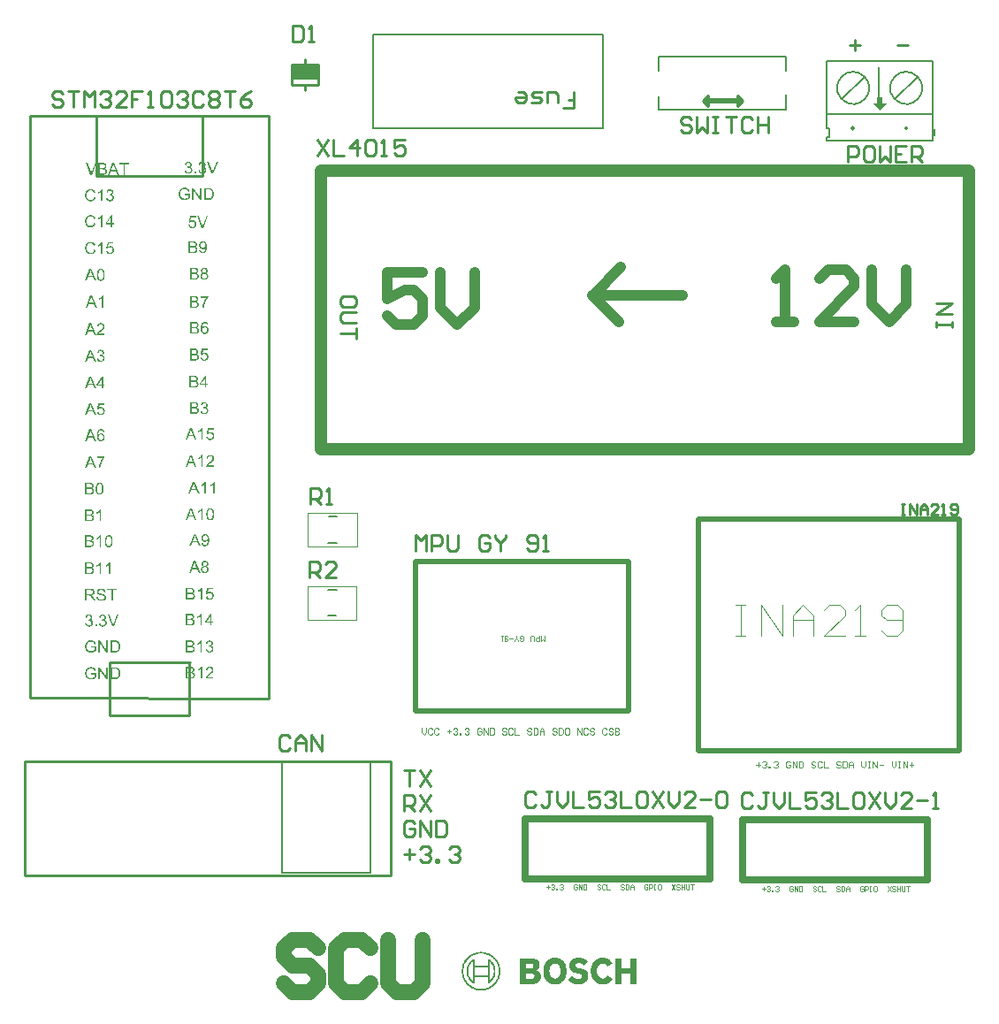
<source format=gto>
G04*
G04 #@! TF.GenerationSoftware,Altium Limited,Altium Designer,24.9.1 (31)*
G04*
G04 Layer_Color=65535*
%FSTAX43Y43*%
%MOMM*%
G71*
G04*
G04 #@! TF.SameCoordinates,CBCBAFD4-78DD-4E97-AB5F-6E03977E6BC7*
G04*
G04*
G04 #@! TF.FilePolarity,Positive*
G04*
G01*
G75*
%ADD10C,0.178*%
%ADD11C,0.254*%
%ADD12C,0.200*%
%ADD13C,1.200*%
%ADD14C,0.508*%
%ADD15C,0.500*%
%ADD16C,0.635*%
%ADD17C,0.127*%
%ADD18C,1.000*%
%ADD19C,0.100*%
%ADD20C,1.500*%
G36*
X012845Y0126933D02*
X012845Y0126298D01*
X012845Y0125536D01*
X012827Y0125536D01*
X012591Y0125536D01*
Y0125536D01*
X012591Y0126933D01*
X012845Y0126933D01*
D02*
G37*
G36*
X0182474Y0123196D02*
X0182855D01*
X018222Y0122561D01*
X0181585Y0123196D01*
X0181966D01*
Y0123831D01*
X0182474D01*
Y0123196D01*
D02*
G37*
G36*
X0153506Y0041412D02*
X0153717D01*
Y0041377D01*
X0153823D01*
Y0041342D01*
X0153929D01*
Y0041307D01*
X0153999D01*
Y0041271D01*
X015407D01*
Y0041236D01*
X0154105D01*
Y0041201D01*
X0154141D01*
Y0041166D01*
X0154176D01*
Y004113D01*
X0154246D01*
Y0041095D01*
X0154282D01*
Y004106D01*
X0154246D01*
Y0041024D01*
X0154211D01*
Y0040989D01*
X0154176D01*
Y0040954D01*
X0154141D01*
Y0040919D01*
X0154105D01*
Y0040883D01*
X015407D01*
Y0040848D01*
X0154035D01*
Y0040813D01*
X0153999D01*
Y0040777D01*
X0153964D01*
Y0040742D01*
X0153929D01*
Y0040707D01*
X0153894D01*
Y0040742D01*
X0153823D01*
Y0040777D01*
X0153788D01*
Y0040813D01*
X0153753D01*
Y0040848D01*
X0153682D01*
Y0040883D01*
X0153576D01*
Y0040919D01*
X0153259D01*
Y0040883D01*
X0153188D01*
Y0040848D01*
X0153153D01*
Y0040813D01*
X0153117D01*
Y0040742D01*
X0153082D01*
Y0040636D01*
X0153117D01*
Y0040566D01*
X0153153D01*
Y004053D01*
X0153223D01*
Y0040495D01*
X0153294D01*
Y004046D01*
X01534D01*
Y0040425D01*
X0153576D01*
Y0040389D01*
X0153717D01*
Y0040354D01*
X0153858D01*
Y0040319D01*
X0153929D01*
Y0040283D01*
X0153999D01*
Y0040248D01*
X015407D01*
Y0040213D01*
X0154105D01*
Y0040178D01*
X0154141D01*
Y0040142D01*
X0154176D01*
Y0040107D01*
X0154211D01*
Y0040072D01*
X0154246D01*
Y0040001D01*
X0154282D01*
Y0039895D01*
X0154317D01*
Y0039472D01*
X0154282D01*
Y0039366D01*
X0154246D01*
Y0039295D01*
X0154211D01*
Y003926D01*
X0154176D01*
Y003919D01*
X0154141D01*
Y0039154D01*
X0154105D01*
Y0039119D01*
X0154035D01*
Y0039084D01*
X0153999D01*
Y0039048D01*
X0153929D01*
Y0039013D01*
X0153894D01*
Y0038978D01*
X0153788D01*
Y0038943D01*
X0153682D01*
Y0038907D01*
X0153047D01*
Y0038943D01*
X0152906D01*
Y0038978D01*
X01528D01*
Y0039013D01*
X0152729D01*
Y0039048D01*
X0152694D01*
Y0039084D01*
X0152623D01*
Y0039119D01*
X0152588D01*
Y0039154D01*
X0152553D01*
Y003919D01*
X0152482D01*
Y0039225D01*
X0152447D01*
Y003926D01*
X0152412D01*
Y0039331D01*
X0152376D01*
Y0039366D01*
X0152412D01*
Y0039401D01*
X0152447D01*
Y0039437D01*
X0152482D01*
Y0039472D01*
X0152518D01*
Y0039507D01*
X0152553D01*
Y0039542D01*
X0152588D01*
Y0039578D01*
X0152623D01*
Y0039613D01*
X0152659D01*
Y0039648D01*
X0152694D01*
Y0039684D01*
X0152729D01*
Y0039719D01*
X0152765D01*
Y0039684D01*
X01528D01*
Y0039648D01*
X0152835D01*
Y0039613D01*
X015287D01*
Y0039578D01*
X0152906D01*
Y0039542D01*
X0152941D01*
Y0039507D01*
X0153012D01*
Y0039472D01*
X0153082D01*
Y0039437D01*
X0153188D01*
Y0039401D01*
X0153541D01*
Y0039437D01*
X0153611D01*
Y0039472D01*
X0153647D01*
Y0039507D01*
X0153682D01*
Y0039542D01*
X0153717D01*
Y0039754D01*
X0153682D01*
Y0039789D01*
X0153647D01*
Y0039825D01*
X0153576D01*
Y003986D01*
X0153506D01*
Y0039895D01*
X0153364D01*
Y0039931D01*
X0153188D01*
Y0039966D01*
X0153047D01*
Y0040001D01*
X0152941D01*
Y0040036D01*
X015287D01*
Y0040072D01*
X01528D01*
Y0040107D01*
X0152765D01*
Y0040142D01*
X0152729D01*
Y0040178D01*
X0152659D01*
Y0040248D01*
X0152623D01*
Y0040283D01*
X0152588D01*
Y0040319D01*
X0152553D01*
Y0040425D01*
X0152518D01*
Y004053D01*
X0152482D01*
Y0040813D01*
X0152518D01*
Y0040954D01*
X0152553D01*
Y0041024D01*
X0152588D01*
Y0041095D01*
X0152623D01*
Y004113D01*
X0152659D01*
Y0041166D01*
X0152694D01*
Y0041201D01*
X0152729D01*
Y0041236D01*
X0152765D01*
Y0041271D01*
X0152835D01*
Y0041307D01*
X015287D01*
Y0041342D01*
X0152976D01*
Y0041377D01*
X0153082D01*
Y0041412D01*
X0153259D01*
Y0041448D01*
X0153506D01*
Y0041412D01*
D02*
G37*
G36*
X0155975Y0041377D02*
X0156117D01*
Y0041342D01*
X0156187D01*
Y0041307D01*
X0156258D01*
Y0041271D01*
X0156293D01*
Y0041236D01*
X0156364D01*
Y0041201D01*
X0156399D01*
Y0041166D01*
X0156434D01*
Y004113D01*
X0156469D01*
Y0041095D01*
X0156505D01*
Y004106D01*
X015654D01*
Y0040989D01*
X0156575D01*
Y0040954D01*
X0156611D01*
Y0040883D01*
X0156575D01*
Y0040848D01*
X0156505D01*
Y0040813D01*
X0156469D01*
Y0040777D01*
X0156399D01*
Y0040742D01*
X0156364D01*
Y0040707D01*
X0156293D01*
Y0040672D01*
X0156258D01*
Y0040636D01*
X0156187D01*
Y0040601D01*
X0156117D01*
Y0040672D01*
X0156081D01*
Y0040707D01*
X0156046D01*
Y0040742D01*
X0156011D01*
Y0040777D01*
X0155975D01*
Y0040813D01*
X0155905D01*
Y0040848D01*
X0155517D01*
Y0040813D01*
X0155446D01*
Y0040777D01*
X0155411D01*
Y0040742D01*
X0155376D01*
Y0040707D01*
X015534D01*
Y0040672D01*
X0155305D01*
Y0040636D01*
X015527D01*
Y0040601D01*
X0155234D01*
Y004053D01*
X0155199D01*
Y0040425D01*
X0155164D01*
Y0039931D01*
X0155199D01*
Y0039825D01*
X0155234D01*
Y0039754D01*
X015527D01*
Y0039684D01*
X0155305D01*
Y0039648D01*
X015534D01*
Y0039613D01*
X0155376D01*
Y0039578D01*
X0155411D01*
Y0039542D01*
X0155446D01*
Y0039507D01*
X0155517D01*
Y0039472D01*
X0155658D01*
Y0039437D01*
X0155799D01*
Y0039472D01*
X0155905D01*
Y0039507D01*
X0155975D01*
Y0039542D01*
X0156011D01*
Y0039578D01*
X0156046D01*
Y0039613D01*
X0156081D01*
Y0039648D01*
X0156117D01*
Y0039684D01*
X0156152D01*
Y0039719D01*
X0156187D01*
Y0039684D01*
X0156258D01*
Y0039648D01*
X0156293D01*
Y0039613D01*
X0156364D01*
Y0039578D01*
X0156399D01*
Y0039542D01*
X0156469D01*
Y0039507D01*
X0156505D01*
Y0039472D01*
X0156575D01*
Y0039437D01*
X0156611D01*
Y0039401D01*
X0156646D01*
Y0039366D01*
X0156611D01*
Y0039331D01*
X0156575D01*
Y0039295D01*
X015654D01*
Y0039225D01*
X0156505D01*
Y003919D01*
X0156469D01*
Y0039154D01*
X0156434D01*
Y0039119D01*
X0156399D01*
Y0039084D01*
X0156328D01*
Y0039048D01*
X0156293D01*
Y0039013D01*
X0156222D01*
Y0038978D01*
X0156152D01*
Y0038943D01*
X0156046D01*
Y0038907D01*
X015587D01*
Y0038872D01*
X0155552D01*
Y0038907D01*
X0155376D01*
Y0038943D01*
X015527D01*
Y0038978D01*
X0155199D01*
Y0039013D01*
X0155129D01*
Y0039048D01*
X0155058D01*
Y0039084D01*
X0155023D01*
Y0039119D01*
X0154987D01*
Y0039154D01*
X0154952D01*
Y003919D01*
X0154917D01*
Y0039225D01*
X0154882D01*
Y003926D01*
X0154846D01*
Y0039295D01*
X0154811D01*
Y0039331D01*
X0154776D01*
Y0039401D01*
X015474D01*
Y0039472D01*
X0154705D01*
Y0039542D01*
X015467D01*
Y0039613D01*
X0154635D01*
Y0039719D01*
X0154599D01*
Y0039895D01*
X0154564D01*
Y004046D01*
X0154599D01*
Y0040601D01*
X0154635D01*
Y0040707D01*
X015467D01*
Y0040813D01*
X0154705D01*
Y0040883D01*
X015474D01*
Y0040919D01*
X0154776D01*
Y0040989D01*
X0154811D01*
Y0041024D01*
X0154846D01*
Y0041095D01*
X0154882D01*
Y004113D01*
X0154917D01*
Y0041166D01*
X0154987D01*
Y0041201D01*
X0155023D01*
Y0041236D01*
X0155058D01*
Y0041271D01*
X0155129D01*
Y0041307D01*
X0155199D01*
Y0041342D01*
X015527D01*
Y0041377D01*
X0155411D01*
Y0041412D01*
X0155975D01*
Y0041377D01*
D02*
G37*
G36*
X0158939Y0038943D02*
X0158304D01*
Y0039895D01*
X0157528D01*
Y0038943D01*
X0156893D01*
Y0040601D01*
Y0040636D01*
Y0041377D01*
X0157528D01*
Y004046D01*
X0158304D01*
Y0041377D01*
X0158939D01*
Y0038943D01*
D02*
G37*
G36*
X0149095Y0041342D02*
X0149236D01*
Y0041307D01*
X0149342D01*
Y0041271D01*
X0149413D01*
Y0041236D01*
X0149448D01*
Y0041201D01*
X0149483D01*
Y0041166D01*
X0149518D01*
Y004113D01*
X0149554D01*
Y0041095D01*
X0149589D01*
Y0041024D01*
X0149624D01*
Y0040954D01*
X014966D01*
Y0040495D01*
X0149624D01*
Y0040425D01*
X0149589D01*
Y0040389D01*
X0149554D01*
Y0040354D01*
X0149518D01*
Y0040319D01*
X0149483D01*
Y0040283D01*
X0149448D01*
Y0040248D01*
X0149377D01*
Y0040213D01*
X0149342D01*
Y0040178D01*
X0149448D01*
Y0040142D01*
X0149518D01*
Y0040107D01*
X0149554D01*
Y0040072D01*
X0149589D01*
Y0040036D01*
X0149624D01*
Y0040001D01*
X014966D01*
Y0039966D01*
X0149695D01*
Y0039895D01*
X014973D01*
Y0039825D01*
X0149765D01*
Y0039401D01*
X014973D01*
Y0039331D01*
X0149695D01*
Y003926D01*
X014966D01*
Y0039225D01*
X0149624D01*
Y003919D01*
X0149589D01*
Y0039154D01*
X0149554D01*
Y0039119D01*
X0149518D01*
Y0039084D01*
X0149483D01*
Y0039048D01*
X0149413D01*
Y0039013D01*
X0149342D01*
Y0038978D01*
X0149201D01*
Y0038943D01*
X0147789D01*
Y0039578D01*
Y0039613D01*
Y0041377D01*
X0149095D01*
Y0041342D01*
D02*
G37*
G36*
X0151177Y0041412D02*
X0151424D01*
Y0041377D01*
X015153D01*
Y0041342D01*
X0151635D01*
Y0041307D01*
X0151671D01*
Y0041271D01*
X0151741D01*
Y0041236D01*
X0151777D01*
Y0041201D01*
X0151847D01*
Y0041166D01*
X0151882D01*
Y004113D01*
X0151918D01*
Y0041095D01*
X0151953D01*
Y0041024D01*
X0151988D01*
Y0040989D01*
X0152024D01*
Y0040954D01*
X0152059D01*
Y0040883D01*
X0152094D01*
Y0040813D01*
X0152129D01*
Y0040707D01*
X0152165D01*
Y0040601D01*
X01522D01*
Y004046D01*
X0152235D01*
Y003986D01*
X01522D01*
Y0039719D01*
X0152165D01*
Y0039613D01*
X0152129D01*
Y0039507D01*
X0152094D01*
Y0039437D01*
X0152059D01*
Y0039366D01*
X0152024D01*
Y0039331D01*
X0151988D01*
Y0039295D01*
X0151953D01*
Y0039225D01*
X0151918D01*
Y003919D01*
X0151882D01*
Y0039154D01*
X0151847D01*
Y0039119D01*
X0151777D01*
Y0039084D01*
X0151741D01*
Y0039048D01*
X0151706D01*
Y0039013D01*
X0151635D01*
Y0038978D01*
X015153D01*
Y0038943D01*
X0151424D01*
Y0038907D01*
X0151212D01*
Y0038872D01*
X0151036D01*
Y0038907D01*
X0150824D01*
Y0038943D01*
X0150718D01*
Y0038978D01*
X0150612D01*
Y0039013D01*
X0150577D01*
Y0039048D01*
X0150506D01*
Y0039084D01*
X0150471D01*
Y0039119D01*
X01504D01*
Y0039154D01*
X0150365D01*
Y003919D01*
X015033D01*
Y0039225D01*
X0150295D01*
Y0039295D01*
X0150259D01*
Y0039331D01*
X0150224D01*
Y0039366D01*
X0150189D01*
Y0039437D01*
X0150154D01*
Y0039507D01*
X0150118D01*
Y0039613D01*
X0150083D01*
Y0039719D01*
X0150048D01*
Y003986D01*
X0150012D01*
Y004046D01*
X0150048D01*
Y0040601D01*
X0150083D01*
Y0040707D01*
X0150118D01*
Y0040813D01*
X0150154D01*
Y0040883D01*
X0150189D01*
Y0040919D01*
X0150224D01*
Y0040989D01*
X0150259D01*
Y0041024D01*
X0150295D01*
Y0041095D01*
X015033D01*
Y004113D01*
X0150365D01*
Y0041166D01*
X01504D01*
Y0041201D01*
X0150471D01*
Y0041236D01*
X0150506D01*
Y0041271D01*
X0150577D01*
Y0041307D01*
X0150647D01*
Y0041342D01*
X0150718D01*
Y0041377D01*
X0150824D01*
Y0041412D01*
X0151071D01*
Y0041448D01*
X0151177D01*
Y0041412D01*
D02*
G37*
G36*
X0144155Y0041977D02*
X0144437D01*
Y0041942D01*
X0144579D01*
Y0041906D01*
X0144684D01*
Y0041871D01*
X014479D01*
Y0041836D01*
X0144861D01*
Y0041801D01*
X0144931D01*
Y0041765D01*
X0145002D01*
Y004173D01*
X0145037D01*
Y0041695D01*
X0145108D01*
Y0041659D01*
X0145143D01*
Y0041624D01*
X0145178D01*
Y0041589D01*
X0145249D01*
Y0041554D01*
X0145284D01*
Y0041518D01*
X014532D01*
Y0041483D01*
X0145355D01*
Y0041448D01*
X014539D01*
Y0041412D01*
X0145425D01*
Y0041377D01*
X0145461D01*
Y0041342D01*
X0145496D01*
Y0041271D01*
X0145531D01*
Y0041236D01*
X0145567D01*
Y0041201D01*
X0145602D01*
Y004113D01*
X0145637D01*
Y0041095D01*
X0145672D01*
Y0041024D01*
X0145708D01*
Y0040954D01*
X0145743D01*
Y0040883D01*
X0145778D01*
Y0040777D01*
X0145814D01*
Y0040672D01*
X0145849D01*
Y004053D01*
X0145884D01*
Y0040283D01*
X0145919D01*
Y0040036D01*
X0145884D01*
Y0039754D01*
X0145849D01*
Y0039613D01*
X0145814D01*
Y0039507D01*
X0145778D01*
Y0039437D01*
X0145743D01*
Y0039331D01*
X0145708D01*
Y0039295D01*
X0145672D01*
Y0039225D01*
X0145637D01*
Y0039154D01*
X0145602D01*
Y0039119D01*
X0145567D01*
Y0039048D01*
X0145531D01*
Y0039013D01*
X0145496D01*
Y0038978D01*
X0145461D01*
Y0038907D01*
X0145425D01*
Y0038872D01*
X014539D01*
Y0038837D01*
X0145355D01*
Y0038801D01*
X014532D01*
Y0038766D01*
X0145284D01*
Y0038731D01*
X0145214D01*
Y0038696D01*
X0145178D01*
Y003866D01*
X0145143D01*
Y0038625D01*
X0145073D01*
Y003859D01*
X0145037D01*
Y0038554D01*
X0144967D01*
Y0038519D01*
X0144896D01*
Y0038484D01*
X0144826D01*
Y0038449D01*
X0144755D01*
Y0038413D01*
X0144649D01*
Y0038378D01*
X0144543D01*
Y0038343D01*
X0144402D01*
Y0038307D01*
X0143697D01*
Y0038343D01*
X0143555D01*
Y0038378D01*
X014345D01*
Y0038413D01*
X0143344D01*
Y0038449D01*
X0143273D01*
Y0038484D01*
X0143203D01*
Y0038519D01*
X0143132D01*
Y0038554D01*
X0143061D01*
Y003859D01*
X0142991D01*
Y0038625D01*
X0142956D01*
Y003866D01*
X014292D01*
Y0038696D01*
X014285D01*
Y0038731D01*
X0142814D01*
Y0038766D01*
X0142779D01*
Y0038801D01*
X0142744D01*
Y0038837D01*
X0142709D01*
Y0038872D01*
X0142673D01*
Y0038907D01*
X0142638D01*
Y0038943D01*
X0142603D01*
Y0038978D01*
X0142567D01*
Y0039048D01*
X0142532D01*
Y0039084D01*
X0142497D01*
Y0039154D01*
X0142462D01*
Y003919D01*
X0142426D01*
Y003926D01*
X0142391D01*
Y0039331D01*
X0142356D01*
Y0039401D01*
X014232D01*
Y0039507D01*
X0142285D01*
Y0039613D01*
X014225D01*
Y0039719D01*
X0142215D01*
Y0039931D01*
X0142179D01*
Y0040354D01*
X0142215D01*
Y0040566D01*
X014225D01*
Y0040707D01*
X0142285D01*
Y0040813D01*
X014232D01*
Y0040883D01*
X0142356D01*
Y0040954D01*
X0142391D01*
Y0041024D01*
X0142426D01*
Y0041095D01*
X0142462D01*
Y004113D01*
Y0041166D01*
X0142497D01*
Y0041201D01*
X0142532D01*
Y0041236D01*
X0142567D01*
Y0041307D01*
X0142603D01*
Y0041342D01*
X0142638D01*
Y0041377D01*
X0142673D01*
Y0041412D01*
X0142709D01*
Y0041448D01*
X0142744D01*
Y0041483D01*
X0142779D01*
Y0041518D01*
X0142814D01*
Y0041554D01*
X014285D01*
Y0041589D01*
X0142885D01*
Y0041624D01*
X0142956D01*
Y0041659D01*
X0142991D01*
Y0041695D01*
X0143061D01*
Y004173D01*
X0143097D01*
Y0041765D01*
X0143167D01*
Y0041801D01*
X0143238D01*
Y0041836D01*
X0143308D01*
Y0041871D01*
X0143414D01*
Y0041906D01*
X014352D01*
Y0041942D01*
X0143661D01*
Y0041977D01*
X0143908D01*
Y0042012D01*
X0144155D01*
Y0041977D01*
D02*
G37*
G36*
X0117457Y0111314D02*
X0117299D01*
X0116857Y0112453D01*
X0117022D01*
X0117318Y0111625D01*
Y0111624D01*
X011732Y011162D01*
X0117322Y0111616D01*
X0117325Y0111609D01*
X0117327Y0111599D01*
X011733Y0111589D01*
X0117338Y0111565D01*
X0117348Y0111537D01*
X0117358Y0111505D01*
X0117378Y0111439D01*
Y0111441D01*
X0117379Y0111444D01*
X0117381Y0111449D01*
X0117383Y0111456D01*
X0117387Y0111474D01*
X0117396Y0111499D01*
X0117404Y0111527D01*
X0117414Y0111558D01*
X0117425Y0111591D01*
X0117438Y0111625D01*
X0117748Y0112453D01*
X0117901D01*
X0117457Y0111314D01*
D02*
G37*
G36*
X0116734Y0112305D02*
X0116278D01*
X0116217Y0111997D01*
X0116219Y0111999D01*
X0116222Y0112001D01*
X0116227Y0112004D01*
X0116235Y0112009D01*
X0116245Y0112014D01*
X0116257Y011202D01*
X0116283Y0112034D01*
X0116316Y0112047D01*
X0116352Y0112058D01*
X0116392Y0112067D01*
X0116411Y011207D01*
X0116448D01*
X0116458Y0112068D01*
X0116471Y0112067D01*
X0116486Y0112065D01*
X0116502Y0112062D01*
X011652Y0112057D01*
X011656Y0112045D01*
X0116581Y0112037D01*
X0116602Y0112025D01*
X0116624Y0112014D01*
X0116645Y0112001D01*
X0116665Y0111984D01*
X0116685Y0111966D01*
X0116686Y0111964D01*
X011669Y0111961D01*
X0116695Y0111956D01*
X0116701Y0111948D01*
X0116709Y0111937D01*
X0116718Y0111925D01*
X0116727Y011191D01*
X0116737Y0111894D01*
X0116746Y0111876D01*
X0116755Y0111856D01*
X0116764Y0111833D01*
X0116772Y011181D01*
X0116778Y0111785D01*
X0116783Y0111757D01*
X0116787Y0111729D01*
X0116788Y01117D01*
Y0111698D01*
Y0111693D01*
Y0111685D01*
X0116787Y0111673D01*
X0116785Y011166D01*
X0116783Y0111645D01*
X011678Y0111627D01*
X0116777Y0111609D01*
X0116767Y0111566D01*
X0116751Y0111522D01*
X0116741Y0111499D01*
X0116727Y0111477D01*
X0116714Y0111454D01*
X0116698Y0111433D01*
X0116696Y0111431D01*
X0116693Y0111426D01*
X0116686Y011142D01*
X0116678Y0111411D01*
X0116667Y0111402D01*
X0116653Y0111388D01*
X0116637Y0111377D01*
X0116619Y0111364D01*
X0116599Y0111351D01*
X0116576Y0111339D01*
X0116551Y0111328D01*
X0116525Y0111316D01*
X0116497Y0111308D01*
X0116466Y0111301D01*
X0116433Y0111296D01*
X0116398Y0111295D01*
X0116383D01*
X0116372Y0111296D01*
X0116359Y0111298D01*
X0116344Y01113D01*
X0116326Y0111301D01*
X0116308Y0111306D01*
X0116267Y0111316D01*
X0116225Y0111331D01*
X0116204Y0111341D01*
X0116183Y0111352D01*
X0116163Y0111365D01*
X0116143Y011138D01*
X0116142Y0111382D01*
X0116138Y0111383D01*
X0116135Y011139D01*
X0116128Y0111397D01*
X011612Y0111405D01*
X0116112Y0111415D01*
X0116102Y0111428D01*
X0116094Y0111443D01*
X0116084Y0111458D01*
X0116074Y0111476D01*
X0116056Y0111515D01*
X0116041Y0111561D01*
X0116036Y0111586D01*
X0116033Y0111612D01*
X0116179Y0111624D01*
Y0111622D01*
Y0111619D01*
X0116181Y0111614D01*
X0116183Y0111606D01*
X0116188Y0111588D01*
X0116194Y0111563D01*
X0116204Y0111538D01*
X0116217Y011151D01*
X0116234Y0111486D01*
X0116253Y0111462D01*
X0116257Y0111461D01*
X0116263Y0111454D01*
X0116276Y0111446D01*
X0116295Y0111436D01*
X0116314Y0111426D01*
X0116339Y0111418D01*
X0116367Y0111411D01*
X0116398Y011141D01*
X0116408D01*
X0116415Y0111411D01*
X0116434Y0111413D01*
X0116458Y011142D01*
X0116486Y0111428D01*
X0116513Y0111441D01*
X0116543Y0111461D01*
X0116556Y0111472D01*
X0116569Y0111486D01*
X0116571Y0111487D01*
X0116573Y0111489D01*
X0116576Y0111494D01*
X0116581Y0111499D01*
X0116592Y0111517D01*
X0116606Y011154D01*
X0116617Y0111568D01*
X0116629Y0111602D01*
X0116637Y0111644D01*
X011664Y0111665D01*
Y0111688D01*
Y011169D01*
Y0111693D01*
Y01117D01*
X0116639Y0111708D01*
Y0111718D01*
X0116637Y0111729D01*
X0116632Y0111755D01*
X0116624Y0111787D01*
X0116612Y0111818D01*
X0116596Y0111848D01*
X0116573Y0111876D01*
Y0111877D01*
X0116569Y0111879D01*
X0116561Y0111887D01*
X0116546Y0111899D01*
X0116527Y0111912D01*
X01165Y0111923D01*
X0116471Y0111935D01*
X0116436Y0111943D01*
X0116416Y0111946D01*
X0116385D01*
X0116372Y0111945D01*
X0116355Y0111943D01*
X0116336Y0111938D01*
X0116316Y0111933D01*
X0116295Y0111925D01*
X0116273Y0111915D01*
X0116272Y0111913D01*
X0116265Y011191D01*
X0116255Y0111902D01*
X0116242Y0111894D01*
X0116229Y0111882D01*
X0116216Y0111867D01*
X0116201Y0111853D01*
X0116189Y0111834D01*
X0116058Y0111853D01*
X0116168Y0112439D01*
X0116734D01*
Y0112305D01*
D02*
G37*
G36*
X011742Y0110044D02*
X0117429D01*
X011744Y0110042D01*
X0117468Y0110037D01*
X0117499Y011003D01*
X0117534Y0110019D01*
X0117569Y0110004D01*
X0117603Y0109984D01*
X0117605D01*
X0117606Y0109981D01*
X0117611Y0109978D01*
X0117618Y0109973D01*
X0117634Y010996D01*
X0117656Y0109942D01*
X0117677Y0109917D01*
X0117702Y0109887D01*
X0117723Y0109853D01*
X0117743Y0109813D01*
Y0109812D01*
X0117745Y0109808D01*
X0117748Y0109802D01*
X0117751Y0109793D01*
X0117755Y0109782D01*
X0117759Y0109767D01*
X0117763Y0109751D01*
X0117768Y0109733D01*
X0117773Y0109711D01*
X0117778Y0109686D01*
X0117781Y010966D01*
X0117784Y0109632D01*
X0117787Y0109601D01*
X0117791Y0109568D01*
X0117792Y0109532D01*
Y0109494D01*
Y0109492D01*
Y0109484D01*
Y0109472D01*
Y0109458D01*
X0117791Y010944D01*
Y0109418D01*
X0117789Y0109393D01*
X0117786Y0109369D01*
X0117781Y0109313D01*
X0117773Y0109254D01*
X0117761Y0109198D01*
X0117753Y010917D01*
X0117745Y0109145D01*
Y0109143D01*
X0117743Y010914D01*
X011774Y0109133D01*
X0117736Y0109124D01*
X0117731Y0109114D01*
X0117725Y0109101D01*
X0117708Y0109073D01*
X0117689Y0109041D01*
X0117666Y0109008D01*
X0117636Y0108977D01*
X0117603Y0108949D01*
X0117601D01*
X0117598Y0108946D01*
X0117593Y0108942D01*
X0117587Y0108939D01*
X0117577Y0108934D01*
X0117567Y0108928D01*
X0117554Y0108921D01*
X0117541Y0108916D01*
X0117509Y0108903D01*
X0117471Y0108891D01*
X011743Y0108885D01*
X0117384Y0108882D01*
X0117371D01*
X0117363Y0108883D01*
X0117351D01*
X0117338Y0108885D01*
X0117307Y0108891D01*
X0117272Y01089D01*
X0117236Y0108913D01*
X01172Y0108931D01*
X0117182Y0108942D01*
X0117165Y0108956D01*
X0117164Y0108957D01*
X0117162Y0108959D01*
X0117157Y0108964D01*
X0117152Y0108969D01*
X0117146Y0108977D01*
X0117137Y0108987D01*
X0117121Y010901D01*
X0117104Y010904D01*
X0117088Y0109076D01*
X0117075Y0109117D01*
X0117065Y0109165D01*
X01172Y0109176D01*
Y0109175D01*
X0117201Y0109171D01*
Y0109168D01*
X0117203Y0109161D01*
X0117208Y0109143D01*
X0117215Y0109124D01*
X0117223Y0109101D01*
X0117234Y0109077D01*
X0117248Y0109056D01*
X0117264Y0109038D01*
X0117266Y0109036D01*
X0117272Y0109031D01*
X0117284Y0109025D01*
X0117297Y0109018D01*
X0117315Y010901D01*
X0117336Y0109003D01*
X0117361Y0108998D01*
X0117387Y0108997D01*
X0117399D01*
X0117411Y0108998D01*
X0117425Y0109D01*
X0117443Y0109003D01*
X0117462Y0109008D01*
X0117481Y0109015D01*
X0117499Y0109025D01*
X0117501Y0109026D01*
X0117508Y010903D01*
X0117518Y0109036D01*
X0117527Y0109046D01*
X0117541Y0109058D01*
X0117554Y0109071D01*
X0117567Y0109086D01*
X011758Y0109104D01*
X0117582Y0109105D01*
X0117585Y0109114D01*
X0117592Y0109125D01*
X0117598Y010914D01*
X0117606Y010916D01*
X0117615Y0109183D01*
X0117623Y0109209D01*
X0117631Y0109239D01*
Y010924D01*
X0117633Y0109242D01*
Y0109247D01*
X0117634Y0109254D01*
X0117638Y010927D01*
X0117643Y0109291D01*
X0117646Y0109318D01*
X0117649Y0109346D01*
X0117651Y0109377D01*
X0117652Y010941D01*
Y0109412D01*
Y0109417D01*
Y0109425D01*
Y0109438D01*
X0117651Y0109435D01*
X0117644Y0109426D01*
X0117634Y0109415D01*
X0117623Y0109398D01*
X0117606Y0109382D01*
X0117587Y0109364D01*
X0117564Y0109346D01*
X0117537Y0109329D01*
X0117534Y0109328D01*
X0117524Y0109323D01*
X0117509Y0109316D01*
X0117491Y010931D01*
X0117466Y0109301D01*
X011744Y0109295D01*
X0117411Y010929D01*
X0117379Y0109288D01*
X0117366D01*
X0117356Y010929D01*
X0117343Y0109291D01*
X011733Y0109293D01*
X0117313Y0109296D01*
X0117297Y0109301D01*
X0117259Y0109313D01*
X0117239Y0109321D01*
X011722Y0109331D01*
X0117198Y0109342D01*
X0117178Y0109357D01*
X0117159Y0109372D01*
X0117141Y010939D01*
X0117139Y0109392D01*
X0117136Y0109395D01*
X0117132Y01094D01*
X0117126Y0109408D01*
X0117118Y010942D01*
X0117109Y0109431D01*
X0117101Y0109446D01*
X0117093Y0109463D01*
X0117083Y0109481D01*
X0117075Y01095D01*
X0117067Y0109524D01*
X0117058Y0109547D01*
X0117052Y0109573D01*
X0117048Y0109601D01*
X0117045Y0109629D01*
X0117043Y010966D01*
Y0109662D01*
Y0109668D01*
Y0109677D01*
X0117045Y0109688D01*
X0117047Y0109703D01*
X0117048Y0109721D01*
X0117052Y0109739D01*
X0117057Y0109761D01*
X0117068Y0109803D01*
X0117076Y0109826D01*
X0117086Y0109851D01*
X0117098Y0109874D01*
X0117113Y0109895D01*
X0117127Y0109919D01*
X0117146Y0109938D01*
X0117147Y010994D01*
X011715Y0109943D01*
X0117155Y0109948D01*
X0117164Y0109955D01*
X0117174Y0109963D01*
X0117187Y0109973D01*
X01172Y0109981D01*
X0117216Y0109993D01*
X0117233Y0110002D01*
X0117253Y0110011D01*
X0117297Y0110029D01*
X011732Y0110035D01*
X0117346Y011004D01*
X0117373Y0110044D01*
X0117401Y0110045D01*
X0117412D01*
X011742Y0110044D01*
D02*
G37*
G36*
X0116492Y0110039D02*
X0116505D01*
X0116535Y0110035D01*
X0116568Y0110032D01*
X0116602Y0110026D01*
X0116637Y0110017D01*
X0116668Y0110006D01*
X011667D01*
X0116672Y0110004D01*
X0116681Y0109999D01*
X0116696Y0109991D01*
X0116713Y0109979D01*
X0116732Y0109965D01*
X0116754Y0109947D01*
X0116774Y0109923D01*
X0116792Y0109899D01*
X0116793Y0109895D01*
X0116798Y0109886D01*
X0116806Y0109872D01*
X0116815Y0109853D01*
X0116823Y010983D01*
X0116831Y0109805D01*
X0116836Y0109777D01*
X0116838Y0109749D01*
Y0109746D01*
Y0109737D01*
X0116836Y0109723D01*
X0116833Y0109705D01*
X0116828Y0109683D01*
X011682Y010966D01*
X011681Y0109637D01*
X0116797Y0109612D01*
X0116795Y0109609D01*
X011679Y0109603D01*
X011678Y0109589D01*
X0116767Y0109576D01*
X0116751Y010956D01*
X0116731Y0109542D01*
X0116706Y0109525D01*
X0116678Y0109509D01*
X011668D01*
X0116683Y0109507D01*
X0116688Y0109505D01*
X0116695Y0109502D01*
X0116714Y0109496D01*
X0116737Y0109484D01*
X0116762Y0109469D01*
X011679Y0109451D01*
X0116815Y010943D01*
X0116838Y0109403D01*
X0116839Y01094D01*
X0116846Y010939D01*
X0116856Y0109375D01*
X0116866Y0109356D01*
X0116876Y0109329D01*
X0116885Y0109301D01*
X0116892Y0109268D01*
X0116894Y0109232D01*
Y0109231D01*
Y0109229D01*
Y0109219D01*
X0116892Y0109203D01*
X0116889Y0109183D01*
X0116885Y010916D01*
X0116879Y0109135D01*
X0116871Y0109109D01*
X0116859Y0109082D01*
X0116857Y0109079D01*
X0116853Y0109071D01*
X0116846Y0109059D01*
X0116836Y0109043D01*
X0116823Y0109026D01*
X011681Y0109008D01*
X0116793Y010899D01*
X0116775Y0108975D01*
X0116774Y0108974D01*
X0116767Y0108969D01*
X0116755Y0108962D01*
X0116741Y0108956D01*
X0116723Y0108946D01*
X0116701Y0108936D01*
X0116678Y0108928D01*
X011665Y0108919D01*
X0116647D01*
X0116637Y0108916D01*
X011662Y0108915D01*
X0116599Y0108911D01*
X0116573Y0108908D01*
X0116541Y0108905D01*
X0116507Y0108903D01*
X0116467Y0108901D01*
X0116033D01*
Y011004D01*
X0116481D01*
X0116492Y0110039D01*
D02*
G37*
G36*
X0116619Y0107499D02*
X0116632D01*
X0116662Y0107495D01*
X0116695Y0107492D01*
X0116729Y0107486D01*
X0116764Y0107477D01*
X0116795Y0107466D01*
X0116797D01*
X0116799Y0107464D01*
X0116808Y0107459D01*
X0116823Y0107451D01*
X011684Y0107439D01*
X0116859Y0107425D01*
X0116881Y0107407D01*
X0116901Y0107383D01*
X0116919Y0107359D01*
X011692Y0107355D01*
X0116925Y0107346D01*
X0116933Y0107332D01*
X0116942Y0107313D01*
X011695Y010729D01*
X0116958Y0107265D01*
X0116963Y0107237D01*
X0116965Y0107209D01*
Y0107206D01*
Y0107197D01*
X0116963Y0107183D01*
X011696Y0107165D01*
X0116955Y0107143D01*
X0116947Y010712D01*
X0116937Y0107097D01*
X0116924Y0107072D01*
X0116922Y0107069D01*
X0116917Y0107063D01*
X0116907Y0107049D01*
X0116894Y0107036D01*
X0116878Y010702D01*
X0116858Y0107002D01*
X0116833Y0106985D01*
X0116805Y0106969D01*
X0116807D01*
X011681Y0106967D01*
X0116815Y0106965D01*
X0116822Y0106962D01*
X0116841Y0106956D01*
X0116864Y0106944D01*
X0116889Y0106929D01*
X0116917Y0106911D01*
X0116942Y010689D01*
X0116965Y0106863D01*
X0116966Y010686D01*
X0116973Y010685D01*
X0116983Y0106835D01*
X0116993Y0106816D01*
X0117003Y0106789D01*
X0117012Y0106761D01*
X0117019Y0106728D01*
X0117021Y0106692D01*
Y0106691D01*
Y0106689D01*
Y0106679D01*
X0117019Y0106663D01*
X0117016Y0106643D01*
X0117012Y010662D01*
X0117006Y0106595D01*
X0116998Y0106569D01*
X0116986Y0106542D01*
X0116984Y0106539D01*
X011698Y0106531D01*
X0116973Y0106519D01*
X0116963Y0106503D01*
X011695Y0106486D01*
X0116937Y0106468D01*
X011692Y010645D01*
X0116902Y0106435D01*
X0116901Y0106434D01*
X0116894Y0106429D01*
X0116882Y0106422D01*
X0116868Y0106416D01*
X011685Y0106406D01*
X0116828Y0106396D01*
X0116805Y0106388D01*
X0116777Y0106379D01*
X0116774D01*
X0116764Y0106376D01*
X0116747Y0106375D01*
X0116726Y0106371D01*
X01167Y0106368D01*
X0116668Y0106365D01*
X0116634Y0106363D01*
X0116594Y0106361D01*
X011616D01*
Y01075D01*
X0116608D01*
X0116619Y0107499D01*
D02*
G37*
G36*
X0117565Y0107504D02*
X0117579Y0107502D01*
X0117593Y01075D01*
X011761Y0107499D01*
X0117626Y0107494D01*
X0117666Y0107484D01*
X0117705Y0107469D01*
X0117725Y0107459D01*
X0117745Y0107448D01*
X0117763Y0107433D01*
X0117781Y0107418D01*
X0117783Y0107416D01*
X0117784Y0107415D01*
X0117789Y010741D01*
X0117796Y0107403D01*
X0117803Y0107393D01*
X0117811Y0107383D01*
X0117827Y0107359D01*
X0117844Y0107328D01*
X0117858Y0107291D01*
X011787Y010725D01*
X0117872Y0107229D01*
X0117873Y0107206D01*
Y0107204D01*
Y0107202D01*
Y0107193D01*
X0117872Y0107178D01*
X0117868Y010716D01*
X0117863Y0107137D01*
X0117855Y0107114D01*
X0117845Y010709D01*
X011783Y0107067D01*
X0117829Y0107064D01*
X0117822Y0107058D01*
X0117812Y0107048D01*
X0117799Y0107035D01*
X0117781Y010702D01*
X011776Y0107005D01*
X0117735Y010699D01*
X0117705Y0106977D01*
X0117707D01*
X011771Y0106975D01*
X0117715Y0106974D01*
X0117722Y010697D01*
X0117742Y0106962D01*
X0117765Y0106951D01*
X0117789Y0106934D01*
X0117816Y0106916D01*
X011784Y0106893D01*
X0117863Y0106867D01*
Y0106865D01*
X0117865Y0106863D01*
X0117872Y0106853D01*
X0117882Y0106837D01*
X0117891Y0106816D01*
X0117901Y0106789D01*
X0117911Y0106758D01*
X0117918Y0106723D01*
X0117919Y0106686D01*
Y0106684D01*
Y0106679D01*
Y0106671D01*
X0117918Y0106661D01*
X0117916Y0106649D01*
X0117914Y0106635D01*
X0117911Y0106618D01*
X0117906Y01066D01*
X0117895Y0106562D01*
X0117886Y0106541D01*
X0117875Y0106521D01*
X0117863Y01065D01*
X011785Y010648D01*
X0117834Y010646D01*
X0117816Y010644D01*
X0117814Y0106439D01*
X0117811Y0106435D01*
X0117806Y010643D01*
X0117798Y0106426D01*
X0117786Y0106417D01*
X0117775Y0106409D01*
X011776Y0106401D01*
X0117743Y0106391D01*
X0117725Y0106381D01*
X0117704Y0106373D01*
X0117681Y0106365D01*
X0117658Y0106356D01*
X0117631Y0106351D01*
X0117603Y0106347D01*
X0117575Y0106343D01*
X0117544Y0106342D01*
X0117528D01*
X0117516Y0106343D01*
X0117501Y0106345D01*
X0117485Y0106347D01*
X0117467Y010635D01*
X0117447Y0106355D01*
X0117403Y0106366D01*
X011738Y0106375D01*
X0117358Y0106383D01*
X0117335Y0106394D01*
X0117312Y0106407D01*
X0117291Y0106422D01*
X0117271Y010644D01*
X0117269Y0106442D01*
X0117266Y0106445D01*
X0117261Y010645D01*
X0117254Y0106458D01*
X0117248Y0106468D01*
X0117238Y010648D01*
X011723Y0106493D01*
X011722Y0106509D01*
X011721Y0106526D01*
X0117202Y0106546D01*
X0117185Y0106587D01*
X0117179Y0106612D01*
X0117174Y0106636D01*
X011717Y0106663D01*
X0117169Y0106689D01*
Y0106691D01*
Y0106694D01*
Y01067D01*
X011717Y0106707D01*
Y0106717D01*
X0117172Y0106728D01*
X0117175Y0106755D01*
X0117182Y0106784D01*
X0117192Y0106814D01*
X0117207Y0106845D01*
X0117225Y0106875D01*
Y0106877D01*
X0117228Y0106878D01*
X0117235Y0106886D01*
X0117248Y01069D01*
X0117266Y0106916D01*
X0117289Y0106932D01*
X0117317Y0106951D01*
X0117348Y0106965D01*
X0117386Y0106977D01*
X0117384D01*
X0117383Y0106979D01*
X0117378Y010698D01*
X0117371Y0106984D01*
X0117356Y010699D01*
X0117337Y0107D01*
X0117315Y0107013D01*
X0117294Y010703D01*
X0117274Y0107048D01*
X0117256Y0107067D01*
X0117254Y0107071D01*
X0117249Y0107077D01*
X0117243Y010709D01*
X0117236Y0107107D01*
X0117228Y0107128D01*
X0117221Y0107153D01*
X0117217Y0107181D01*
X0117215Y0107211D01*
Y0107212D01*
Y0107216D01*
Y0107222D01*
X0117217Y0107232D01*
X0117218Y0107242D01*
X011722Y0107255D01*
X0117226Y0107283D01*
X0117236Y0107316D01*
X0117253Y0107351D01*
X0117263Y0107369D01*
X0117274Y0107387D01*
X0117289Y0107403D01*
X0117304Y010742D01*
X0117305Y0107421D01*
X0117309Y0107423D01*
X0117314Y0107428D01*
X011732Y0107433D01*
X0117328Y0107439D01*
X011734Y0107446D01*
X0117353Y0107454D01*
X0117366Y0107462D01*
X0117383Y0107471D01*
X0117401Y0107479D01*
X0117421Y0107486D01*
X0117442Y0107492D01*
X0117488Y0107502D01*
X0117514Y0107504D01*
X0117541Y0107505D01*
X0117556D01*
X0117565Y0107504D01*
D02*
G37*
G36*
X011737Y0117664D02*
X0117392Y011766D01*
X0117418Y0117655D01*
X0117448Y0117647D01*
X0117477Y0117637D01*
X0117507Y0117624D01*
X0117508D01*
X011751Y0117622D01*
X011752Y0117618D01*
X0117535Y0117608D01*
X0117551Y0117596D01*
X0117571Y011758D01*
X0117591Y0117562D01*
X0117611Y011754D01*
X0117627Y0117515D01*
X0117629Y0117512D01*
X0117634Y0117504D01*
X011764Y0117489D01*
X0117648Y0117471D01*
X0117657Y011745D01*
X0117663Y0117425D01*
X0117668Y0117397D01*
X011767Y0117369D01*
Y0117366D01*
Y0117356D01*
X0117668Y0117343D01*
X0117665Y0117325D01*
X011766Y0117303D01*
X0117652Y011728D01*
X0117642Y0117257D01*
X0117629Y0117234D01*
X0117627Y0117231D01*
X0117622Y0117224D01*
X0117612Y0117213D01*
X0117599Y0117199D01*
X0117583Y0117185D01*
X0117563Y0117168D01*
X011754Y0117153D01*
X0117512Y0117139D01*
X0117513D01*
X0117517Y0117137D01*
X0117522Y0117135D01*
X0117528Y0117134D01*
X0117546Y0117127D01*
X0117569Y0117117D01*
X0117596Y0117104D01*
X0117622Y0117088D01*
X0117647Y0117066D01*
X011767Y0117041D01*
X0117671Y0117038D01*
X0117678Y0117028D01*
X0117688Y0117012D01*
X0117698Y011699D01*
X0117708Y0116964D01*
X0117718Y0116933D01*
X0117724Y0116897D01*
X0117726Y0116857D01*
Y0116855D01*
Y0116851D01*
Y0116842D01*
X0117724Y0116832D01*
X0117722Y0116819D01*
X0117719Y0116804D01*
X0117716Y0116788D01*
X0117713Y011677D01*
X0117699Y011673D01*
X011769Y0116709D01*
X011768Y0116689D01*
X0117666Y0116668D01*
X0117652Y0116646D01*
X0117635Y0116625D01*
X0117615Y0116605D01*
X0117614Y0116604D01*
X0117611Y01166D01*
X0117604Y0116595D01*
X0117596Y0116589D01*
X0117586Y0116581D01*
X0117573Y0116572D01*
X0117558Y0116562D01*
X011754Y0116554D01*
X0117522Y0116544D01*
X01175Y0116535D01*
X0117479Y0116526D01*
X0117454Y0116518D01*
X0117428Y0116511D01*
X01174Y0116507D01*
X0117372Y0116503D01*
X0117341Y0116502D01*
X0117326D01*
X0117316Y0116503D01*
X0117303Y0116505D01*
X0117288Y0116507D01*
X0117271Y011651D01*
X0117253Y0116513D01*
X0117214Y0116523D01*
X0117173Y0116539D01*
X0117151Y0116549D01*
X0117132Y0116561D01*
X0117112Y0116576D01*
X0117092Y011659D01*
X011709Y0116592D01*
X0117087Y0116595D01*
X0117082Y01166D01*
X0117077Y0116607D01*
X0117069Y0116615D01*
X0117061Y0116627D01*
X0117051Y0116638D01*
X0117041Y0116653D01*
X0117031Y0116669D01*
X0117021Y0116686D01*
X0117003Y0116725D01*
X0116988Y0116772D01*
X0116983Y0116796D01*
X011698Y0116823D01*
X011712Y0116841D01*
Y0116839D01*
X0117122Y0116836D01*
X0117123Y0116829D01*
X0117125Y0116821D01*
X0117127Y0116811D01*
X011713Y01168D01*
X0117138Y0116775D01*
X011715Y0116745D01*
X0117164Y0116717D01*
X0117181Y0116691D01*
X0117201Y0116668D01*
X0117204Y0116666D01*
X0117211Y011666D01*
X0117224Y0116651D01*
X011724Y0116643D01*
X011726Y0116633D01*
X0117285Y0116625D01*
X0117313Y0116618D01*
X0117342Y0116617D01*
X0117352D01*
X0117359Y0116618D01*
X0117377Y011662D01*
X01174Y0116625D01*
X0117426Y0116633D01*
X0117454Y0116645D01*
X0117482Y0116661D01*
X0117508Y0116684D01*
X0117512Y0116688D01*
X011752Y0116697D01*
X011753Y0116712D01*
X0117543Y0116732D01*
X0117556Y0116757D01*
X0117566Y0116785D01*
X0117574Y0116818D01*
X0117578Y0116854D01*
Y0116855D01*
Y0116859D01*
Y0116864D01*
X0117576Y011687D01*
X0117574Y0116888D01*
X0117569Y011691D01*
X0117563Y0116936D01*
X0117551Y0116962D01*
X0117535Y0116989D01*
X0117513Y0117013D01*
X011751Y0117017D01*
X0117502Y0117023D01*
X0117489Y0117033D01*
X0117471Y0117045D01*
X0117448Y0117056D01*
X011742Y0117066D01*
X0117388Y0117073D01*
X0117354Y0117076D01*
X0117339D01*
X0117327Y0117074D01*
X0117313Y0117073D01*
X0117296Y0117069D01*
X0117276Y0117066D01*
X0117255Y0117061D01*
X0117271Y0117185D01*
X011728D01*
X0117286Y0117183D01*
X0117308D01*
X0117326Y0117186D01*
X0117347Y011719D01*
X0117372Y0117195D01*
X01174Y0117203D01*
X0117426Y0117214D01*
X0117454Y0117229D01*
X0117456D01*
X0117457Y0117231D01*
X0117466Y0117237D01*
X0117477Y0117249D01*
X011749Y0117264D01*
X0117504Y0117285D01*
X0117515Y011731D01*
X0117523Y0117338D01*
X0117527Y0117354D01*
Y0117372D01*
Y0117374D01*
Y0117376D01*
Y0117385D01*
X0117523Y0117399D01*
X011752Y0117417D01*
X0117513Y0117436D01*
X0117505Y0117458D01*
X0117492Y0117479D01*
X0117474Y0117499D01*
X0117472Y0117501D01*
X0117464Y0117507D01*
X0117453Y0117515D01*
X0117438Y0117525D01*
X0117418Y0117534D01*
X0117395Y0117542D01*
X0117369Y0117548D01*
X0117339Y011755D01*
X0117326D01*
X0117311Y0117547D01*
X0117291Y0117543D01*
X011727Y0117537D01*
X0117248Y0117529D01*
X0117225Y0117515D01*
X0117204Y0117499D01*
X0117202Y0117497D01*
X0117196Y0117489D01*
X0117186Y0117478D01*
X0117174Y0117461D01*
X0117163Y011744D01*
X0117151Y0117413D01*
X0117141Y0117382D01*
X0117135Y0117346D01*
X0116995Y0117371D01*
Y0117372D01*
X0116997Y0117377D01*
X0116998Y0117384D01*
X0117Y0117394D01*
X0117003Y0117405D01*
X0117008Y0117418D01*
X0117018Y011745D01*
X0117034Y0117486D01*
X0117054Y0117522D01*
X0117079Y0117557D01*
X011711Y0117588D01*
X0117112Y011759D01*
X0117115Y0117591D01*
X011712Y0117594D01*
X0117127Y0117599D01*
X0117135Y0117606D01*
X0117146Y0117613D01*
X0117158Y0117619D01*
X0117173Y0117627D01*
X0117206Y0117641D01*
X0117243Y0117654D01*
X0117288Y0117662D01*
X0117311Y0117665D01*
X0117352D01*
X011737Y0117664D01*
D02*
G37*
G36*
X0116042D02*
X0116063Y011766D01*
X011609Y0117655D01*
X0116119Y0117647D01*
X0116149Y0117637D01*
X0116179Y0117624D01*
X011618D01*
X0116182Y0117622D01*
X0116192Y0117618D01*
X0116207Y0117608D01*
X0116223Y0117596D01*
X0116243Y011758D01*
X0116263Y0117562D01*
X0116282Y011754D01*
X0116299Y0117515D01*
X01163Y0117512D01*
X0116305Y0117504D01*
X0116312Y0117489D01*
X011632Y0117471D01*
X0116328Y011745D01*
X0116335Y0117425D01*
X011634Y0117397D01*
X0116342Y0117369D01*
Y0117366D01*
Y0117356D01*
X011634Y0117343D01*
X0116337Y0117325D01*
X0116332Y0117303D01*
X0116323Y011728D01*
X0116314Y0117257D01*
X01163Y0117234D01*
X0116299Y0117231D01*
X0116294Y0117224D01*
X0116284Y0117213D01*
X0116271Y0117199D01*
X0116254Y0117185D01*
X0116235Y0117168D01*
X0116211Y0117153D01*
X0116184Y0117139D01*
X0116185D01*
X0116188Y0117137D01*
X0116193Y0117135D01*
X01162Y0117134D01*
X0116218Y0117127D01*
X0116241Y0117117D01*
X0116267Y0117104D01*
X0116294Y0117088D01*
X0116318Y0117066D01*
X0116342Y0117041D01*
X0116343Y0117038D01*
X011635Y0117028D01*
X011636Y0117012D01*
X0116369Y011699D01*
X0116379Y0116964D01*
X0116389Y0116933D01*
X0116396Y0116897D01*
X0116397Y0116857D01*
Y0116855D01*
Y0116851D01*
Y0116842D01*
X0116396Y0116832D01*
X0116394Y0116819D01*
X0116391Y0116804D01*
X0116388Y0116788D01*
X0116384Y011677D01*
X0116371Y011673D01*
X0116361Y0116709D01*
X0116351Y0116689D01*
X0116338Y0116668D01*
X0116323Y0116646D01*
X0116307Y0116625D01*
X0116287Y0116605D01*
X0116286Y0116604D01*
X0116282Y01166D01*
X0116276Y0116595D01*
X0116267Y0116589D01*
X0116258Y0116581D01*
X0116244Y0116572D01*
X011623Y0116562D01*
X0116211Y0116554D01*
X0116193Y0116544D01*
X0116172Y0116535D01*
X0116151Y0116526D01*
X0116126Y0116518D01*
X01161Y0116511D01*
X0116072Y0116507D01*
X0116044Y0116503D01*
X0116012Y0116502D01*
X0115998D01*
X0115988Y0116503D01*
X0115974Y0116505D01*
X011596Y0116507D01*
X0115943Y011651D01*
X0115925Y0116513D01*
X0115886Y0116523D01*
X0115844Y0116539D01*
X0115823Y0116549D01*
X0115803Y0116561D01*
X0115784Y0116576D01*
X0115764Y011659D01*
X0115762Y0116592D01*
X0115759Y0116595D01*
X0115754Y01166D01*
X0115749Y0116607D01*
X0115741Y0116615D01*
X0115733Y0116627D01*
X0115723Y0116638D01*
X0115713Y0116653D01*
X0115703Y0116669D01*
X0115693Y0116686D01*
X0115675Y0116725D01*
X011566Y0116772D01*
X0115655Y0116796D01*
X0115652Y0116823D01*
X0115792Y0116841D01*
Y0116839D01*
X0115793Y0116836D01*
X0115795Y0116829D01*
X0115797Y0116821D01*
X0115798Y0116811D01*
X0115802Y01168D01*
X011581Y0116775D01*
X0115821Y0116745D01*
X0115836Y0116717D01*
X0115853Y0116691D01*
X0115872Y0116668D01*
X0115876Y0116666D01*
X0115882Y011666D01*
X0115895Y0116651D01*
X0115912Y0116643D01*
X0115932Y0116633D01*
X0115956Y0116625D01*
X0115984Y0116618D01*
X0116014Y0116617D01*
X0116024D01*
X011603Y0116618D01*
X0116049Y011662D01*
X0116072Y0116625D01*
X0116098Y0116633D01*
X0116126Y0116645D01*
X0116154Y0116661D01*
X011618Y0116684D01*
X0116184Y0116688D01*
X0116192Y0116697D01*
X0116202Y0116712D01*
X0116215Y0116732D01*
X0116228Y0116757D01*
X0116238Y0116785D01*
X0116246Y0116818D01*
X0116249Y0116854D01*
Y0116855D01*
Y0116859D01*
Y0116864D01*
X0116248Y011687D01*
X0116246Y0116888D01*
X0116241Y011691D01*
X0116235Y0116936D01*
X0116223Y0116962D01*
X0116207Y0116989D01*
X0116185Y0117013D01*
X0116182Y0117017D01*
X0116174Y0117023D01*
X011616Y0117033D01*
X0116142Y0117045D01*
X0116119Y0117056D01*
X0116091Y0117066D01*
X011606Y0117073D01*
X0116025Y0117076D01*
X0116011D01*
X0115999Y0117074D01*
X0115984Y0117073D01*
X0115968Y0117069D01*
X0115948Y0117066D01*
X0115927Y0117061D01*
X0115943Y0117185D01*
X0115951D01*
X0115958Y0117183D01*
X0115979D01*
X0115998Y0117186D01*
X0116019Y011719D01*
X0116044Y0117195D01*
X0116072Y0117203D01*
X0116098Y0117214D01*
X0116126Y0117229D01*
X0116128D01*
X0116129Y0117231D01*
X0116137Y0117237D01*
X0116149Y0117249D01*
X0116162Y0117264D01*
X0116175Y0117285D01*
X0116187Y011731D01*
X0116195Y0117338D01*
X0116198Y0117354D01*
Y0117372D01*
Y0117374D01*
Y0117376D01*
Y0117385D01*
X0116195Y0117399D01*
X0116192Y0117417D01*
X0116185Y0117436D01*
X0116177Y0117458D01*
X0116164Y0117479D01*
X0116146Y0117499D01*
X0116144Y0117501D01*
X0116136Y0117507D01*
X0116124Y0117515D01*
X0116109Y0117525D01*
X011609Y0117534D01*
X0116067Y0117542D01*
X011604Y0117548D01*
X0116011Y011755D01*
X0115998D01*
X0115983Y0117547D01*
X0115963Y0117543D01*
X0115942Y0117537D01*
X011592Y0117529D01*
X0115897Y0117515D01*
X0115876Y0117499D01*
X0115874Y0117497D01*
X0115867Y0117489D01*
X0115858Y0117478D01*
X0115846Y0117461D01*
X0115835Y011744D01*
X0115823Y0117413D01*
X0115813Y0117382D01*
X0115807Y0117346D01*
X0115667Y0117371D01*
Y0117372D01*
X0115668Y0117377D01*
X011567Y0117384D01*
X0115672Y0117394D01*
X0115675Y0117405D01*
X011568Y0117418D01*
X011569Y011745D01*
X0115706Y0117486D01*
X0115726Y0117522D01*
X0115751Y0117557D01*
X0115782Y0117588D01*
X0115784Y011759D01*
X0115787Y0117591D01*
X0115792Y0117594D01*
X0115798Y0117599D01*
X0115807Y0117606D01*
X0115818Y0117613D01*
X011583Y0117619D01*
X0115844Y0117627D01*
X0115877Y0117641D01*
X0115915Y0117654D01*
X011596Y0117662D01*
X0115983Y0117665D01*
X0116024D01*
X0116042Y0117664D01*
D02*
G37*
G36*
X0118402Y0116521D02*
X0118244D01*
X0117803Y011766D01*
X0117968D01*
X0118264Y0116832D01*
Y0116831D01*
X0118266Y0116827D01*
X0118267Y0116823D01*
X0118271Y0116816D01*
X0118272Y0116806D01*
X0118275Y0116796D01*
X0118284Y0116772D01*
X0118294Y0116744D01*
X0118303Y0116712D01*
X0118323Y0116646D01*
Y0116648D01*
X0118325Y0116651D01*
X0118326Y0116656D01*
X0118328Y0116663D01*
X0118333Y0116681D01*
X0118341Y0116706D01*
X011835Y0116734D01*
X0118359Y0116765D01*
X0118371Y0116798D01*
X0118384Y0116832D01*
X0118694Y011766D01*
X0118847D01*
X0118402Y0116521D01*
D02*
G37*
G36*
X0116774D02*
X0116615D01*
Y0116681D01*
X0116774D01*
Y0116521D01*
D02*
G37*
G36*
X0115689Y0115164D02*
X0115702D01*
X0115733Y0115161D01*
X0115768Y0115156D01*
X0115804Y0115147D01*
X0115843Y0115137D01*
X0115881Y0115124D01*
X0115883D01*
X0115886Y0115123D01*
X0115891Y0115121D01*
X0115898Y0115118D01*
X0115916Y0115108D01*
X0115939Y0115096D01*
X0115964Y011508D01*
X011599Y011506D01*
X0116015Y0115039D01*
X0116038Y0115012D01*
X0116041Y0115009D01*
X0116048Y0114999D01*
X0116057Y0114984D01*
X0116071Y0114963D01*
X0116084Y0114937D01*
X0116099Y0114904D01*
X0116113Y0114868D01*
X0116125Y0114826D01*
X0115988Y011479D01*
Y0114792D01*
X0115987Y0114794D01*
X0115985Y0114798D01*
X0115983Y0114805D01*
X0115978Y011482D01*
X0115972Y011484D01*
X0115962Y0114863D01*
X011595Y0114884D01*
X0115939Y0114907D01*
X0115924Y0114927D01*
X0115922Y0114928D01*
X0115918Y0114935D01*
X0115908Y0114943D01*
X0115896Y0114955D01*
X0115881Y0114968D01*
X0115862Y0114981D01*
X011584Y0114994D01*
X0115815Y0115006D01*
X0115812Y0115007D01*
X0115804Y0115011D01*
X0115789Y0115016D01*
X0115769Y0115022D01*
X0115746Y0115027D01*
X011572Y0115032D01*
X011569Y0115035D01*
X0115659Y0115037D01*
X0115641D01*
X0115633Y0115035D01*
X0115623D01*
X0115598Y0115034D01*
X011557Y0115029D01*
X0115539Y0115024D01*
X0115509Y0115016D01*
X011548Y0115004D01*
X0115476Y0115003D01*
X0115467Y0114999D01*
X0115453Y0114991D01*
X0115437Y0114983D01*
X0115417Y011497D01*
X0115396Y0114956D01*
X0115376Y011494D01*
X0115358Y0114922D01*
X0115356Y011492D01*
X011535Y0114914D01*
X0115341Y0114902D01*
X0115332Y0114889D01*
X011532Y0114873D01*
X0115309Y0114853D01*
X0115297Y0114831D01*
X0115286Y0114808D01*
Y0114807D01*
X0115284Y0114803D01*
X0115282Y0114798D01*
X0115279Y011479D01*
X0115276Y011478D01*
X0115272Y0114769D01*
X0115267Y0114756D01*
X0115264Y0114741D01*
X0115256Y0114706D01*
X0115249Y0114667D01*
X0115244Y0114626D01*
X0115243Y011458D01*
Y0114578D01*
Y0114573D01*
Y0114565D01*
X0115244Y0114555D01*
Y0114542D01*
X0115246Y0114525D01*
X0115248Y0114509D01*
X0115249Y0114491D01*
X0115256Y011445D01*
X0115264Y0114407D01*
X0115277Y0114364D01*
X0115294Y0114323D01*
Y0114321D01*
X0115297Y0114318D01*
X0115299Y0114313D01*
X0115304Y0114306D01*
X0115315Y0114288D01*
X0115333Y0114265D01*
X0115355Y011424D01*
X0115381Y0114216D01*
X0115412Y0114193D01*
X0115447Y0114171D01*
X0115448D01*
X0115452Y011417D01*
X0115457Y0114166D01*
X0115465Y0114163D01*
X0115473Y011416D01*
X0115485Y0114157D01*
X0115511Y0114147D01*
X0115544Y0114138D01*
X011558Y011413D01*
X011562Y0114124D01*
X0115661Y0114122D01*
X0115677D01*
X0115687Y0114124D01*
X0115697D01*
X0115722Y0114127D01*
X0115751Y011413D01*
X0115783Y0114137D01*
X0115817Y0114147D01*
X0115852Y0114158D01*
X0115853D01*
X0115857Y011416D01*
X011586Y0114161D01*
X0115867Y0114165D01*
X0115885Y0114173D01*
X0115904Y0114183D01*
X0115927Y0114194D01*
X0115952Y0114208D01*
X0115975Y0114222D01*
X0115995Y0114239D01*
Y0114453D01*
X0115659D01*
Y0114588D01*
X0116143D01*
Y0114165D01*
X0116141Y0114163D01*
X0116138Y0114161D01*
X0116132Y0114157D01*
X0116123Y011415D01*
X0116113Y0114143D01*
X0116102Y0114135D01*
X0116087Y0114125D01*
X0116072Y0114115D01*
X0116038Y0114094D01*
X0115998Y0114071D01*
X0115957Y011405D01*
X0115913Y0114031D01*
X0115911D01*
X0115908Y011403D01*
X0115901Y0114028D01*
X0115893Y0114025D01*
X0115881Y0114022D01*
X0115868Y0114017D01*
X0115853Y0114013D01*
X0115839Y011401D01*
X0115802Y0114002D01*
X0115761Y0113994D01*
X0115717Y0113989D01*
X0115671Y0113987D01*
X0115654D01*
X0115643Y0113989D01*
X0115628D01*
X011561Y011399D01*
X011559Y0113994D01*
X0115569Y0113995D01*
X0115521Y0114005D01*
X011547Y0114017D01*
X0115417Y0114035D01*
X0115391Y0114045D01*
X0115365Y0114058D01*
X0115363Y0114059D01*
X0115358Y0114061D01*
X0115351Y0114066D01*
X0115341Y0114071D01*
X011533Y0114079D01*
X0115318Y0114087D01*
X0115287Y011411D01*
X0115254Y011414D01*
X011522Y0114176D01*
X0115187Y0114217D01*
X0115157Y0114265D01*
Y0114267D01*
X0115154Y0114272D01*
X0115151Y0114278D01*
X0115146Y011429D01*
X0115141Y0114301D01*
X0115136Y0114318D01*
X0115129Y0114334D01*
X0115123Y0114354D01*
X0115116Y0114375D01*
X0115109Y01144D01*
X0115104Y0114425D01*
X01151Y0114451D01*
X0115091Y0114509D01*
X0115088Y011457D01*
Y0114571D01*
Y0114578D01*
Y0114586D01*
X011509Y0114598D01*
Y0114612D01*
X0115091Y0114631D01*
X0115095Y0114649D01*
X0115096Y011467D01*
X0115101Y0114693D01*
X0115104Y0114718D01*
X0115118Y011477D01*
X0115134Y0114825D01*
X0115157Y0114879D01*
X0115159Y0114881D01*
X011516Y0114886D01*
X0115164Y0114892D01*
X011517Y0114902D01*
X0115177Y0114915D01*
X0115185Y0114928D01*
X0115208Y011496D01*
X0115236Y0114996D01*
X0115271Y0115031D01*
X011531Y0115065D01*
X0115333Y011508D01*
X0115356Y0115095D01*
X0115358Y0115096D01*
X0115363Y0115098D01*
X0115369Y0115101D01*
X0115379Y0115106D01*
X0115392Y0115111D01*
X0115407Y0115118D01*
X0115424Y0115124D01*
X0115444Y0115131D01*
X0115465Y0115137D01*
X0115488Y0115142D01*
X0115513Y0115149D01*
X0115539Y0115154D01*
X0115597Y0115162D01*
X0115626Y0115165D01*
X0115679D01*
X0115689Y0115164D01*
D02*
G37*
G36*
X0117261Y0114007D02*
X0117104D01*
X0116508Y01149D01*
Y0114007D01*
X0116364D01*
Y0115146D01*
X0116518D01*
X0117116Y011425D01*
Y0115146D01*
X0117261D01*
Y0114007D01*
D02*
G37*
G36*
X0117982Y0115144D02*
X0118014Y0115142D01*
X0118047Y0115139D01*
X011808Y0115134D01*
X0118108Y0115129D01*
X011811D01*
X0118113Y0115128D01*
X0118118D01*
X0118125Y0115124D01*
X0118143Y0115119D01*
X0118166Y0115111D01*
X0118192Y01151D01*
X011822Y0115085D01*
X0118248Y0115068D01*
X0118274Y0115047D01*
X0118276Y0115045D01*
X0118278Y0115044D01*
X0118283Y0115039D01*
X0118289Y0115034D01*
X0118306Y0115017D01*
X0118326Y0114994D01*
X0118347Y0114966D01*
X011837Y0114933D01*
X0118391Y0114896D01*
X0118409Y0114853D01*
Y0114851D01*
X0118411Y0114848D01*
X0118414Y0114841D01*
X0118416Y0114831D01*
X0118421Y011482D01*
X0118424Y0114807D01*
X0118428Y0114792D01*
X0118433Y0114774D01*
X0118437Y0114756D01*
X0118441Y0114734D01*
X0118449Y0114688D01*
X0118454Y0114637D01*
X0118456Y0114581D01*
Y011458D01*
Y0114576D01*
Y0114568D01*
Y011456D01*
X0118454Y0114548D01*
Y0114535D01*
X0118452Y0114504D01*
X0118447Y0114468D01*
X0118442Y011443D01*
X0118434Y011439D01*
X0118424Y0114351D01*
Y0114349D01*
X0118423Y0114346D01*
X0118421Y0114341D01*
X0118419Y0114334D01*
X0118413Y0114316D01*
X0118403Y0114293D01*
X0118393Y0114267D01*
X011838Y011424D01*
X0118363Y0114212D01*
X0118347Y0114186D01*
X0118345Y0114183D01*
X0118339Y0114175D01*
X0118329Y0114163D01*
X0118316Y0114148D01*
X0118301Y0114132D01*
X0118283Y0114115D01*
X0118265Y0114097D01*
X0118243Y0114082D01*
X011824Y0114081D01*
X0118233Y0114076D01*
X0118222Y0114069D01*
X0118205Y0114061D01*
X0118186Y0114051D01*
X0118163Y0114043D01*
X0118136Y0114033D01*
X0118107Y0114025D01*
X0118103D01*
X0118098Y0114023D01*
X0118093Y0114022D01*
X0118077Y011402D01*
X0118054Y0114017D01*
X0118028Y0114013D01*
X0117996Y011401D01*
X0117962Y0114008D01*
X0117924Y0114007D01*
X0117514D01*
Y0115146D01*
X0117952D01*
X0117982Y0115144D01*
D02*
G37*
G36*
X0107957Y0094398D02*
X0107501D01*
X010744Y009409D01*
X0107442Y0094092D01*
X0107445Y0094094D01*
X010745Y0094097D01*
X0107458Y0094102D01*
X0107468Y0094107D01*
X010748Y0094113D01*
X0107506Y0094127D01*
X0107539Y009414D01*
X0107575Y0094151D01*
X0107615Y009416D01*
X0107635Y0094163D01*
X0107671D01*
X0107681Y0094161D01*
X0107694Y009416D01*
X0107709Y0094158D01*
X0107725Y0094155D01*
X0107743Y009415D01*
X0107783Y0094138D01*
X0107804Y009413D01*
X0107825Y0094118D01*
X0107847Y0094107D01*
X0107868Y0094094D01*
X0107888Y0094077D01*
X0107908Y0094059D01*
X0107909Y0094057D01*
X0107913Y0094054D01*
X0107918Y0094049D01*
X0107924Y0094041D01*
X0107932Y009403D01*
X0107941Y0094018D01*
X0107951Y0094003D01*
X010796Y0093987D01*
X0107969Y0093969D01*
X0107979Y0093949D01*
X0107987Y0093926D01*
X0107995Y0093903D01*
X0108002Y0093878D01*
X0108007Y009385D01*
X010801Y0093822D01*
X0108011Y0093793D01*
Y0093791D01*
Y0093786D01*
Y0093778D01*
X010801Y0093766D01*
X0108008Y0093753D01*
X0108007Y0093738D01*
X0108003Y009372D01*
X0108Y0093702D01*
X010799Y0093659D01*
X0107974Y0093615D01*
X0107964Y0093592D01*
X0107951Y009357D01*
X0107937Y0093547D01*
X0107921Y0093526D01*
X0107919Y0093524D01*
X0107916Y0093519D01*
X0107909Y0093513D01*
X0107901Y0093504D01*
X010789Y0093495D01*
X0107876Y0093481D01*
X010786Y009347D01*
X0107842Y0093457D01*
X0107822Y0093444D01*
X0107799Y0093432D01*
X0107774Y0093421D01*
X0107748Y0093409D01*
X010772Y0093401D01*
X0107689Y0093394D01*
X0107656Y0093389D01*
X0107621Y0093388D01*
X0107607D01*
X0107595Y0093389D01*
X0107582Y0093391D01*
X0107567Y0093393D01*
X0107549Y0093394D01*
X0107531Y0093399D01*
X010749Y0093409D01*
X0107449Y0093424D01*
X0107427Y0093434D01*
X0107406Y0093445D01*
X0107386Y0093458D01*
X0107366Y0093473D01*
X0107365Y0093475D01*
X0107361Y0093476D01*
X0107358Y0093483D01*
X0107351Y009349D01*
X0107343Y0093498D01*
X0107335Y0093508D01*
X0107325Y0093521D01*
X0107317Y0093536D01*
X0107307Y0093551D01*
X0107297Y0093569D01*
X0107279Y0093608D01*
X0107264Y0093654D01*
X0107259Y0093679D01*
X0107256Y0093705D01*
X0107402Y0093717D01*
Y0093715D01*
Y0093712D01*
X0107404Y0093707D01*
X0107406Y0093699D01*
X0107411Y0093681D01*
X0107417Y0093656D01*
X0107427Y0093631D01*
X010744Y0093603D01*
X0107457Y0093579D01*
X0107477Y0093555D01*
X010748Y0093554D01*
X0107486Y0093547D01*
X01075Y0093539D01*
X0107518Y0093529D01*
X0107537Y0093519D01*
X0107562Y0093511D01*
X010759Y0093504D01*
X0107621Y0093503D01*
X0107631D01*
X0107638Y0093504D01*
X0107658Y0093506D01*
X0107681Y0093513D01*
X0107709Y0093521D01*
X0107737Y0093534D01*
X0107766Y0093554D01*
X0107779Y0093565D01*
X0107793Y0093579D01*
X0107794Y009358D01*
X0107796Y0093582D01*
X0107799Y0093587D01*
X0107804Y0093592D01*
X0107816Y009361D01*
X0107829Y0093633D01*
X010784Y0093661D01*
X0107852Y0093695D01*
X010786Y0093737D01*
X0107863Y0093758D01*
Y0093781D01*
Y0093783D01*
Y0093786D01*
Y0093793D01*
X0107862Y0093801D01*
Y0093811D01*
X010786Y0093822D01*
X0107855Y0093848D01*
X0107847Y009388D01*
X0107835Y0093911D01*
X0107819Y0093941D01*
X0107796Y0093969D01*
Y009397D01*
X0107793Y0093972D01*
X0107784Y009398D01*
X010777Y0093992D01*
X010775Y0094005D01*
X0107723Y0094016D01*
X0107694Y0094028D01*
X0107659Y0094036D01*
X0107639Y0094039D01*
X0107608D01*
X0107595Y0094038D01*
X0107579Y0094036D01*
X0107559Y0094031D01*
X0107539Y0094026D01*
X0107518Y0094018D01*
X0107496Y0094008D01*
X0107495Y0094006D01*
X0107488Y0094003D01*
X0107478Y0093995D01*
X0107465Y0093987D01*
X0107452Y0093975D01*
X0107439Y009396D01*
X0107424Y0093946D01*
X0107412Y0093927D01*
X0107281Y0093946D01*
X0107391Y0094532D01*
X0107957D01*
Y0094398D01*
D02*
G37*
G36*
X0107192Y0093407D02*
X0107021D01*
X0106887Y0093753D01*
X010641D01*
X0106287Y0093407D01*
X0106127D01*
X0106561Y0094546D01*
X0106726D01*
X0107192Y0093407D01*
D02*
G37*
G36*
X0107661Y0102201D02*
X0107674Y0102199D01*
X010769Y0102197D01*
X0107709Y0102194D01*
X0107727Y0102191D01*
X010777Y0102179D01*
X0107812Y0102163D01*
X0107834Y0102153D01*
X0107855Y0102141D01*
X0107875Y0102127D01*
X0107893Y010211D01*
X0107895Y0102108D01*
X0107898Y0102107D01*
X0107901Y01021D01*
X0107908Y0102094D01*
X0107916Y0102085D01*
X0107924Y0102074D01*
X0107932Y0102062D01*
X0107942Y0102048D01*
X0107959Y0102016D01*
X0107975Y0101977D01*
X0107982Y0101957D01*
X0107985Y0101934D01*
X0107988Y0101911D01*
X010799Y0101886D01*
Y0101883D01*
Y0101875D01*
X0107988Y0101862D01*
X0107987Y0101843D01*
X0107983Y0101824D01*
X0107977Y0101801D01*
X010797Y0101776D01*
X010796Y0101751D01*
X0107959Y0101748D01*
X0107955Y010174D01*
X0107949Y0101727D01*
X0107939Y0101709D01*
X0107926Y0101689D01*
X0107909Y0101664D01*
X010789Y0101639D01*
X0107867Y0101611D01*
X0107863Y0101608D01*
X0107855Y0101598D01*
X0107847Y010159D01*
X0107839Y0101582D01*
X0107829Y0101572D01*
X0107816Y0101559D01*
X0107802Y0101546D01*
X0107786Y0101531D01*
X010777Y0101514D01*
X010775Y0101496D01*
X0107728Y0101478D01*
X0107705Y0101457D01*
X0107679Y0101435D01*
X0107653Y0101412D01*
X0107651Y0101411D01*
X0107648Y0101407D01*
X0107641Y0101402D01*
X0107633Y0101396D01*
X0107623Y0101386D01*
X0107612Y0101376D01*
X0107585Y0101355D01*
X0107557Y010133D01*
X0107531Y0101305D01*
X0107508Y0101284D01*
X0107498Y0101276D01*
X010749Y0101267D01*
X0107488Y0101266D01*
X0107483Y0101261D01*
X0107477Y0101254D01*
X0107468Y0101244D01*
X010746Y0101233D01*
X010745Y0101221D01*
X010743Y0101193D01*
X0107992D01*
Y0101058D01*
X0107236D01*
Y010106D01*
Y0101067D01*
Y0101077D01*
X0107238Y010109D01*
X010724Y0101104D01*
X0107243Y0101121D01*
X0107246Y0101137D01*
X0107253Y0101156D01*
Y0101157D01*
X0107254Y0101159D01*
X0107258Y0101169D01*
X0107264Y0101183D01*
X0107274Y0101203D01*
X0107287Y0101226D01*
X0107304Y0101253D01*
X0107322Y0101279D01*
X0107345Y0101307D01*
Y0101309D01*
X0107348Y010131D01*
X0107356Y010132D01*
X0107371Y0101335D01*
X0107393Y0101356D01*
X0107417Y0101381D01*
X0107449Y0101411D01*
X0107486Y0101444D01*
X0107528Y0101478D01*
X0107529Y010148D01*
X0107536Y0101485D01*
X0107546Y0101493D01*
X0107557Y0101503D01*
X0107572Y0101516D01*
X010759Y0101531D01*
X0107608Y0101547D01*
X010763Y0101565D01*
X0107671Y0101605D01*
X0107712Y0101644D01*
X0107732Y0101664D01*
X010775Y0101684D01*
X0107766Y0101702D01*
X0107779Y010172D01*
Y0101722D01*
X0107783Y0101723D01*
X0107786Y0101728D01*
X0107789Y0101735D01*
X0107801Y0101753D01*
X0107814Y0101774D01*
X0107825Y0101801D01*
X0107837Y0101829D01*
X0107844Y010186D01*
X0107847Y010189D01*
Y0101891D01*
Y0101893D01*
X0107845Y0101903D01*
X0107844Y0101919D01*
X0107839Y0101937D01*
X0107832Y010196D01*
X0107821Y0101983D01*
X0107806Y0102006D01*
X0107786Y0102029D01*
X0107783Y0102033D01*
X0107774Y0102039D01*
X0107763Y0102048D01*
X0107745Y0102059D01*
X0107722Y0102069D01*
X0107695Y0102079D01*
X0107664Y0102085D01*
X010763Y0102087D01*
X010762D01*
X0107613Y0102085D01*
X0107593Y0102084D01*
X010757Y0102079D01*
X0107546Y0102072D01*
X0107518Y0102061D01*
X0107491Y0102046D01*
X0107467Y0102026D01*
X0107463Y0102023D01*
X0107457Y0102015D01*
X0107447Y0102002D01*
X0107437Y0101982D01*
X0107426Y0101959D01*
X0107416Y0101929D01*
X0107409Y0101896D01*
X0107406Y0101858D01*
X0107263Y0101873D01*
Y0101875D01*
X0107264Y010188D01*
Y0101888D01*
X0107266Y0101899D01*
X0107269Y0101913D01*
X0107272Y0101927D01*
X0107277Y0101946D01*
X0107282Y0101964D01*
X0107295Y0102003D01*
X0107315Y0102043D01*
X0107327Y0102062D01*
X0107342Y0102082D01*
X0107356Y01021D01*
X0107373Y0102117D01*
X0107374Y0102118D01*
X0107378Y010212D01*
X0107383Y0102125D01*
X0107391Y010213D01*
X0107401Y0102136D01*
X0107412Y0102143D01*
X0107426Y0102151D01*
X0107442Y010216D01*
X010746Y0102168D01*
X010748Y0102176D01*
X0107501Y0102183D01*
X0107524Y0102189D01*
X0107549Y0102194D01*
X0107575Y0102199D01*
X0107603Y0102201D01*
X0107633Y0102202D01*
X0107649D01*
X0107661Y0102201D01*
D02*
G37*
G36*
X0107192Y0101058D02*
X0107021D01*
X0106887Y0101404D01*
X010641D01*
X0106287Y0101058D01*
X0106127D01*
X0106561Y0102197D01*
X0106726D01*
X0107192Y0101058D01*
D02*
G37*
G36*
X0107648Y0099655D02*
X0107669Y0099652D01*
X0107695Y0099647D01*
X0107725Y0099639D01*
X0107755Y0099629D01*
X0107784Y0099616D01*
X0107786D01*
X0107788Y0099614D01*
X0107797Y0099609D01*
X0107812Y0099599D01*
X0107829Y0099588D01*
X0107849Y0099571D01*
X0107868Y0099553D01*
X0107888Y0099532D01*
X0107904Y0099507D01*
X0107906Y0099504D01*
X0107911Y0099495D01*
X0107918Y0099481D01*
X0107926Y0099462D01*
X0107934Y0099441D01*
X0107941Y0099416D01*
X0107946Y0099388D01*
X0107947Y009936D01*
Y0099357D01*
Y0099347D01*
X0107946Y0099334D01*
X0107942Y0099316D01*
X0107937Y0099295D01*
X0107929Y0099272D01*
X0107919Y0099248D01*
X0107906Y0099225D01*
X0107904Y0099222D01*
X01079Y0099216D01*
X010789Y0099204D01*
X0107876Y0099191D01*
X010786Y0099176D01*
X010784Y009916D01*
X0107817Y0099145D01*
X0107789Y009913D01*
X0107791D01*
X0107794Y0099128D01*
X0107799Y0099127D01*
X0107806Y0099125D01*
X0107824Y0099118D01*
X0107847Y0099109D01*
X0107873Y0099095D01*
X01079Y0099079D01*
X0107924Y0099058D01*
X0107947Y0099033D01*
X0107949Y009903D01*
X0107955Y009902D01*
X0107965Y0099003D01*
X0107975Y0098982D01*
X0107985Y0098955D01*
X0107995Y0098924D01*
X0108002Y0098888D01*
X0108003Y0098849D01*
Y0098847D01*
Y0098842D01*
Y0098834D01*
X0108002Y0098824D01*
X0108Y0098811D01*
X0107997Y0098796D01*
X0107993Y0098779D01*
X010799Y0098761D01*
X0107977Y0098722D01*
X0107967Y00987D01*
X0107957Y0098681D01*
X0107944Y0098659D01*
X0107929Y0098638D01*
X0107913Y0098616D01*
X0107893Y0098597D01*
X0107891Y0098595D01*
X0107888Y0098592D01*
X0107881Y0098587D01*
X0107873Y009858D01*
X0107863Y0098572D01*
X010785Y0098564D01*
X0107835Y0098554D01*
X0107817Y0098546D01*
X0107799Y0098536D01*
X0107778Y0098526D01*
X0107756Y0098518D01*
X0107732Y0098509D01*
X0107705Y0098503D01*
X0107677Y0098498D01*
X0107649Y0098495D01*
X0107618Y0098493D01*
X0107603D01*
X0107593Y0098495D01*
X010758Y0098496D01*
X0107565Y0098498D01*
X0107549Y0098501D01*
X0107531Y0098505D01*
X0107491Y0098514D01*
X010745Y0098531D01*
X0107429Y0098541D01*
X0107409Y0098552D01*
X0107389Y0098567D01*
X010737Y0098582D01*
X0107368Y0098584D01*
X0107365Y0098587D01*
X010736Y0098592D01*
X0107355Y0098598D01*
X0107347Y0098607D01*
X0107338Y0098618D01*
X0107328Y009863D01*
X0107319Y0098644D01*
X0107309Y0098661D01*
X0107299Y0098677D01*
X0107281Y0098717D01*
X0107266Y0098763D01*
X0107261Y0098788D01*
X0107258Y0098814D01*
X0107398Y0098832D01*
Y009883D01*
X0107399Y0098827D01*
X0107401Y0098821D01*
X0107402Y0098812D01*
X0107404Y0098802D01*
X0107407Y0098791D01*
X0107416Y0098766D01*
X0107427Y0098737D01*
X0107442Y0098709D01*
X0107458Y0098682D01*
X0107478Y0098659D01*
X0107481Y0098658D01*
X0107488Y0098651D01*
X0107501Y0098643D01*
X0107518Y0098635D01*
X0107537Y0098625D01*
X0107562Y0098616D01*
X010759Y009861D01*
X010762Y0098608D01*
X010763D01*
X0107636Y009861D01*
X0107654Y0098612D01*
X0107677Y0098616D01*
X0107704Y0098625D01*
X0107732Y0098636D01*
X010776Y0098653D01*
X0107786Y0098676D01*
X0107789Y0098679D01*
X0107797Y0098689D01*
X0107807Y0098704D01*
X0107821Y0098723D01*
X0107834Y0098748D01*
X0107844Y0098776D01*
X0107852Y0098809D01*
X0107855Y0098845D01*
Y0098847D01*
Y009885D01*
Y0098855D01*
X0107853Y0098862D01*
X0107852Y009888D01*
X0107847Y0098901D01*
X010784Y0098928D01*
X0107829Y0098954D01*
X0107812Y009898D01*
X0107791Y0099005D01*
X0107788Y0099008D01*
X0107779Y0099015D01*
X0107766Y0099025D01*
X0107748Y0099036D01*
X0107725Y0099048D01*
X0107697Y0099058D01*
X0107666Y0099064D01*
X0107631Y0099067D01*
X0107616D01*
X0107605Y0099066D01*
X010759Y0099064D01*
X0107574Y0099061D01*
X0107554Y0099058D01*
X0107533Y0099053D01*
X0107549Y0099176D01*
X0107557D01*
X0107564Y0099174D01*
X0107585D01*
X0107603Y0099178D01*
X0107625Y0099181D01*
X0107649Y0099186D01*
X0107677Y0099194D01*
X0107704Y0099206D01*
X0107732Y009922D01*
X0107733D01*
X0107735Y0099222D01*
X0107743Y0099229D01*
X0107755Y009924D01*
X0107768Y0099255D01*
X0107781Y0099276D01*
X0107793Y0099301D01*
X0107801Y0099329D01*
X0107804Y0099346D01*
Y0099364D01*
Y0099365D01*
Y0099367D01*
Y0099377D01*
X0107801Y009939D01*
X0107797Y0099408D01*
X0107791Y0099428D01*
X0107783Y0099449D01*
X010777Y0099471D01*
X0107751Y009949D01*
X010775Y0099492D01*
X0107742Y0099499D01*
X010773Y0099507D01*
X0107715Y0099517D01*
X0107695Y0099525D01*
X0107672Y0099533D01*
X0107646Y009954D01*
X0107616Y0099541D01*
X0107603D01*
X0107588Y0099538D01*
X0107569Y0099535D01*
X0107547Y0099528D01*
X0107526Y009952D01*
X0107503Y0099507D01*
X0107481Y009949D01*
X010748Y0099489D01*
X0107473Y0099481D01*
X0107463Y0099469D01*
X0107452Y0099453D01*
X010744Y0099431D01*
X0107429Y0099405D01*
X0107419Y0099374D01*
X0107412Y0099337D01*
X0107272Y0099362D01*
Y0099364D01*
X0107274Y0099369D01*
X0107276Y0099375D01*
X0107277Y0099385D01*
X0107281Y0099397D01*
X0107286Y009941D01*
X0107295Y0099441D01*
X0107312Y0099477D01*
X0107332Y0099513D01*
X0107356Y0099548D01*
X0107388Y0099579D01*
X0107389Y0099581D01*
X0107393Y0099583D01*
X0107398Y0099586D01*
X0107404Y0099591D01*
X0107412Y0099597D01*
X0107424Y0099604D01*
X0107435Y0099611D01*
X010745Y0099619D01*
X0107483Y0099632D01*
X0107521Y0099645D01*
X0107565Y0099653D01*
X0107588Y0099657D01*
X010763D01*
X0107648Y0099655D01*
D02*
G37*
G36*
X0107192Y0098513D02*
X0107021D01*
X0106887Y0098858D01*
X010641D01*
X0106287Y0098513D01*
X0106127D01*
X0106561Y0099652D01*
X0106726D01*
X0107192Y0098513D01*
D02*
G37*
G36*
X0107844Y0096329D02*
X0107998D01*
Y0096201D01*
X0107844D01*
Y0095928D01*
X0107704D01*
Y0096201D01*
X0107208D01*
Y0096329D01*
X010773Y0097067D01*
X0107844D01*
Y0096329D01*
D02*
G37*
G36*
X0107192Y0095928D02*
X0107021D01*
X0106887Y0096273D01*
X010641D01*
X0106287Y0095928D01*
X0106127D01*
X0106561Y0097067D01*
X0106726D01*
X0107192Y0095928D01*
D02*
G37*
G36*
X0107699Y0076784D02*
X010771D01*
X0107742Y0076781D01*
X0107776Y0076776D01*
X0107812Y0076768D01*
X0107852Y0076758D01*
X0107888Y0076745D01*
X010789D01*
X0107893Y0076743D01*
X0107898Y007674D01*
X0107904Y0076737D01*
X0107921Y0076728D01*
X0107942Y0076714D01*
X0107967Y0076697D01*
X0107992Y0076676D01*
X0108015Y0076651D01*
X0108036Y0076623D01*
Y0076621D01*
X0108038Y007662D01*
X0108041Y0076615D01*
X0108044Y007661D01*
X0108053Y0076594D01*
X0108062Y0076572D01*
X0108074Y0076546D01*
X0108082Y0076515D01*
X010809Y0076482D01*
X0108094Y0076445D01*
X0107949Y0076434D01*
Y0076436D01*
Y0076439D01*
X0107947Y0076444D01*
X0107946Y0076452D01*
X0107941Y007647D01*
X0107934Y0076495D01*
X0107924Y0076521D01*
X0107909Y0076547D01*
X0107891Y0076572D01*
X0107868Y0076595D01*
X0107865Y0076597D01*
X0107857Y0076603D01*
X010784Y0076613D01*
X0107819Y0076623D01*
X0107791Y0076633D01*
X0107758Y0076643D01*
X0107717Y0076649D01*
X0107671Y0076651D01*
X0107648D01*
X0107638Y0076649D01*
X0107625Y0076648D01*
X0107595Y0076645D01*
X0107562Y0076638D01*
X0107529Y007663D01*
X0107498Y0076617D01*
X0107485Y0076608D01*
X0107472Y00766D01*
X0107468Y0076598D01*
X0107462Y0076592D01*
X0107452Y007658D01*
X0107442Y0076567D01*
X010743Y0076549D01*
X0107421Y0076529D01*
X0107414Y0076506D01*
X0107411Y007648D01*
Y0076477D01*
Y007647D01*
X0107412Y0076459D01*
X0107416Y0076445D01*
X0107421Y0076429D01*
X0107429Y0076412D01*
X0107439Y0076396D01*
X0107453Y007638D01*
X0107455Y0076378D01*
X0107463Y0076373D01*
X010747Y0076368D01*
X0107477Y0076365D01*
X0107486Y007636D01*
X0107498Y0076353D01*
X0107513Y0076348D01*
X0107529Y0076342D01*
X0107547Y0076335D01*
X0107569Y0076327D01*
X0107592Y007632D01*
X0107618Y0076312D01*
X0107648Y0076305D01*
X0107681Y0076297D01*
X0107682D01*
X0107689Y0076296D01*
X0107699Y0076294D01*
X010771Y0076291D01*
X0107725Y0076287D01*
X0107743Y0076282D01*
X0107761Y0076277D01*
X0107781Y0076273D01*
X0107824Y0076261D01*
X0107865Y007625D01*
X0107885Y0076243D01*
X0107903Y0076236D01*
X0107919Y0076231D01*
X0107932Y0076225D01*
X0107934D01*
X0107937Y0076223D01*
X0107942Y007622D01*
X0107949Y0076217D01*
X0107967Y0076207D01*
X0107988Y0076194D01*
X0108013Y0076175D01*
X0108038Y0076156D01*
X0108061Y0076133D01*
X0108081Y0076108D01*
X0108082Y0076105D01*
X0108089Y0076096D01*
X0108095Y0076082D01*
X0108105Y0076062D01*
X0108114Y0076039D01*
X0108122Y0076011D01*
X0108127Y007598D01*
X0108128Y0075947D01*
Y0075945D01*
Y0075943D01*
Y0075938D01*
Y0075932D01*
X0108125Y0075914D01*
X0108122Y0075891D01*
X0108115Y0075864D01*
X0108107Y0075836D01*
X0108094Y0075807D01*
X0108076Y0075775D01*
Y0075774D01*
X0108074Y0075772D01*
X0108066Y0075762D01*
X0108054Y0075747D01*
X0108038Y0075731D01*
X0108016Y0075711D01*
X010799Y007569D01*
X010796Y007567D01*
X0107926Y0075652D01*
X0107924D01*
X0107921Y007565D01*
X0107916Y0075649D01*
X0107909Y0075645D01*
X01079Y0075642D01*
X0107888Y0075637D01*
X0107862Y0075631D01*
X010783Y0075622D01*
X0107793Y0075614D01*
X0107751Y0075609D01*
X0107707Y0075608D01*
X0107681D01*
X0107667Y0075609D01*
X0107653D01*
X0107636Y0075611D01*
X0107616Y0075613D01*
X0107575Y0075619D01*
X0107533Y0075626D01*
X010749Y0075637D01*
X0107449Y0075652D01*
X0107447D01*
X0107444Y0075654D01*
X0107439Y0075657D01*
X0107432Y007566D01*
X0107412Y007567D01*
X0107389Y0075685D01*
X0107363Y0075705D01*
X0107335Y0075728D01*
X0107309Y0075756D01*
X0107284Y0075787D01*
Y0075789D01*
X0107281Y0075792D01*
X0107279Y0075797D01*
X0107274Y0075803D01*
X0107271Y0075812D01*
X0107266Y0075822D01*
X0107254Y0075846D01*
X0107243Y0075878D01*
X0107233Y0075912D01*
X0107226Y0075952D01*
X0107223Y0075993D01*
X0107365Y0076006D01*
Y0076004D01*
Y0076003D01*
X0107366Y0075998D01*
Y0075991D01*
X010737Y0075976D01*
X0107374Y0075955D01*
X0107381Y0075933D01*
X0107388Y0075909D01*
X0107399Y0075886D01*
X0107411Y0075864D01*
X0107412Y0075863D01*
X0107417Y0075856D01*
X0107426Y0075845D01*
X0107439Y0075833D01*
X0107455Y0075818D01*
X0107473Y0075803D01*
X0107498Y0075789D01*
X0107524Y0075775D01*
X0107526D01*
X0107528Y0075774D01*
X0107533Y0075772D01*
X0107537Y0075771D01*
X0107554Y0075766D01*
X0107575Y0075759D01*
X0107602Y0075752D01*
X0107631Y0075747D01*
X0107664Y0075744D01*
X01077Y0075743D01*
X0107715D01*
X0107732Y0075744D01*
X0107751Y0075746D01*
X0107774Y0075749D01*
X0107801Y0075752D01*
X0107827Y0075759D01*
X0107852Y0075767D01*
X0107855Y0075769D01*
X0107863Y0075772D01*
X0107875Y0075779D01*
X010789Y0075785D01*
X0107904Y0075797D01*
X0107921Y0075808D01*
X0107937Y0075822D01*
X0107951Y0075838D01*
X0107952Y007584D01*
X0107955Y0075846D01*
X010796Y0075854D01*
X0107967Y0075868D01*
X0107974Y0075881D01*
X0107979Y0075897D01*
X0107982Y0075915D01*
X0107983Y0075935D01*
Y0075937D01*
Y0075945D01*
X0107982Y0075955D01*
X010798Y0075968D01*
X0107975Y0075981D01*
X010797Y0075998D01*
X0107962Y0076014D01*
X0107951Y0076029D01*
X0107949Y0076031D01*
X0107944Y0076036D01*
X0107937Y0076042D01*
X0107926Y0076052D01*
X0107913Y0076062D01*
X0107895Y0076073D01*
X0107873Y0076085D01*
X0107849Y0076095D01*
X0107847Y0076096D01*
X0107839Y0076098D01*
X0107825Y0076103D01*
X0107817Y0076105D01*
X0107806Y0076108D01*
X0107794Y0076113D01*
X0107779Y0076116D01*
X0107763Y0076121D01*
X0107743Y0076126D01*
X0107723Y0076131D01*
X01077Y0076138D01*
X0107674Y0076144D01*
X0107646Y0076151D01*
X0107644D01*
X0107639Y0076152D01*
X0107631Y0076154D01*
X0107621Y0076157D01*
X0107608Y0076161D01*
X0107593Y0076164D01*
X010756Y0076174D01*
X0107524Y0076185D01*
X0107486Y0076197D01*
X0107453Y0076208D01*
X0107439Y0076215D01*
X0107426Y0076222D01*
X0107424D01*
X0107422Y0076223D01*
X0107412Y007623D01*
X0107398Y0076238D01*
X0107381Y0076251D01*
X0107361Y0076266D01*
X0107342Y0076284D01*
X0107322Y0076305D01*
X0107305Y0076329D01*
X0107304Y0076332D01*
X0107299Y007634D01*
X0107292Y0076353D01*
X0107286Y007637D01*
X0107279Y0076391D01*
X0107272Y0076416D01*
X0107268Y0076442D01*
X0107266Y007647D01*
Y0076472D01*
Y0076473D01*
Y0076478D01*
Y0076485D01*
X0107269Y0076501D01*
X0107272Y0076523D01*
X0107277Y0076547D01*
X0107286Y0076575D01*
X0107297Y0076603D01*
X0107314Y0076631D01*
Y0076633D01*
X0107315Y0076635D01*
X0107323Y0076645D01*
X0107335Y0076658D01*
X010735Y0076674D01*
X010737Y0076692D01*
X0107394Y0076712D01*
X0107424Y007673D01*
X0107457Y0076747D01*
X0107458D01*
X0107462Y0076748D01*
X0107467Y007675D01*
X0107473Y0076753D01*
X0107481Y0076756D01*
X0107493Y007676D01*
X0107518Y0076766D01*
X0107549Y0076773D01*
X0107585Y007678D01*
X0107623Y0076784D01*
X0107666Y0076786D01*
X0107687D01*
X0107699Y0076784D01*
D02*
G37*
G36*
X0109152Y0076631D02*
X0108777D01*
Y0075627D01*
X0108625D01*
Y0076631D01*
X010825D01*
Y0076766D01*
X0109152D01*
Y0076631D01*
D02*
G37*
G36*
X0106668Y0076765D02*
X0106683D01*
X0106718Y0076763D01*
X0106754Y0076758D01*
X0106793Y0076753D01*
X010683Y0076745D01*
X0106848Y007674D01*
X0106863Y0076735D01*
X0106864D01*
X0106866Y0076733D01*
X0106876Y0076728D01*
X0106891Y0076722D01*
X0106909Y007671D01*
X0106928Y0076696D01*
X010695Y0076676D01*
X010697Y0076653D01*
X0106989Y0076626D01*
Y0076625D01*
X0106991Y0076623D01*
X0106998Y0076613D01*
X0107004Y0076597D01*
X0107014Y0076575D01*
X0107022Y0076551D01*
X010703Y0076521D01*
X0107035Y007649D01*
X0107037Y0076455D01*
Y0076454D01*
Y007645D01*
Y0076444D01*
X0107035Y0076436D01*
Y0076424D01*
X0107034Y0076412D01*
X0107027Y0076384D01*
X0107017Y0076352D01*
X0107004Y0076317D01*
X0106984Y0076282D01*
X0106971Y0076266D01*
X0106958Y007625D01*
X0106956Y0076248D01*
X0106955Y0076246D01*
X010695Y0076241D01*
X0106943Y0076236D01*
X0106935Y007623D01*
X0106925Y0076223D01*
X0106912Y0076215D01*
X0106899Y0076205D01*
X0106882Y0076197D01*
X0106864Y0076189D01*
X0106844Y0076179D01*
X0106823Y0076171D01*
X0106798Y0076164D01*
X0106774Y0076156D01*
X0106746Y0076151D01*
X0106716Y0076146D01*
X0106719Y0076144D01*
X0106726Y0076141D01*
X0106736Y0076134D01*
X0106749Y0076128D01*
X0106779Y007611D01*
X0106793Y0076098D01*
X0106807Y0076088D01*
X010681Y0076085D01*
X0106818Y0076077D01*
X0106831Y0076064D01*
X0106848Y0076047D01*
X0106866Y0076024D01*
X0106887Y0075999D01*
X0106909Y007597D01*
X0106932Y0075937D01*
X0107128Y0075627D01*
X010694D01*
X010679Y0075864D01*
Y0075866D01*
X0106787Y0075869D01*
X0106784Y0075874D01*
X0106779Y0075881D01*
X0106767Y0075899D01*
X0106752Y0075922D01*
X0106734Y0075947D01*
X0106716Y0075973D01*
X0106698Y0075998D01*
X0106682Y0076021D01*
X010668Y0076022D01*
X0106675Y0076029D01*
X0106667Y0076039D01*
X0106655Y007605D01*
X0106631Y0076075D01*
X0106617Y0076087D01*
X0106604Y0076096D01*
X0106603Y0076098D01*
X0106599Y00761D01*
X0106593Y0076103D01*
X0106583Y0076108D01*
X0106573Y0076113D01*
X0106561Y0076118D01*
X0106535Y0076126D01*
X0106533D01*
X010653Y0076128D01*
X0106524D01*
X0106515Y0076129D01*
X0106504Y0076131D01*
X0106491D01*
X0106473Y0076133D01*
X0106278D01*
Y0075627D01*
X0106127D01*
Y0076766D01*
X0106655D01*
X0106668Y0076765D01*
D02*
G37*
G36*
X0107664Y0080758D02*
X0107524D01*
Y0081649D01*
X0107523Y0081647D01*
X0107514Y008164D01*
X0107505Y008163D01*
X0107488Y0081619D01*
X010747Y0081604D01*
X0107447Y0081588D01*
X0107421Y008157D01*
X0107391Y0081551D01*
X0107389D01*
X0107388Y008155D01*
X0107378Y0081543D01*
X0107361Y0081535D01*
X0107342Y0081525D01*
X0107319Y0081514D01*
X0107294Y0081502D01*
X0107269Y0081491D01*
X0107244Y0081481D01*
Y0081616D01*
X0107246D01*
X0107249Y0081619D01*
X0107256Y0081621D01*
X0107264Y0081626D01*
X0107274Y008163D01*
X0107286Y0081637D01*
X0107314Y0081654D01*
X0107347Y0081672D01*
X0107379Y0081695D01*
X0107414Y0081721D01*
X0107449Y0081749D01*
X010745Y0081751D01*
X0107452Y0081752D01*
X0107457Y0081757D01*
X0107463Y0081762D01*
X0107478Y0081779D01*
X0107498Y0081798D01*
X0107518Y0081821D01*
X0107539Y0081848D01*
X0107557Y0081874D01*
X0107574Y0081902D01*
X0107664D01*
Y0080758D01*
D02*
G37*
G36*
X0106586Y0081895D02*
X0106599D01*
X0106629Y0081892D01*
X0106662Y0081889D01*
X0106696Y0081882D01*
X0106731Y0081874D01*
X0106762Y0081863D01*
X0106764D01*
X0106766Y0081861D01*
X0106775Y0081856D01*
X010679Y0081848D01*
X0106807Y0081836D01*
X0106826Y0081821D01*
X0106848Y0081803D01*
X0106868Y008178D01*
X0106886Y0081756D01*
X0106887Y0081752D01*
X0106892Y0081742D01*
X01069Y0081729D01*
X0106909Y0081709D01*
X0106917Y0081686D01*
X0106925Y0081662D01*
X010693Y0081634D01*
X0106932Y0081606D01*
Y0081603D01*
Y0081594D01*
X010693Y0081579D01*
X0106927Y0081561D01*
X0106922Y008154D01*
X0106914Y0081517D01*
X0106904Y0081494D01*
X0106891Y0081469D01*
X0106889Y0081466D01*
X0106884Y0081459D01*
X0106874Y0081446D01*
X0106861Y0081433D01*
X0106844Y0081417D01*
X0106825Y0081398D01*
X01068Y0081382D01*
X0106772Y0081366D01*
X0106774D01*
X0106777Y0081364D01*
X0106782Y0081362D01*
X0106789Y0081359D01*
X0106808Y0081352D01*
X0106831Y0081341D01*
X0106856Y0081326D01*
X0106884Y0081308D01*
X0106909Y0081286D01*
X0106932Y008126D01*
X0106933Y0081257D01*
X010694Y0081247D01*
X010695Y0081232D01*
X010696Y0081212D01*
X010697Y0081186D01*
X0106979Y0081158D01*
X0106986Y0081125D01*
X0106988Y0081089D01*
Y0081087D01*
Y0081086D01*
Y0081076D01*
X0106986Y0081059D01*
X0106983Y008104D01*
X0106979Y0081017D01*
X0106973Y0080992D01*
X0106965Y0080966D01*
X0106953Y0080939D01*
X0106951Y0080936D01*
X0106947Y0080928D01*
X010694Y0080916D01*
X010693Y00809D01*
X0106917Y0080883D01*
X0106904Y0080865D01*
X0106887Y0080847D01*
X0106869Y0080832D01*
X0106868Y0080831D01*
X0106861Y0080826D01*
X0106849Y0080819D01*
X0106835Y0080812D01*
X0106817Y0080803D01*
X0106795Y0080793D01*
X0106772Y0080784D01*
X0106744Y0080776D01*
X0106741D01*
X0106731Y0080773D01*
X0106714Y0080771D01*
X0106693Y0080768D01*
X0106667Y0080765D01*
X0106635Y0080761D01*
X0106601Y008076D01*
X0106561Y0080758D01*
X0106127D01*
Y0081897D01*
X0106575D01*
X0106586Y0081895D01*
D02*
G37*
G36*
X0108428Y00819D02*
X0108449Y0081897D01*
X0108474Y0081892D01*
X01085Y0081886D01*
X0108528Y0081877D01*
X0108555Y0081864D01*
X0108556D01*
X0108558Y0081863D01*
X0108566Y0081858D01*
X0108579Y0081849D01*
X0108596Y0081838D01*
X0108614Y0081821D01*
X0108634Y0081803D01*
X0108652Y0081782D01*
X010867Y0081757D01*
X0108671Y0081754D01*
X0108678Y0081746D01*
X0108685Y0081731D01*
X0108696Y0081709D01*
X0108706Y0081685D01*
X0108719Y0081657D01*
X0108731Y0081624D01*
X0108741Y0081588D01*
Y0081586D01*
X0108742Y0081583D01*
X0108744Y0081578D01*
X0108746Y008157D01*
X0108747Y008156D01*
X0108749Y0081548D01*
X0108752Y0081533D01*
X0108754Y0081517D01*
X0108757Y0081499D01*
X0108759Y0081479D01*
X010876Y0081456D01*
X0108764Y0081433D01*
X0108765Y0081407D01*
Y008138D01*
X0108767Y0081351D01*
Y0081319D01*
Y0081318D01*
Y0081311D01*
Y00813D01*
Y0081286D01*
X0108765Y0081268D01*
Y0081249D01*
X0108764Y0081227D01*
X0108762Y0081204D01*
X0108757Y0081152D01*
X0108749Y0081097D01*
X0108739Y0081045D01*
X0108732Y008102D01*
X0108724Y0080995D01*
Y0080994D01*
X0108723Y008099D01*
X0108719Y0080984D01*
X0108716Y0080975D01*
X0108713Y0080964D01*
X0108706Y0080952D01*
X0108693Y0080924D01*
X0108676Y0080895D01*
X0108655Y0080862D01*
X010863Y0080832D01*
X0108601Y0080804D01*
X0108599D01*
X0108597Y0080801D01*
X0108592Y0080798D01*
X0108586Y0080794D01*
X0108578Y0080789D01*
X0108569Y0080783D01*
X0108545Y0080771D01*
X0108515Y008076D01*
X0108481Y0080748D01*
X0108439Y0080742D01*
X0108395Y0080738D01*
X0108379D01*
X0108367Y008074D01*
X0108354Y0080742D01*
X0108337Y0080745D01*
X0108319Y0080748D01*
X0108299Y0080753D01*
X010828Y008076D01*
X0108258Y0080766D01*
X0108237Y0080776D01*
X0108216Y0080788D01*
X0108194Y0080801D01*
X0108173Y0080817D01*
X0108153Y0080836D01*
X0108135Y0080855D01*
X0108133Y0080857D01*
X010813Y0080862D01*
X0108125Y008087D01*
X0108117Y0080883D01*
X0108109Y0080898D01*
X01081Y0080918D01*
X0108089Y0080941D01*
X0108079Y0080967D01*
X0108069Y0080997D01*
X0108059Y0081031D01*
X0108049Y0081069D01*
X0108041Y0081112D01*
X0108033Y0081158D01*
X0108028Y0081207D01*
X0108025Y0081262D01*
X0108023Y0081319D01*
Y0081321D01*
Y0081328D01*
Y0081339D01*
Y0081352D01*
X0108025Y008137D01*
Y008139D01*
X0108026Y0081412D01*
X0108028Y0081436D01*
X0108033Y0081487D01*
X0108041Y0081542D01*
X0108051Y0081596D01*
X0108058Y0081621D01*
X0108064Y0081645D01*
Y0081647D01*
X0108066Y008165D01*
X0108069Y0081657D01*
X0108072Y0081665D01*
X0108076Y0081677D01*
X0108082Y0081688D01*
X0108095Y0081716D01*
X0108112Y0081746D01*
X0108133Y0081777D01*
X0108158Y0081808D01*
X0108188Y0081835D01*
X0108189D01*
X0108191Y0081838D01*
X0108196Y0081841D01*
X0108202Y0081844D01*
X0108211Y0081851D01*
X010822Y0081856D01*
X0108245Y0081869D01*
X0108275Y0081881D01*
X0108309Y0081892D01*
X0108351Y0081899D01*
X0108395Y0081902D01*
X010841D01*
X0108428Y00819D01*
D02*
G37*
G36*
X010855Y0078173D02*
X010841D01*
Y0079063D01*
X0108408Y0079062D01*
X01084Y0079055D01*
X010839Y0079045D01*
X0108374Y0079034D01*
X0108355Y0079019D01*
X0108332Y0079003D01*
X0108306Y0078984D01*
X0108276Y0078966D01*
X0108275D01*
X0108273Y0078965D01*
X0108263Y0078958D01*
X0108247Y007895D01*
X0108227Y007894D01*
X0108204Y0078928D01*
X0108179Y0078917D01*
X0108155Y0078905D01*
X010813Y0078896D01*
Y0079031D01*
X0108132D01*
X0108135Y0079034D01*
X0108141Y0079035D01*
X010815Y007904D01*
X010816Y0079045D01*
X0108171Y0079052D01*
X0108199Y0079068D01*
X0108232Y0079086D01*
X0108265Y007911D01*
X0108299Y0079136D01*
X0108334Y0079164D01*
X0108336Y0079165D01*
X0108337Y0079167D01*
X0108342Y0079172D01*
X0108349Y0079177D01*
X0108364Y0079193D01*
X0108383Y0079213D01*
X0108403Y0079236D01*
X0108425Y0079263D01*
X0108443Y0079289D01*
X0108459Y0079317D01*
X010855D01*
Y0078173D01*
D02*
G37*
G36*
X0107664D02*
X0107524D01*
Y0079063D01*
X0107523Y0079062D01*
X0107514Y0079055D01*
X0107505Y0079045D01*
X0107488Y0079034D01*
X010747Y0079019D01*
X0107447Y0079003D01*
X0107421Y0078984D01*
X0107391Y0078966D01*
X0107389D01*
X0107388Y0078965D01*
X0107378Y0078958D01*
X0107361Y007895D01*
X0107342Y007894D01*
X0107319Y0078928D01*
X0107294Y0078917D01*
X0107269Y0078905D01*
X0107244Y0078896D01*
Y0079031D01*
X0107246D01*
X0107249Y0079034D01*
X0107256Y0079035D01*
X0107264Y007904D01*
X0107274Y0079045D01*
X0107286Y0079052D01*
X0107314Y0079068D01*
X0107347Y0079086D01*
X0107379Y007911D01*
X0107414Y0079136D01*
X0107449Y0079164D01*
X010745Y0079165D01*
X0107452Y0079167D01*
X0107457Y0079172D01*
X0107463Y0079177D01*
X0107478Y0079193D01*
X0107498Y0079213D01*
X0107518Y0079236D01*
X0107539Y0079263D01*
X0107557Y0079289D01*
X0107574Y0079317D01*
X0107664D01*
Y0078173D01*
D02*
G37*
G36*
X0106586Y007931D02*
X0106599D01*
X0106629Y0079307D01*
X0106662Y0079304D01*
X0106696Y0079297D01*
X0106731Y0079289D01*
X0106762Y0079277D01*
X0106764D01*
X0106766Y0079276D01*
X0106775Y0079271D01*
X010679Y0079263D01*
X0106807Y0079251D01*
X0106826Y0079236D01*
X0106848Y0079218D01*
X0106868Y0079195D01*
X0106886Y007917D01*
X0106887Y0079167D01*
X0106892Y0079157D01*
X01069Y0079144D01*
X0106909Y0079124D01*
X0106917Y0079101D01*
X0106925Y0079077D01*
X010693Y0079049D01*
X0106932Y0079021D01*
Y0079017D01*
Y0079009D01*
X010693Y0078994D01*
X0106927Y0078976D01*
X0106922Y0078955D01*
X0106914Y0078932D01*
X0106904Y0078909D01*
X0106891Y0078884D01*
X0106889Y0078881D01*
X0106884Y0078874D01*
X0106874Y0078861D01*
X0106861Y0078848D01*
X0106844Y0078831D01*
X0106825Y0078813D01*
X01068Y0078797D01*
X0106772Y007878D01*
X0106774D01*
X0106777Y0078779D01*
X0106782Y0078777D01*
X0106789Y0078774D01*
X0106808Y0078767D01*
X0106831Y0078756D01*
X0106856Y0078741D01*
X0106884Y0078723D01*
X0106909Y0078701D01*
X0106932Y0078675D01*
X0106933Y0078672D01*
X010694Y0078662D01*
X010695Y0078647D01*
X010696Y0078627D01*
X010697Y0078601D01*
X0106979Y0078573D01*
X0106986Y007854D01*
X0106988Y0078504D01*
Y0078502D01*
Y0078501D01*
Y0078491D01*
X0106986Y0078474D01*
X0106983Y0078454D01*
X0106979Y0078431D01*
X0106973Y0078407D01*
X0106965Y007838D01*
X0106953Y0078354D01*
X0106951Y0078351D01*
X0106947Y0078343D01*
X010694Y0078331D01*
X010693Y0078315D01*
X0106917Y0078298D01*
X0106904Y007828D01*
X0106887Y0078262D01*
X0106869Y0078247D01*
X0106868Y0078245D01*
X0106861Y007824D01*
X0106849Y0078234D01*
X0106835Y0078227D01*
X0106817Y0078217D01*
X0106795Y0078208D01*
X0106772Y0078199D01*
X0106744Y0078191D01*
X0106741D01*
X0106731Y0078188D01*
X0106714Y0078186D01*
X0106693Y0078183D01*
X0106667Y007818D01*
X0106635Y0078176D01*
X0106601Y0078175D01*
X0106561Y0078173D01*
X0106127D01*
Y0079312D01*
X0106575D01*
X0106586Y007931D01*
D02*
G37*
G36*
X0107682Y009206D02*
X0107694D01*
X0107707Y0092059D01*
X0107738Y0092052D01*
X0107773Y0092044D01*
X0107809Y0092031D01*
X0107845Y0092011D01*
X0107863Y0092D01*
X010788Y0091986D01*
X0107881Y0091985D01*
X0107883Y0091983D01*
X0107888Y0091978D01*
X0107893Y0091973D01*
X0107901Y0091965D01*
X0107908Y0091955D01*
X0107926Y0091932D01*
X0107944Y0091902D01*
X010796Y0091866D01*
X0107975Y0091825D01*
X0107985Y0091779D01*
X0107845Y0091767D01*
Y0091769D01*
X0107844Y0091771D01*
X0107842Y0091781D01*
X0107837Y0091795D01*
X010783Y0091814D01*
X0107824Y0091833D01*
X0107814Y0091853D01*
X0107802Y0091871D01*
X0107791Y0091886D01*
X0107788Y0091889D01*
X0107781Y0091896D01*
X010777Y0091906D01*
X0107753Y0091917D01*
X0107732Y0091927D01*
X0107709Y0091937D01*
X0107681Y0091944D01*
X0107651Y0091947D01*
X0107639D01*
X0107626Y0091945D01*
X0107612Y0091942D01*
X0107592Y0091937D01*
X0107572Y009193D01*
X0107552Y0091922D01*
X0107533Y0091909D01*
X0107529Y0091907D01*
X0107521Y0091901D01*
X0107509Y0091889D01*
X0107495Y0091873D01*
X0107478Y0091853D01*
X010746Y009183D01*
X0107444Y00918D01*
X0107427Y0091767D01*
Y0091766D01*
X0107426Y0091763D01*
X0107424Y0091758D01*
X0107421Y0091751D01*
X0107419Y0091741D01*
X0107416Y009173D01*
X0107412Y0091716D01*
X0107409Y00917D01*
X0107404Y0091682D01*
X0107401Y0091662D01*
X0107398Y0091641D01*
X0107396Y0091618D01*
X0107393Y0091591D01*
X0107391Y0091565D01*
X0107389Y0091535D01*
Y0091506D01*
X0107391Y0091507D01*
X0107398Y0091517D01*
X0107409Y009153D01*
X0107424Y0091547D01*
X010744Y0091567D01*
X0107462Y0091585D01*
X0107485Y0091603D01*
X0107511Y0091619D01*
X0107513D01*
X0107514Y0091621D01*
X0107524Y0091626D01*
X0107539Y0091631D01*
X0107559Y0091639D01*
X0107582Y0091646D01*
X0107608Y0091651D01*
X0107636Y0091656D01*
X0107666Y0091657D01*
X0107679D01*
X0107689Y0091656D01*
X0107702Y0091654D01*
X0107715Y0091652D01*
X0107732Y0091649D01*
X0107748Y0091644D01*
X0107786Y0091632D01*
X0107806Y0091624D01*
X0107825Y0091613D01*
X0107845Y0091601D01*
X0107867Y0091588D01*
X0107886Y0091572D01*
X0107904Y0091553D01*
X0107906Y0091552D01*
X0107909Y0091549D01*
X0107914Y0091544D01*
X0107919Y0091535D01*
X0107928Y0091524D01*
X0107936Y0091512D01*
X0107944Y0091498D01*
X0107954Y0091481D01*
X0107964Y0091463D01*
X0107972Y0091443D01*
X010798Y009142D01*
X0107988Y0091397D01*
X0107993Y0091372D01*
X0107998Y0091344D01*
X0108002Y0091316D01*
X0108003Y0091287D01*
Y0091285D01*
Y0091282D01*
Y0091277D01*
Y0091269D01*
X0108002Y0091259D01*
Y0091249D01*
X0107997Y0091223D01*
X0107992Y0091191D01*
X0107983Y0091158D01*
X0107972Y0091122D01*
X0107955Y0091088D01*
Y0091086D01*
X0107954Y0091084D01*
X0107951Y0091079D01*
X0107947Y0091073D01*
X0107937Y0091056D01*
X0107923Y0091035D01*
X0107904Y0091012D01*
X0107883Y0090989D01*
X0107857Y0090966D01*
X0107829Y0090946D01*
X0107827D01*
X0107825Y0090944D01*
X0107821Y0090941D01*
X0107814Y009094D01*
X0107797Y0090931D01*
X0107776Y0090923D01*
X0107748Y0090913D01*
X0107717Y0090907D01*
X0107682Y00909D01*
X0107644Y0090898D01*
X0107636D01*
X0107628Y00909D01*
X0107615D01*
X01076Y0090902D01*
X0107584Y0090905D01*
X0107564Y009091D01*
X0107544Y0090915D01*
X0107521Y0090921D01*
X0107498Y009093D01*
X0107475Y009094D01*
X010745Y0090953D01*
X0107427Y0090968D01*
X0107404Y0090984D01*
X0107381Y0091004D01*
X010736Y0091027D01*
X0107358Y0091028D01*
X0107355Y0091033D01*
X010735Y009104D01*
X0107343Y0091051D01*
X0107333Y0091066D01*
X0107325Y0091083D01*
X0107315Y0091104D01*
X0107305Y0091127D01*
X0107294Y0091155D01*
X0107284Y0091186D01*
X0107276Y0091221D01*
X0107268Y0091259D01*
X0107259Y0091302D01*
X0107254Y0091348D01*
X0107251Y0091397D01*
X0107249Y009145D01*
Y0091451D01*
Y0091453D01*
Y0091458D01*
Y0091465D01*
X0107251Y0091481D01*
Y0091504D01*
X0107253Y009153D01*
X0107256Y0091562D01*
X0107259Y0091596D01*
X0107264Y0091634D01*
X0107271Y0091672D01*
X0107279Y0091713D01*
X0107289Y0091753D01*
X01073Y0091792D01*
X0107315Y009183D01*
X0107332Y0091866D01*
X010735Y0091901D01*
X0107371Y009193D01*
X0107373Y0091932D01*
X0107376Y0091935D01*
X0107383Y0091942D01*
X0107391Y0091952D01*
X0107401Y0091962D01*
X0107414Y0091972D01*
X010743Y0091985D01*
X0107447Y0091996D01*
X0107467Y0092008D01*
X0107488Y0092021D01*
X0107513Y0092031D01*
X0107537Y0092042D01*
X0107565Y0092051D01*
X0107595Y0092057D01*
X0107626Y009206D01*
X0107659Y0092062D01*
X0107672D01*
X0107682Y009206D01*
D02*
G37*
G36*
X0107192Y0090918D02*
X0107021D01*
X0106887Y0091264D01*
X010641D01*
X0106287Y0090918D01*
X0106127D01*
X0106561Y0092057D01*
X0106726D01*
X0107192Y0090918D01*
D02*
G37*
G36*
X0108003Y0089347D02*
X0108002Y0089345D01*
X0107998Y0089342D01*
X0107992Y0089335D01*
X0107985Y0089325D01*
X0107975Y0089314D01*
X0107962Y0089301D01*
X0107949Y0089284D01*
X0107934Y0089265D01*
X0107919Y0089245D01*
X0107901Y0089222D01*
X0107883Y0089195D01*
X0107865Y0089169D01*
X0107845Y008914D01*
X0107825Y0089108D01*
X0107806Y0089074D01*
X0107786Y0089039D01*
X0107784Y0089037D01*
X0107781Y0089031D01*
X0107776Y0089021D01*
X0107768Y0089006D01*
X010776Y0088988D01*
X010775Y0088968D01*
X0107738Y0088945D01*
X0107727Y0088919D01*
X0107714Y0088889D01*
X0107699Y008886D01*
X0107686Y0088827D01*
X0107672Y0088792D01*
X0107646Y0088721D01*
X0107621Y0088646D01*
Y0088644D01*
X010762Y0088639D01*
X0107618Y0088631D01*
X0107615Y0088621D01*
X0107612Y0088608D01*
X0107608Y0088591D01*
X0107603Y0088573D01*
X01076Y0088554D01*
X0107595Y0088531D01*
X010759Y0088506D01*
X0107582Y0088453D01*
X0107574Y0088396D01*
X0107569Y0088333D01*
X0107426D01*
Y0088335D01*
Y008834D01*
Y0088346D01*
X0107427Y0088356D01*
Y0088369D01*
X0107429Y0088386D01*
X010743Y0088404D01*
X0107432Y0088424D01*
X0107435Y0088447D01*
X0107439Y008847D01*
X0107444Y0088498D01*
X0107449Y0088526D01*
X0107453Y0088555D01*
X010746Y0088588D01*
X0107477Y0088656D01*
Y0088657D01*
X0107478Y0088664D01*
X0107481Y0088674D01*
X0107486Y0088689D01*
X0107491Y0088705D01*
X0107498Y0088725D01*
X0107505Y0088748D01*
X0107514Y0088772D01*
X0107524Y00888D01*
X0107534Y0088828D01*
X0107559Y0088891D01*
X0107588Y0088957D01*
X0107621Y0089023D01*
X0107623Y0089024D01*
X0107626Y0089031D01*
X0107631Y0089039D01*
X0107638Y0089052D01*
X0107646Y0089067D01*
X0107658Y0089085D01*
X0107669Y0089105D01*
X0107682Y0089126D01*
X0107714Y0089174D01*
X0107746Y0089223D01*
X0107784Y0089274D01*
X0107824Y0089322D01*
X0107266D01*
Y0089457D01*
X0108003D01*
Y0089347D01*
D02*
G37*
G36*
X0107192Y0088333D02*
X0107021D01*
X0106887Y0088679D01*
X010641D01*
X0106287Y0088333D01*
X0106127D01*
X0106561Y0089472D01*
X0106726D01*
X0107192Y0088333D01*
D02*
G37*
G36*
X0106586Y0086925D02*
X0106599D01*
X0106629Y0086921D01*
X0106662Y0086918D01*
X0106696Y0086912D01*
X0106731Y0086903D01*
X0106762Y0086892D01*
X0106764D01*
X0106766Y008689D01*
X0106775Y0086885D01*
X010679Y0086877D01*
X0106807Y0086865D01*
X0106826Y0086851D01*
X0106848Y0086833D01*
X0106868Y0086809D01*
X0106886Y0086785D01*
X0106887Y0086781D01*
X0106892Y0086772D01*
X01069Y0086758D01*
X0106909Y0086739D01*
X0106917Y0086716D01*
X0106925Y0086691D01*
X010693Y0086663D01*
X0106932Y0086635D01*
Y0086632D01*
Y0086623D01*
X010693Y0086609D01*
X0106927Y0086591D01*
X0106922Y0086569D01*
X0106914Y0086546D01*
X0106904Y0086523D01*
X0106891Y0086498D01*
X0106889Y0086495D01*
X0106884Y0086489D01*
X0106874Y0086475D01*
X0106861Y0086462D01*
X0106844Y0086446D01*
X0106825Y0086428D01*
X01068Y0086411D01*
X0106772Y0086395D01*
X0106774D01*
X0106777Y0086393D01*
X0106782Y0086391D01*
X0106789Y0086388D01*
X0106808Y0086382D01*
X0106831Y008637D01*
X0106856Y0086355D01*
X0106884Y0086337D01*
X0106909Y0086316D01*
X0106932Y0086289D01*
X0106933Y0086286D01*
X010694Y0086276D01*
X010695Y0086261D01*
X010696Y0086242D01*
X010697Y0086215D01*
X0106979Y0086187D01*
X0106986Y0086154D01*
X0106988Y0086118D01*
Y0086117D01*
Y0086115D01*
Y0086105D01*
X0106986Y0086089D01*
X0106983Y0086069D01*
X0106979Y0086046D01*
X0106973Y0086021D01*
X0106965Y0085995D01*
X0106953Y0085968D01*
X0106951Y0085965D01*
X0106947Y0085957D01*
X010694Y0085945D01*
X010693Y0085929D01*
X0106917Y0085912D01*
X0106904Y0085894D01*
X0106887Y0085876D01*
X0106869Y0085861D01*
X0106868Y008586D01*
X0106861Y0085855D01*
X0106849Y0085848D01*
X0106835Y0085842D01*
X0106817Y0085832D01*
X0106795Y0085822D01*
X0106772Y0085814D01*
X0106744Y0085805D01*
X0106741D01*
X0106731Y0085802D01*
X0106714Y0085801D01*
X0106693Y0085797D01*
X0106667Y0085794D01*
X0106635Y0085791D01*
X0106601Y0085789D01*
X0106561Y0085787D01*
X0106127D01*
Y0086926D01*
X0106575D01*
X0106586Y0086925D01*
D02*
G37*
G36*
X0107542Y008693D02*
X0107564Y0086926D01*
X0107588Y0086921D01*
X0107615Y0086915D01*
X0107643Y0086907D01*
X0107669Y0086893D01*
X0107671D01*
X0107672Y0086892D01*
X0107681Y0086887D01*
X0107694Y0086879D01*
X010771Y0086867D01*
X0107728Y0086851D01*
X0107748Y0086833D01*
X0107766Y0086811D01*
X0107784Y0086786D01*
X0107786Y0086783D01*
X0107793Y0086775D01*
X0107799Y008676D01*
X0107811Y0086739D01*
X0107821Y0086714D01*
X0107834Y0086686D01*
X0107845Y0086653D01*
X0107855Y0086617D01*
Y0086615D01*
X0107857Y0086612D01*
X0107858Y0086607D01*
X010786Y0086599D01*
X0107862Y0086589D01*
X0107863Y0086577D01*
X0107867Y0086563D01*
X0107868Y0086546D01*
X0107872Y0086528D01*
X0107873Y0086508D01*
X0107875Y0086485D01*
X0107878Y0086462D01*
X010788Y0086436D01*
Y008641D01*
X0107881Y008638D01*
Y0086349D01*
Y0086347D01*
Y008634D01*
Y0086329D01*
Y0086316D01*
X010788Y0086298D01*
Y0086278D01*
X0107878Y0086256D01*
X0107876Y0086233D01*
X0107872Y0086181D01*
X0107863Y0086126D01*
X0107853Y0086074D01*
X0107847Y0086049D01*
X0107839Y0086024D01*
Y0086023D01*
X0107837Y0086019D01*
X0107834Y0086013D01*
X010783Y0086005D01*
X0107827Y0085993D01*
X0107821Y0085982D01*
X0107807Y0085954D01*
X0107791Y0085924D01*
X010777Y0085891D01*
X0107745Y0085861D01*
X0107715Y0085833D01*
X0107714D01*
X0107712Y008583D01*
X0107707Y0085827D01*
X01077Y0085824D01*
X0107692Y0085819D01*
X0107684Y0085812D01*
X0107659Y0085801D01*
X010763Y0085789D01*
X0107595Y0085777D01*
X0107554Y0085771D01*
X0107509Y0085768D01*
X0107493D01*
X0107481Y0085769D01*
X0107468Y0085771D01*
X0107452Y0085774D01*
X0107434Y0085777D01*
X0107414Y0085782D01*
X0107394Y0085789D01*
X0107373Y0085796D01*
X0107351Y0085805D01*
X010733Y0085817D01*
X0107309Y008583D01*
X0107287Y0085847D01*
X0107268Y0085865D01*
X0107249Y0085884D01*
X0107248Y0085886D01*
X0107244Y0085891D01*
X010724Y0085899D01*
X0107231Y0085912D01*
X0107223Y0085927D01*
X0107215Y0085947D01*
X0107203Y008597D01*
X0107193Y0085996D01*
X0107184Y0086026D01*
X0107174Y0086061D01*
X0107164Y0086098D01*
X0107156Y0086141D01*
X0107147Y0086187D01*
X0107142Y0086237D01*
X0107139Y0086291D01*
X0107137Y0086349D01*
Y008635D01*
Y0086357D01*
Y0086368D01*
Y0086382D01*
X0107139Y00864D01*
Y0086419D01*
X0107141Y0086441D01*
X0107142Y0086465D01*
X0107147Y0086516D01*
X0107156Y0086571D01*
X0107165Y0086625D01*
X0107172Y008665D01*
X0107179Y0086674D01*
Y0086676D01*
X010718Y0086679D01*
X0107184Y0086686D01*
X0107187Y0086694D01*
X010719Y0086706D01*
X0107197Y0086717D01*
X010721Y0086745D01*
X0107226Y0086775D01*
X0107248Y0086806D01*
X0107272Y0086837D01*
X0107302Y0086864D01*
X0107304D01*
X0107305Y0086867D01*
X010731Y008687D01*
X0107317Y0086874D01*
X0107325Y008688D01*
X0107335Y0086885D01*
X010736Y0086898D01*
X0107389Y008691D01*
X0107424Y0086921D01*
X0107465Y0086928D01*
X0107509Y0086931D01*
X0107524D01*
X0107542Y008693D01*
D02*
G37*
G36*
X0107664Y0083228D02*
X0107524D01*
Y0084118D01*
X0107523Y0084116D01*
X0107514Y008411D01*
X0107505Y00841D01*
X0107488Y0084088D01*
X010747Y0084074D01*
X0107447Y0084057D01*
X0107421Y0084039D01*
X0107391Y0084021D01*
X0107389D01*
X0107388Y0084019D01*
X0107378Y0084013D01*
X0107361Y0084004D01*
X0107342Y0083995D01*
X0107319Y0083983D01*
X0107294Y0083972D01*
X0107269Y008396D01*
X0107244Y008395D01*
Y0084085D01*
X0107246D01*
X0107249Y0084088D01*
X0107256Y008409D01*
X0107264Y0084095D01*
X0107274Y00841D01*
X0107286Y0084107D01*
X0107314Y0084123D01*
X0107347Y0084141D01*
X0107379Y0084164D01*
X0107414Y008419D01*
X0107449Y0084218D01*
X010745Y008422D01*
X0107452Y0084222D01*
X0107457Y0084227D01*
X0107463Y0084232D01*
X0107478Y0084248D01*
X0107498Y0084268D01*
X0107518Y0084291D01*
X0107539Y0084317D01*
X0107557Y0084344D01*
X0107574Y0084372D01*
X0107664D01*
Y0083228D01*
D02*
G37*
G36*
X0106586Y0084365D02*
X0106599D01*
X0106629Y0084362D01*
X0106662Y0084358D01*
X0106696Y0084352D01*
X0106731Y0084344D01*
X0106762Y0084332D01*
X0106764D01*
X0106766Y008433D01*
X0106775Y0084325D01*
X010679Y0084317D01*
X0106807Y0084306D01*
X0106826Y0084291D01*
X0106848Y0084273D01*
X0106868Y008425D01*
X0106886Y0084225D01*
X0106887Y0084222D01*
X0106892Y0084212D01*
X01069Y0084199D01*
X0106909Y0084179D01*
X0106917Y0084156D01*
X0106925Y0084131D01*
X010693Y0084103D01*
X0106932Y0084075D01*
Y0084072D01*
Y0084064D01*
X010693Y0084049D01*
X0106927Y0084031D01*
X0106922Y0084009D01*
X0106914Y0083986D01*
X0106904Y0083963D01*
X0106891Y0083939D01*
X0106889Y0083935D01*
X0106884Y0083929D01*
X0106874Y0083916D01*
X0106861Y0083902D01*
X0106844Y0083886D01*
X0106825Y0083868D01*
X01068Y0083851D01*
X0106772Y0083835D01*
X0106774D01*
X0106777Y0083833D01*
X0106782Y0083832D01*
X0106789Y0083828D01*
X0106808Y0083822D01*
X0106831Y008381D01*
X0106856Y0083795D01*
X0106884Y0083777D01*
X0106909Y0083756D01*
X0106932Y008373D01*
X0106933Y0083726D01*
X010694Y0083716D01*
X010695Y0083702D01*
X010696Y0083682D01*
X010697Y0083656D01*
X0106979Y0083628D01*
X0106986Y0083595D01*
X0106988Y0083558D01*
Y0083557D01*
Y0083555D01*
Y0083545D01*
X0106986Y0083529D01*
X0106983Y0083509D01*
X0106979Y0083486D01*
X0106973Y0083461D01*
X0106965Y0083435D01*
X0106953Y0083409D01*
X0106951Y0083405D01*
X0106947Y0083397D01*
X010694Y0083386D01*
X010693Y0083369D01*
X0106917Y0083353D01*
X0106904Y0083335D01*
X0106887Y0083316D01*
X0106869Y0083302D01*
X0106868Y00833D01*
X0106861Y0083295D01*
X0106849Y0083288D01*
X0106835Y0083282D01*
X0106817Y0083272D01*
X0106795Y0083262D01*
X0106772Y0083254D01*
X0106744Y0083246D01*
X0106741D01*
X0106731Y0083242D01*
X0106714Y0083241D01*
X0106693Y0083237D01*
X0106667Y0083234D01*
X0106635Y0083231D01*
X0106601Y0083229D01*
X0106561Y0083228D01*
X0106127D01*
Y0084367D01*
X0106575D01*
X0106586Y0084365D01*
D02*
G37*
G36*
X0107845Y0074306D02*
X0107867Y0074303D01*
X0107893Y0074298D01*
X0107923Y0074289D01*
X0107952Y0074279D01*
X0107982Y0074266D01*
X0107983D01*
X0107985Y0074265D01*
X0107995Y007426D01*
X010801Y007425D01*
X0108026Y0074238D01*
X0108046Y0074222D01*
X0108066Y0074204D01*
X0108086Y0074182D01*
X0108102Y0074158D01*
X0108104Y0074154D01*
X0108109Y0074146D01*
X0108115Y0074131D01*
X0108123Y0074113D01*
X0108132Y0074092D01*
X0108138Y0074067D01*
X0108143Y0074039D01*
X0108145Y0074011D01*
Y0074008D01*
Y0073998D01*
X0108143Y0073985D01*
X010814Y0073967D01*
X0108135Y0073945D01*
X0108127Y0073922D01*
X0108117Y0073899D01*
X0108104Y0073876D01*
X0108102Y0073873D01*
X0108097Y0073866D01*
X0108087Y0073855D01*
X0108074Y0073842D01*
X0108058Y0073827D01*
X0108038Y007381D01*
X0108015Y0073796D01*
X0107987Y0073781D01*
X0107988D01*
X0107992Y0073779D01*
X0107997Y0073777D01*
X0108003Y0073776D01*
X0108021Y0073769D01*
X0108044Y0073759D01*
X0108071Y0073746D01*
X0108097Y007373D01*
X0108122Y0073708D01*
X0108145Y0073684D01*
X0108146Y007368D01*
X0108153Y0073671D01*
X0108163Y0073654D01*
X0108173Y0073633D01*
X0108183Y0073606D01*
X0108193Y0073575D01*
X0108199Y0073539D01*
X0108201Y0073499D01*
Y0073498D01*
Y0073493D01*
Y0073485D01*
X0108199Y0073475D01*
X0108197Y0073461D01*
X0108194Y0073447D01*
X0108191Y007343D01*
X0108188Y0073412D01*
X0108174Y0073373D01*
X0108165Y0073351D01*
X0108155Y0073331D01*
X0108141Y007331D01*
X0108127Y0073289D01*
X010811Y0073267D01*
X010809Y0073247D01*
X0108089Y0073246D01*
X0108086Y0073243D01*
X0108079Y0073238D01*
X0108071Y0073231D01*
X0108061Y0073223D01*
X0108048Y0073215D01*
X0108033Y0073205D01*
X0108015Y0073196D01*
X0107997Y0073187D01*
X0107975Y0073177D01*
X0107954Y0073168D01*
X0107929Y007316D01*
X0107903Y0073154D01*
X0107875Y0073149D01*
X0107847Y0073145D01*
X0107816Y0073144D01*
X0107801D01*
X0107791Y0073145D01*
X0107778Y0073147D01*
X0107763Y0073149D01*
X0107746Y0073152D01*
X0107728Y0073155D01*
X0107689Y0073165D01*
X0107648Y0073182D01*
X0107626Y0073192D01*
X0107607Y0073203D01*
X0107587Y0073218D01*
X0107567Y0073233D01*
X0107565Y0073234D01*
X0107562Y0073238D01*
X0107557Y0073243D01*
X0107552Y0073249D01*
X0107544Y0073257D01*
X0107536Y0073269D01*
X0107526Y007328D01*
X0107516Y0073295D01*
X0107506Y0073312D01*
X0107496Y0073328D01*
X0107478Y0073368D01*
X0107463Y0073414D01*
X0107458Y0073438D01*
X0107455Y0073465D01*
X0107595Y0073483D01*
Y0073481D01*
X0107597Y0073478D01*
X0107598Y0073471D01*
X01076Y0073463D01*
X0107602Y0073453D01*
X0107605Y0073442D01*
X0107613Y0073417D01*
X0107625Y0073387D01*
X0107639Y0073359D01*
X0107656Y0073333D01*
X0107676Y007331D01*
X0107679Y0073308D01*
X0107686Y0073302D01*
X0107699Y0073294D01*
X0107715Y0073285D01*
X0107735Y0073275D01*
X010776Y0073267D01*
X0107788Y0073261D01*
X0107817Y0073259D01*
X0107827D01*
X0107834Y0073261D01*
X0107852Y0073262D01*
X0107875Y0073267D01*
X0107901Y0073275D01*
X0107929Y0073287D01*
X0107957Y0073303D01*
X0107983Y0073326D01*
X0107987Y007333D01*
X0107995Y007334D01*
X0108005Y0073354D01*
X0108018Y0073374D01*
X0108031Y0073399D01*
X0108041Y0073427D01*
X0108049Y007346D01*
X0108053Y0073496D01*
Y0073498D01*
Y0073501D01*
Y0073506D01*
X0108051Y0073512D01*
X0108049Y0073531D01*
X0108044Y0073552D01*
X0108038Y0073578D01*
X0108026Y0073605D01*
X010801Y0073631D01*
X0107988Y0073656D01*
X0107985Y0073659D01*
X0107977Y0073666D01*
X0107964Y0073675D01*
X0107946Y0073687D01*
X0107923Y0073698D01*
X0107895Y0073708D01*
X0107863Y0073715D01*
X0107829Y0073718D01*
X0107814D01*
X0107802Y0073717D01*
X0107788Y0073715D01*
X0107771Y0073712D01*
X0107751Y0073708D01*
X010773Y0073703D01*
X0107746Y0073827D01*
X0107755D01*
X0107761Y0073825D01*
X0107783D01*
X0107801Y0073828D01*
X0107822Y0073832D01*
X0107847Y0073837D01*
X0107875Y0073845D01*
X0107901Y0073856D01*
X0107929Y0073871D01*
X0107931D01*
X0107932Y0073873D01*
X0107941Y007388D01*
X0107952Y0073891D01*
X0107965Y0073906D01*
X0107979Y0073927D01*
X010799Y0073952D01*
X0107998Y007398D01*
X0108002Y0073996D01*
Y0074014D01*
Y0074016D01*
Y0074018D01*
Y0074028D01*
X0107998Y0074041D01*
X0107995Y0074059D01*
X0107988Y0074079D01*
X010798Y00741D01*
X0107967Y0074121D01*
X0107949Y0074141D01*
X0107947Y0074143D01*
X0107939Y0074149D01*
X0107928Y0074158D01*
X0107913Y0074168D01*
X0107893Y0074176D01*
X010787Y0074184D01*
X0107844Y0074191D01*
X0107814Y0074192D01*
X0107801D01*
X0107786Y0074189D01*
X0107766Y0074186D01*
X0107745Y0074179D01*
X0107723Y0074171D01*
X01077Y0074158D01*
X0107679Y0074141D01*
X0107677Y007414D01*
X0107671Y0074131D01*
X0107661Y007412D01*
X0107649Y0074103D01*
X0107638Y0074082D01*
X0107626Y0074056D01*
X0107616Y0074024D01*
X010761Y0073988D01*
X010747Y0074013D01*
Y0074014D01*
X0107472Y0074019D01*
X0107473Y0074026D01*
X0107475Y0074036D01*
X0107478Y0074047D01*
X0107483Y0074061D01*
X0107493Y0074092D01*
X0107509Y0074128D01*
X0107529Y0074164D01*
X0107554Y0074199D01*
X0107585Y007423D01*
X0107587Y0074232D01*
X010759Y0074233D01*
X0107595Y0074237D01*
X0107602Y0074242D01*
X010761Y0074248D01*
X0107621Y0074255D01*
X0107633Y0074261D01*
X0107648Y007427D01*
X0107681Y0074283D01*
X0107718Y0074296D01*
X0107763Y0074304D01*
X0107786Y0074307D01*
X0107827D01*
X0107845Y0074306D01*
D02*
G37*
G36*
X0106517D02*
X0106538Y0074303D01*
X0106565Y0074298D01*
X0106594Y0074289D01*
X0106624Y0074279D01*
X0106654Y0074266D01*
X0106655D01*
X0106657Y0074265D01*
X0106667Y007426D01*
X0106682Y007425D01*
X0106698Y0074238D01*
X0106718Y0074222D01*
X0106738Y0074204D01*
X0106757Y0074182D01*
X0106774Y0074158D01*
X0106775Y0074154D01*
X010678Y0074146D01*
X0106787Y0074131D01*
X0106795Y0074113D01*
X0106803Y0074092D01*
X010681Y0074067D01*
X0106815Y0074039D01*
X0106817Y0074011D01*
Y0074008D01*
Y0073998D01*
X0106815Y0073985D01*
X0106812Y0073967D01*
X0106807Y0073945D01*
X0106798Y0073922D01*
X0106789Y0073899D01*
X0106775Y0073876D01*
X0106774Y0073873D01*
X0106769Y0073866D01*
X0106759Y0073855D01*
X0106746Y0073842D01*
X0106729Y0073827D01*
X010671Y007381D01*
X0106686Y0073796D01*
X0106659Y0073781D01*
X010666D01*
X0106663Y0073779D01*
X0106668Y0073777D01*
X0106675Y0073776D01*
X0106693Y0073769D01*
X0106716Y0073759D01*
X0106742Y0073746D01*
X0106769Y007373D01*
X0106793Y0073708D01*
X0106817Y0073684D01*
X0106818Y007368D01*
X0106825Y0073671D01*
X0106835Y0073654D01*
X0106844Y0073633D01*
X0106854Y0073606D01*
X0106864Y0073575D01*
X0106871Y0073539D01*
X0106872Y0073499D01*
Y0073498D01*
Y0073493D01*
Y0073485D01*
X0106871Y0073475D01*
X0106869Y0073461D01*
X0106866Y0073447D01*
X0106863Y007343D01*
X0106859Y0073412D01*
X0106846Y0073373D01*
X0106836Y0073351D01*
X0106826Y0073331D01*
X0106813Y007331D01*
X0106798Y0073289D01*
X0106782Y0073267D01*
X0106762Y0073247D01*
X0106761Y0073246D01*
X0106757Y0073243D01*
X0106751Y0073238D01*
X0106742Y0073231D01*
X0106733Y0073223D01*
X0106719Y0073215D01*
X0106705Y0073205D01*
X0106686Y0073196D01*
X0106668Y0073187D01*
X0106647Y0073177D01*
X0106626Y0073168D01*
X0106601Y007316D01*
X0106575Y0073154D01*
X0106547Y0073149D01*
X0106519Y0073145D01*
X0106487Y0073144D01*
X0106473D01*
X0106463Y0073145D01*
X0106449Y0073147D01*
X0106435Y0073149D01*
X0106418Y0073152D01*
X01064Y0073155D01*
X0106361Y0073165D01*
X0106319Y0073182D01*
X0106298Y0073192D01*
X0106278Y0073203D01*
X0106259Y0073218D01*
X0106239Y0073233D01*
X0106237Y0073234D01*
X0106234Y0073238D01*
X0106229Y0073243D01*
X0106224Y0073249D01*
X0106216Y0073257D01*
X0106208Y0073269D01*
X0106198Y007328D01*
X0106188Y0073295D01*
X0106178Y0073312D01*
X0106168Y0073328D01*
X010615Y0073368D01*
X0106135Y0073414D01*
X010613Y0073438D01*
X0106127Y0073465D01*
X0106267Y0073483D01*
Y0073481D01*
X0106268Y0073478D01*
X010627Y0073471D01*
X0106272Y0073463D01*
X0106273Y0073453D01*
X0106277Y0073442D01*
X0106285Y0073417D01*
X0106296Y0073387D01*
X0106311Y0073359D01*
X0106328Y0073333D01*
X0106347Y007331D01*
X0106351Y0073308D01*
X0106357Y0073302D01*
X010637Y0073294D01*
X0106387Y0073285D01*
X0106407Y0073275D01*
X0106431Y0073267D01*
X0106459Y0073261D01*
X0106489Y0073259D01*
X0106499D01*
X0106505Y0073261D01*
X0106524Y0073262D01*
X0106547Y0073267D01*
X0106573Y0073275D01*
X0106601Y0073287D01*
X0106629Y0073303D01*
X0106655Y0073326D01*
X0106659Y007333D01*
X0106667Y007334D01*
X0106677Y0073354D01*
X010669Y0073374D01*
X0106703Y0073399D01*
X0106713Y0073427D01*
X0106721Y007346D01*
X0106724Y0073496D01*
Y0073498D01*
Y0073501D01*
Y0073506D01*
X0106723Y0073512D01*
X0106721Y0073531D01*
X0106716Y0073552D01*
X010671Y0073578D01*
X0106698Y0073605D01*
X0106682Y0073631D01*
X010666Y0073656D01*
X0106657Y0073659D01*
X0106649Y0073666D01*
X0106635Y0073675D01*
X0106617Y0073687D01*
X0106594Y0073698D01*
X0106566Y0073708D01*
X0106535Y0073715D01*
X0106501Y0073718D01*
X0106486D01*
X0106474Y0073717D01*
X0106459Y0073715D01*
X0106443Y0073712D01*
X0106423Y0073708D01*
X0106402Y0073703D01*
X0106418Y0073827D01*
X0106426D01*
X0106433Y0073825D01*
X0106454D01*
X0106473Y0073828D01*
X0106494Y0073832D01*
X0106519Y0073837D01*
X0106547Y0073845D01*
X0106573Y0073856D01*
X0106601Y0073871D01*
X0106603D01*
X0106604Y0073873D01*
X0106612Y007388D01*
X0106624Y0073891D01*
X0106637Y0073906D01*
X010665Y0073927D01*
X0106662Y0073952D01*
X010667Y007398D01*
X0106673Y0073996D01*
Y0074014D01*
Y0074016D01*
Y0074018D01*
Y0074028D01*
X010667Y0074041D01*
X0106667Y0074059D01*
X010666Y0074079D01*
X0106652Y00741D01*
X0106639Y0074121D01*
X0106621Y0074141D01*
X0106619Y0074143D01*
X0106611Y0074149D01*
X0106599Y0074158D01*
X0106584Y0074168D01*
X0106565Y0074176D01*
X0106542Y0074184D01*
X0106515Y0074191D01*
X0106486Y0074192D01*
X0106473D01*
X0106458Y0074189D01*
X0106438Y0074186D01*
X0106417Y0074179D01*
X0106395Y0074171D01*
X0106372Y0074158D01*
X0106351Y0074141D01*
X0106349Y007414D01*
X0106342Y0074131D01*
X0106333Y007412D01*
X0106321Y0074103D01*
X010631Y0074082D01*
X0106298Y0074056D01*
X0106288Y0074024D01*
X0106282Y0073988D01*
X0106142Y0074013D01*
Y0074014D01*
X0106143Y0074019D01*
X0106145Y0074026D01*
X0106147Y0074036D01*
X010615Y0074047D01*
X0106155Y0074061D01*
X0106165Y0074092D01*
X0106181Y0074128D01*
X0106201Y0074164D01*
X0106226Y0074199D01*
X0106257Y007423D01*
X0106259Y0074232D01*
X0106262Y0074233D01*
X0106267Y0074237D01*
X0106273Y0074242D01*
X0106282Y0074248D01*
X0106293Y0074255D01*
X0106305Y0074261D01*
X0106319Y007427D01*
X0106352Y0074283D01*
X010639Y0074296D01*
X0106435Y0074304D01*
X0106458Y0074307D01*
X0106499D01*
X0106517Y0074306D01*
D02*
G37*
G36*
X0108877Y0073164D02*
X0108719D01*
X0108278Y0074303D01*
X0108443D01*
X0108739Y0073475D01*
Y0073473D01*
X0108741Y007347D01*
X0108742Y0073465D01*
X0108746Y0073458D01*
X0108747Y0073448D01*
X010875Y0073438D01*
X0108759Y0073414D01*
X0108769Y0073386D01*
X0108778Y0073354D01*
X0108798Y0073289D01*
Y007329D01*
X01088Y0073294D01*
X0108801Y0073299D01*
X0108803Y0073305D01*
X0108808Y0073323D01*
X0108816Y0073348D01*
X0108825Y0073376D01*
X0108834Y0073407D01*
X0108846Y007344D01*
X0108859Y0073475D01*
X0109169Y0074303D01*
X0109322D01*
X0108877Y0073164D01*
D02*
G37*
G36*
X0107249D02*
X010709D01*
Y0073323D01*
X0107249D01*
Y0073164D01*
D02*
G37*
G36*
X0118386Y007672D02*
X011793D01*
X0117869Y0076412D01*
X0117871Y0076414D01*
X0117874Y0076415D01*
X0117879Y0076419D01*
X0117888Y0076424D01*
X0117897Y0076428D01*
X0117909Y0076435D01*
X0117935Y0076448D01*
X0117968Y0076461D01*
X0118004Y0076473D01*
X0118044Y0076481D01*
X0118064Y0076484D01*
X01181D01*
X011811Y0076483D01*
X0118123Y0076481D01*
X0118138Y0076479D01*
X0118154Y0076476D01*
X0118172Y0076471D01*
X0118212Y007646D01*
X0118233Y0076452D01*
X0118255Y007644D01*
X0118276Y0076428D01*
X0118297Y0076415D01*
X0118317Y0076399D01*
X0118337Y0076381D01*
X0118339Y0076379D01*
X0118342Y0076376D01*
X0118347Y0076371D01*
X0118353Y0076363D01*
X0118362Y0076351D01*
X011837Y007634D01*
X011838Y0076325D01*
X011839Y0076308D01*
X0118398Y007629D01*
X0118408Y007627D01*
X0118416Y0076247D01*
X0118424Y0076224D01*
X0118431Y00762D01*
X0118436Y0076172D01*
X0118439Y0076144D01*
X0118441Y0076114D01*
Y0076112D01*
Y0076108D01*
Y0076099D01*
X0118439Y0076088D01*
X0118437Y0076075D01*
X0118436Y007606D01*
X0118432Y0076042D01*
X0118429Y0076024D01*
X0118419Y0075981D01*
X0118403Y0075936D01*
X0118393Y0075913D01*
X011838Y0075892D01*
X0118367Y0075869D01*
X011835Y0075847D01*
X0118348Y0075846D01*
X0118345Y0075841D01*
X0118339Y0075834D01*
X011833Y0075826D01*
X0118319Y0075816D01*
X0118306Y0075803D01*
X0118289Y0075791D01*
X0118271Y0075778D01*
X0118251Y0075765D01*
X0118228Y0075754D01*
X0118204Y0075742D01*
X0118177Y0075731D01*
X0118149Y0075722D01*
X0118118Y0075716D01*
X0118085Y0075711D01*
X0118051Y0075709D01*
X0118036D01*
X0118024Y0075711D01*
X0118011Y0075712D01*
X0117996Y0075714D01*
X0117978Y0075716D01*
X011796Y0075721D01*
X0117919Y0075731D01*
X0117878Y0075745D01*
X0117856Y0075755D01*
X0117835Y0075767D01*
X0117815Y007578D01*
X0117795Y0075795D01*
X0117794Y0075796D01*
X011779Y0075798D01*
X0117787Y0075805D01*
X0117781Y0075811D01*
X0117772Y0075819D01*
X0117764Y0075829D01*
X0117754Y0075843D01*
X0117746Y0075857D01*
X0117736Y0075872D01*
X0117726Y007589D01*
X0117708Y007593D01*
X0117693Y0075976D01*
X0117688Y0076001D01*
X0117685Y0076027D01*
X0117832Y0076038D01*
Y0076037D01*
Y0076033D01*
X0117833Y0076029D01*
X0117835Y007602D01*
X011784Y0076002D01*
X0117846Y0075977D01*
X0117856Y0075953D01*
X0117869Y0075925D01*
X0117886Y00759D01*
X0117906Y0075877D01*
X0117909Y0075875D01*
X0117916Y0075869D01*
X0117929Y0075861D01*
X0117947Y0075851D01*
X0117967Y0075841D01*
X0117991Y0075833D01*
X0118019Y0075826D01*
X0118051Y0075824D01*
X011806D01*
X0118067Y0075826D01*
X0118087Y0075828D01*
X011811Y0075834D01*
X0118138Y0075843D01*
X0118166Y0075856D01*
X0118195Y0075875D01*
X0118209Y0075887D01*
X0118222Y00759D01*
X0118223Y0075902D01*
X0118225Y0075903D01*
X0118228Y0075908D01*
X0118233Y0075913D01*
X0118245Y0075931D01*
X0118258Y0075954D01*
X0118269Y0075982D01*
X0118281Y0076017D01*
X0118289Y0076058D01*
X0118292Y007608D01*
Y0076103D01*
Y0076104D01*
Y0076108D01*
Y0076114D01*
X0118291Y0076122D01*
Y0076132D01*
X0118289Y0076144D01*
X0118284Y007617D01*
X0118276Y0076201D01*
X0118265Y0076233D01*
X0118248Y0076262D01*
X0118225Y007629D01*
Y0076292D01*
X0118222Y0076294D01*
X0118213Y0076302D01*
X0118199Y0076313D01*
X0118179Y0076326D01*
X0118153Y0076338D01*
X0118123Y0076349D01*
X0118088Y0076358D01*
X0118069Y0076361D01*
X0118037D01*
X0118024Y0076359D01*
X0118008Y0076358D01*
X0117988Y0076353D01*
X0117968Y0076348D01*
X0117947Y007634D01*
X0117925Y007633D01*
X0117924Y0076328D01*
X0117917Y0076325D01*
X0117907Y0076317D01*
X0117894Y0076308D01*
X0117881Y0076297D01*
X0117868Y0076282D01*
X0117853Y0076267D01*
X0117841Y0076249D01*
X011771Y0076267D01*
X011782Y0076853D01*
X0118386D01*
Y007672D01*
D02*
G37*
G36*
X0117326Y0075729D02*
X0117186D01*
Y0076619D01*
X0117185Y0076618D01*
X0117177Y0076611D01*
X0117167Y0076601D01*
X011715Y007659D01*
X0117132Y0076575D01*
X0117109Y0076559D01*
X0117083Y007654D01*
X0117053Y0076522D01*
X0117051D01*
X011705Y0076521D01*
X011704Y0076514D01*
X0117023Y0076506D01*
X0117004Y0076496D01*
X0116981Y0076484D01*
X0116956Y0076473D01*
X0116931Y0076461D01*
X0116907Y0076452D01*
Y0076586D01*
X0116908D01*
X0116912Y007659D01*
X0116918Y0076591D01*
X0116926Y0076596D01*
X0116936Y0076601D01*
X0116948Y0076608D01*
X0116976Y0076624D01*
X0117009Y0076642D01*
X0117042Y0076665D01*
X0117076Y0076692D01*
X0117111Y007672D01*
X0117112Y0076721D01*
X0117114Y0076723D01*
X0117119Y0076728D01*
X0117126Y0076733D01*
X011714Y0076749D01*
X011716Y0076769D01*
X011718Y0076792D01*
X0117201Y0076819D01*
X0117219Y0076845D01*
X0117236Y0076873D01*
X0117326D01*
Y0075729D01*
D02*
G37*
G36*
X0116248Y0076866D02*
X0116261D01*
X0116291Y0076863D01*
X0116324Y007686D01*
X0116359Y0076853D01*
X0116393Y0076845D01*
X0116424Y0076833D01*
X0116426D01*
X0116428Y0076832D01*
X0116438Y0076827D01*
X0116452Y0076819D01*
X0116469Y0076807D01*
X0116489Y0076792D01*
X011651Y0076774D01*
X011653Y0076751D01*
X0116548Y0076726D01*
X0116549Y0076723D01*
X0116554Y0076713D01*
X0116563Y00767D01*
X0116571Y007668D01*
X0116579Y0076657D01*
X0116587Y0076633D01*
X0116592Y0076605D01*
X0116594Y0076577D01*
Y0076573D01*
Y0076565D01*
X0116592Y007655D01*
X0116589Y0076532D01*
X0116584Y0076511D01*
X0116576Y0076488D01*
X0116566Y0076465D01*
X0116553Y007644D01*
X0116551Y0076437D01*
X0116546Y007643D01*
X0116536Y0076417D01*
X0116523Y0076404D01*
X0116507Y0076387D01*
X0116487Y0076369D01*
X0116462Y0076353D01*
X0116434Y0076336D01*
X0116436D01*
X0116439Y0076335D01*
X0116444Y0076333D01*
X0116451Y007633D01*
X011647Y0076323D01*
X0116493Y0076312D01*
X0116518Y0076297D01*
X0116546Y0076279D01*
X0116571Y0076257D01*
X0116594Y0076231D01*
X0116596Y0076228D01*
X0116602Y0076218D01*
X0116612Y0076203D01*
X0116622Y0076183D01*
X0116632Y0076157D01*
X0116642Y0076129D01*
X0116648Y0076096D01*
X011665Y007606D01*
Y0076058D01*
Y0076056D01*
Y0076047D01*
X0116648Y007603D01*
X0116645Y007601D01*
X0116642Y0075987D01*
X0116635Y0075963D01*
X0116627Y0075936D01*
X0116615Y007591D01*
X0116614Y0075907D01*
X0116609Y0075898D01*
X0116602Y0075887D01*
X0116592Y007587D01*
X0116579Y0075854D01*
X0116566Y0075836D01*
X0116549Y0075818D01*
X0116531Y0075803D01*
X011653Y0075801D01*
X0116523Y0075796D01*
X0116512Y007579D01*
X0116497Y0075783D01*
X0116479Y0075773D01*
X0116457Y0075764D01*
X0116434Y0075755D01*
X0116406Y0075747D01*
X0116403D01*
X0116393Y0075744D01*
X0116377Y0075742D01*
X0116355Y0075739D01*
X0116329Y0075736D01*
X0116298Y0075732D01*
X0116263Y0075731D01*
X0116224Y0075729D01*
X0115789D01*
Y0076868D01*
X0116237D01*
X0116248Y0076866D01*
D02*
G37*
G36*
X0117161Y0078294D02*
X011699D01*
X0116857Y007864D01*
X0116379D01*
X0116256Y0078294D01*
X0116096D01*
X0116531Y0079433D01*
X0116695D01*
X0117161Y0078294D01*
D02*
G37*
G36*
X011762Y0079437D02*
X0117634Y0079435D01*
X0117648Y0079433D01*
X0117665Y0079432D01*
X0117681Y0079427D01*
X0117721Y0079417D01*
X011776Y0079402D01*
X011778Y0079392D01*
X01178Y0079381D01*
X0117818Y0079366D01*
X0117836Y0079351D01*
X0117838Y0079349D01*
X0117839Y0079348D01*
X0117844Y0079343D01*
X0117851Y0079336D01*
X0117858Y0079326D01*
X0117866Y0079316D01*
X0117882Y0079292D01*
X0117899Y0079261D01*
X0117913Y0079224D01*
X0117925Y0079183D01*
X0117927Y0079162D01*
X0117928Y0079139D01*
Y0079137D01*
Y0079135D01*
Y0079126D01*
X0117927Y0079111D01*
X0117923Y0079093D01*
X0117918Y007907D01*
X011791Y0079047D01*
X01179Y0079023D01*
X0117885Y0079D01*
X0117884Y0078997D01*
X0117877Y0078991D01*
X0117867Y0078981D01*
X0117854Y0078968D01*
X0117836Y0078953D01*
X0117815Y0078938D01*
X011779Y0078923D01*
X011776Y007891D01*
X0117762D01*
X0117765Y0078908D01*
X011777Y0078907D01*
X0117777Y0078903D01*
X0117797Y0078895D01*
X011782Y0078884D01*
X0117844Y0078867D01*
X0117871Y0078849D01*
X0117895Y0078826D01*
X0117918Y00788D01*
Y0078798D01*
X011792Y0078796D01*
X0117927Y0078786D01*
X0117937Y007877D01*
X0117946Y0078749D01*
X0117956Y0078722D01*
X0117966Y0078691D01*
X0117973Y0078656D01*
X0117974Y0078619D01*
Y0078617D01*
Y0078612D01*
Y0078604D01*
X0117973Y0078594D01*
X0117971Y0078582D01*
X0117969Y0078568D01*
X0117966Y0078551D01*
X0117961Y0078533D01*
X011795Y0078495D01*
X0117941Y0078474D01*
X011793Y0078454D01*
X0117918Y0078433D01*
X0117905Y0078413D01*
X0117889Y0078393D01*
X0117871Y0078373D01*
X0117869Y0078372D01*
X0117866Y0078368D01*
X0117861Y0078363D01*
X0117853Y0078359D01*
X0117841Y007835D01*
X011783Y0078342D01*
X0117815Y0078334D01*
X0117798Y0078324D01*
X011778Y0078314D01*
X0117759Y0078306D01*
X0117736Y0078298D01*
X0117713Y0078289D01*
X0117686Y0078284D01*
X0117658Y007828D01*
X011763Y0078276D01*
X0117599Y0078275D01*
X0117583D01*
X0117571Y0078276D01*
X0117556Y0078278D01*
X011754Y007828D01*
X0117522Y0078283D01*
X0117502Y0078288D01*
X0117458Y0078299D01*
X0117435Y0078308D01*
X0117413Y0078316D01*
X011739Y0078327D01*
X0117367Y007834D01*
X0117346Y0078355D01*
X0117326Y0078373D01*
X0117324Y0078375D01*
X0117321Y0078378D01*
X0117316Y0078383D01*
X0117309Y0078391D01*
X0117303Y0078401D01*
X0117293Y0078413D01*
X0117285Y0078426D01*
X0117275Y0078442D01*
X0117265Y0078459D01*
X0117257Y0078479D01*
X011724Y007852D01*
X0117234Y0078545D01*
X0117229Y0078569D01*
X0117225Y0078596D01*
X0117224Y0078622D01*
Y0078624D01*
Y0078627D01*
Y0078633D01*
X0117225Y007864D01*
Y007865D01*
X0117227Y0078661D01*
X011723Y0078688D01*
X0117237Y0078717D01*
X0117247Y0078747D01*
X0117262Y0078778D01*
X011728Y0078808D01*
Y007881D01*
X0117283Y0078811D01*
X011729Y0078819D01*
X0117303Y0078833D01*
X0117321Y0078849D01*
X0117344Y0078865D01*
X0117372Y0078884D01*
X0117403Y0078898D01*
X0117441Y007891D01*
X0117439D01*
X0117438Y0078912D01*
X0117433Y0078913D01*
X0117426Y0078917D01*
X0117411Y0078923D01*
X0117392Y0078933D01*
X011737Y0078946D01*
X0117349Y0078963D01*
X0117329Y0078981D01*
X0117311Y0079D01*
X0117309Y0079004D01*
X0117304Y007901D01*
X0117298Y0079023D01*
X0117291Y007904D01*
X0117283Y0079061D01*
X0117276Y0079086D01*
X0117272Y0079114D01*
X011727Y0079144D01*
Y0079145D01*
Y0079149D01*
Y0079155D01*
X0117272Y0079165D01*
X0117273Y0079175D01*
X0117275Y0079188D01*
X0117281Y0079216D01*
X0117291Y0079249D01*
X0117308Y0079284D01*
X0117318Y0079302D01*
X0117329Y007932D01*
X0117344Y0079336D01*
X0117359Y0079353D01*
X011736Y0079354D01*
X0117364Y0079356D01*
X0117369Y0079361D01*
X0117375Y0079366D01*
X0117383Y0079372D01*
X0117395Y0079379D01*
X0117408Y0079387D01*
X0117421Y0079395D01*
X0117438Y0079404D01*
X0117456Y0079412D01*
X0117476Y0079419D01*
X0117497Y0079425D01*
X0117543Y0079435D01*
X0117569Y0079437D01*
X0117596Y0079438D01*
X0117611D01*
X011762Y0079437D01*
D02*
G37*
G36*
X0118554Y0085869D02*
X0118414D01*
Y008676D01*
X0118412Y0086758D01*
X0118404Y0086751D01*
X0118394Y0086742D01*
X0118378Y008673D01*
X011836Y0086715D01*
X0118337Y0086699D01*
X011831Y0086681D01*
X0118281Y0086663D01*
X0118279D01*
X0118277Y0086661D01*
X0118267Y0086654D01*
X0118251Y0086646D01*
X0118231Y0086636D01*
X0118208Y0086625D01*
X0118184Y0086613D01*
X0118159Y0086602D01*
X0118134Y0086592D01*
Y0086727D01*
X0118136D01*
X0118139Y008673D01*
X0118146Y0086732D01*
X0118154Y0086737D01*
X0118164Y0086742D01*
X0118175Y0086748D01*
X0118203Y0086765D01*
X0118236Y0086783D01*
X0118269Y0086806D01*
X0118304Y0086832D01*
X0118338Y008686D01*
X011834Y0086862D01*
X0118342Y0086863D01*
X0118346Y0086868D01*
X0118353Y0086873D01*
X0118368Y008689D01*
X0118388Y0086909D01*
X0118407Y0086932D01*
X0118429Y0086959D01*
X0118447Y0086985D01*
X0118463Y0087013D01*
X0118554D01*
Y0085869D01*
D02*
G37*
G36*
X0117668D02*
X0117528D01*
Y008676D01*
X0117527Y0086758D01*
X0117519Y0086751D01*
X0117509Y0086742D01*
X0117492Y008673D01*
X0117474Y0086715D01*
X0117451Y0086699D01*
X0117425Y0086681D01*
X0117395Y0086663D01*
X0117393D01*
X0117392Y0086661D01*
X0117382Y0086654D01*
X0117366Y0086646D01*
X0117346Y0086636D01*
X0117323Y0086625D01*
X0117298Y0086613D01*
X0117273Y0086602D01*
X0117249Y0086592D01*
Y0086727D01*
X011725D01*
X0117254Y008673D01*
X011726Y0086732D01*
X0117268Y0086737D01*
X0117278Y0086742D01*
X011729Y0086748D01*
X0117318Y0086765D01*
X0117351Y0086783D01*
X0117384Y0086806D01*
X0117418Y0086832D01*
X0117453Y008686D01*
X0117454Y0086862D01*
X0117456Y0086863D01*
X0117461Y0086868D01*
X0117468Y0086873D01*
X0117482Y008689D01*
X0117502Y0086909D01*
X0117522Y0086932D01*
X0117543Y0086959D01*
X0117561Y0086985D01*
X0117578Y0087013D01*
X0117668D01*
Y0085869D01*
D02*
G37*
G36*
X0117077D02*
X0116906D01*
X0116773Y0086215D01*
X0116296D01*
X0116172Y0085869D01*
X0116013D01*
X0116447Y0087008D01*
X0116612D01*
X0117077Y0085869D01*
D02*
G37*
G36*
X0117562Y0094651D02*
X0117584Y0094648D01*
X011761Y0094643D01*
X011764Y0094635D01*
X0117669Y0094625D01*
X0117699Y0094612D01*
X01177D01*
X0117702Y009461D01*
X0117712Y0094605D01*
X0117727Y0094595D01*
X0117743Y0094584D01*
X0117763Y0094567D01*
X0117783Y0094549D01*
X0117803Y0094528D01*
X0117819Y0094503D01*
X0117821Y00945D01*
X0117826Y0094492D01*
X0117832Y0094477D01*
X011784Y0094459D01*
X0117849Y0094437D01*
X0117855Y0094413D01*
X011786Y0094385D01*
X0117862Y0094357D01*
Y0094353D01*
Y0094343D01*
X011786Y009433D01*
X0117857Y0094312D01*
X0117852Y0094291D01*
X0117844Y0094268D01*
X0117834Y0094245D01*
X0117821Y0094222D01*
X0117819Y0094218D01*
X0117814Y0094212D01*
X0117804Y00942D01*
X0117791Y0094187D01*
X0117775Y0094172D01*
X0117755Y0094156D01*
X0117732Y0094141D01*
X0117704Y0094126D01*
X0117705D01*
X0117709Y0094125D01*
X0117714Y0094123D01*
X011772Y0094121D01*
X0117738Y0094115D01*
X0117761Y0094105D01*
X0117788Y0094092D01*
X0117814Y0094075D01*
X0117839Y0094054D01*
X0117862Y0094029D01*
X0117863Y0094026D01*
X011787Y0094016D01*
X011788Y0093999D01*
X011789Y0093978D01*
X01179Y0093952D01*
X0117909Y009392D01*
X0117916Y0093884D01*
X0117918Y0093845D01*
Y0093843D01*
Y0093838D01*
Y009383D01*
X0117916Y009382D01*
X0117914Y0093807D01*
X0117911Y0093792D01*
X0117908Y0093776D01*
X0117905Y0093757D01*
X0117891Y0093718D01*
X0117882Y0093697D01*
X0117872Y0093677D01*
X0117858Y0093655D01*
X0117844Y0093634D01*
X0117827Y0093613D01*
X0117807Y0093593D01*
X0117806Y0093591D01*
X0117803Y0093588D01*
X0117796Y0093583D01*
X0117788Y0093576D01*
X0117778Y0093568D01*
X0117765Y009356D01*
X011775Y009355D01*
X0117732Y0093542D01*
X0117714Y0093532D01*
X0117692Y0093522D01*
X0117671Y0093514D01*
X0117646Y0093506D01*
X011762Y0093499D01*
X0117592Y0093494D01*
X0117564Y0093491D01*
X0117533Y0093489D01*
X0117518D01*
X0117508Y0093491D01*
X0117495Y0093492D01*
X011748Y0093494D01*
X0117463Y0093497D01*
X0117445Y0093501D01*
X0117406Y0093511D01*
X0117365Y0093527D01*
X0117343Y0093537D01*
X0117324Y0093548D01*
X0117304Y0093563D01*
X0117284Y0093578D01*
X0117282Y009358D01*
X0117279Y0093583D01*
X0117274Y0093588D01*
X0117269Y0093595D01*
X0117261Y0093603D01*
X0117253Y0093614D01*
X0117243Y0093626D01*
X0117233Y0093641D01*
X0117223Y0093657D01*
X0117213Y0093674D01*
X0117195Y0093713D01*
X011718Y0093759D01*
X0117175Y0093784D01*
X0117172Y009381D01*
X0117312Y0093828D01*
Y0093827D01*
X0117314Y0093823D01*
X0117315Y0093817D01*
X0117317Y0093809D01*
X0117319Y0093799D01*
X0117322Y0093787D01*
X011733Y0093762D01*
X0117342Y0093733D01*
X0117356Y0093705D01*
X0117373Y0093678D01*
X0117393Y0093655D01*
X0117396Y0093654D01*
X0117403Y0093647D01*
X0117416Y0093639D01*
X0117432Y0093631D01*
X0117452Y0093621D01*
X0117477Y0093613D01*
X0117505Y0093606D01*
X0117534Y0093604D01*
X0117544D01*
X0117551Y0093606D01*
X0117569Y0093608D01*
X0117592Y0093613D01*
X0117618Y0093621D01*
X0117646Y0093632D01*
X0117674Y0093649D01*
X01177Y0093672D01*
X0117704Y0093675D01*
X0117712Y0093685D01*
X0117722Y00937D01*
X0117735Y009372D01*
X0117748Y0093744D01*
X0117758Y0093772D01*
X0117766Y0093805D01*
X011777Y0093841D01*
Y0093843D01*
Y0093846D01*
Y0093851D01*
X0117768Y0093858D01*
X0117766Y0093876D01*
X0117761Y0093897D01*
X0117755Y0093924D01*
X0117743Y009395D01*
X0117727Y0093976D01*
X0117705Y0094001D01*
X0117702Y0094004D01*
X0117694Y0094011D01*
X0117681Y0094021D01*
X0117663Y0094032D01*
X011764Y0094044D01*
X0117612Y0094054D01*
X011758Y009406D01*
X0117546Y0094064D01*
X0117531D01*
X0117519Y0094062D01*
X0117505Y009406D01*
X0117488Y0094057D01*
X0117468Y0094054D01*
X0117447Y0094049D01*
X0117463Y0094172D01*
X0117472D01*
X0117478Y0094171D01*
X01175D01*
X0117518Y0094174D01*
X0117539Y0094177D01*
X0117564Y0094182D01*
X0117592Y009419D01*
X0117618Y0094202D01*
X0117646Y0094217D01*
X0117648D01*
X0117649Y0094218D01*
X0117658Y0094225D01*
X0117669Y0094236D01*
X0117682Y0094251D01*
X0117696Y0094273D01*
X0117707Y0094297D01*
X0117715Y0094325D01*
X0117719Y0094342D01*
Y009436D01*
Y0094362D01*
Y0094363D01*
Y0094373D01*
X0117715Y0094386D01*
X0117712Y0094404D01*
X0117705Y0094424D01*
X0117697Y0094445D01*
X0117684Y0094467D01*
X0117666Y0094487D01*
X0117664Y0094488D01*
X0117656Y0094495D01*
X0117645Y0094503D01*
X011763Y0094513D01*
X011761Y0094521D01*
X0117587Y0094529D01*
X0117561Y0094536D01*
X0117531Y0094538D01*
X0117518D01*
X0117503Y0094534D01*
X0117483Y0094531D01*
X0117462Y0094524D01*
X011744Y0094516D01*
X0117417Y0094503D01*
X0117396Y0094487D01*
X0117394Y0094485D01*
X0117388Y0094477D01*
X0117378Y0094465D01*
X0117366Y0094449D01*
X0117355Y0094427D01*
X0117343Y0094401D01*
X0117333Y009437D01*
X0117327Y0094334D01*
X0117187Y0094358D01*
Y009436D01*
X0117189Y0094365D01*
X011719Y0094371D01*
X0117192Y0094381D01*
X0117195Y0094393D01*
X01172Y0094406D01*
X011721Y0094437D01*
X0117226Y0094473D01*
X0117246Y009451D01*
X0117271Y0094544D01*
X0117302Y0094576D01*
X0117304Y0094577D01*
X0117307Y0094579D01*
X0117312Y0094582D01*
X0117319Y0094587D01*
X0117327Y0094594D01*
X0117338Y00946D01*
X011735Y0094607D01*
X0117365Y0094615D01*
X0117398Y0094628D01*
X0117435Y0094641D01*
X011748Y009465D01*
X0117503Y0094653D01*
X0117544D01*
X0117562Y0094651D01*
D02*
G37*
G36*
X0116619Y0094646D02*
X0116632D01*
X0116662Y0094643D01*
X0116695Y009464D01*
X0116729Y0094633D01*
X0116764Y0094625D01*
X0116795Y0094613D01*
X0116797D01*
X0116799Y0094612D01*
X0116808Y0094607D01*
X0116823Y0094599D01*
X011684Y0094587D01*
X0116859Y0094572D01*
X0116881Y0094554D01*
X0116901Y0094531D01*
X0116919Y0094506D01*
X011692Y0094503D01*
X0116925Y0094493D01*
X0116933Y009448D01*
X0116942Y009446D01*
X011695Y0094437D01*
X0116958Y0094413D01*
X0116963Y0094385D01*
X0116965Y0094357D01*
Y0094353D01*
Y0094345D01*
X0116963Y009433D01*
X011696Y0094312D01*
X0116955Y0094291D01*
X0116947Y0094268D01*
X0116937Y0094245D01*
X0116924Y009422D01*
X0116922Y0094217D01*
X0116917Y009421D01*
X0116907Y0094197D01*
X0116894Y0094184D01*
X0116878Y0094167D01*
X0116858Y0094149D01*
X0116833Y0094133D01*
X0116805Y0094116D01*
X0116807D01*
X011681Y0094115D01*
X0116815Y0094113D01*
X0116822Y009411D01*
X0116841Y0094103D01*
X0116864Y0094092D01*
X0116889Y0094077D01*
X0116917Y0094059D01*
X0116942Y0094037D01*
X0116965Y0094011D01*
X0116966Y0094008D01*
X0116973Y0093998D01*
X0116983Y0093983D01*
X0116993Y0093963D01*
X0117003Y0093937D01*
X0117012Y0093909D01*
X0117019Y0093876D01*
X0117021Y009384D01*
Y0093838D01*
Y0093836D01*
Y0093827D01*
X0117019Y009381D01*
X0117016Y009379D01*
X0117012Y0093767D01*
X0117006Y0093743D01*
X0116998Y0093716D01*
X0116986Y009369D01*
X0116984Y0093687D01*
X011698Y0093678D01*
X0116973Y0093667D01*
X0116963Y009365D01*
X011695Y0093634D01*
X0116937Y0093616D01*
X011692Y0093598D01*
X0116902Y0093583D01*
X0116901Y0093581D01*
X0116894Y0093576D01*
X0116882Y009357D01*
X0116868Y0093563D01*
X011685Y0093553D01*
X0116828Y0093544D01*
X0116805Y0093535D01*
X0116777Y0093527D01*
X0116774D01*
X0116764Y0093524D01*
X0116747Y0093522D01*
X0116726Y0093519D01*
X01167Y0093516D01*
X0116668Y0093512D01*
X0116634Y0093511D01*
X0116594Y0093509D01*
X011616D01*
Y0094648D01*
X0116608D01*
X0116619Y0094646D01*
D02*
G37*
G36*
X0117633Y0082002D02*
X0117641D01*
X0117653Y0082D01*
X0117681Y0081995D01*
X0117712Y0081989D01*
X0117746Y0081977D01*
X0117781Y0081963D01*
X0117816Y0081943D01*
X0117817D01*
X0117819Y0081939D01*
X0117824Y0081936D01*
X011783Y0081931D01*
X0117847Y0081918D01*
X0117868Y00819D01*
X011789Y0081875D01*
X0117914Y0081846D01*
X0117936Y0081811D01*
X0117955Y0081772D01*
Y008177D01*
X0117957Y0081767D01*
X011796Y008176D01*
X0117964Y0081752D01*
X0117967Y008174D01*
X0117972Y0081726D01*
X0117975Y0081709D01*
X011798Y0081691D01*
X0117985Y008167D01*
X011799Y0081645D01*
X0117993Y0081619D01*
X0117997Y0081591D01*
X0118Y0081559D01*
X0118003Y0081526D01*
X0118005Y008149D01*
Y0081452D01*
Y0081451D01*
Y0081442D01*
Y0081431D01*
Y0081416D01*
X0118003Y0081398D01*
Y0081377D01*
X0118002Y0081352D01*
X0117998Y0081327D01*
X0117993Y0081271D01*
X0117985Y0081212D01*
X0117974Y0081156D01*
X0117965Y0081128D01*
X0117957Y0081103D01*
Y0081102D01*
X0117955Y0081098D01*
X0117952Y0081092D01*
X0117949Y0081082D01*
X0117944Y0081072D01*
X0117937Y0081059D01*
X0117921Y0081031D01*
X0117901Y0081D01*
X0117878Y0080967D01*
X0117848Y0080935D01*
X0117816Y0080907D01*
X0117814D01*
X0117811Y0080904D01*
X0117806Y0080901D01*
X0117799Y0080898D01*
X0117789Y0080893D01*
X0117779Y0080886D01*
X0117766Y008088D01*
X0117753Y0080875D01*
X0117722Y0080861D01*
X0117684Y008085D01*
X0117643Y0080843D01*
X0117597Y008084D01*
X0117584D01*
X0117575Y0080842D01*
X0117564D01*
X0117551Y0080843D01*
X0117519Y008085D01*
X0117485Y0080858D01*
X0117449Y0080871D01*
X0117412Y0080889D01*
X0117394Y0080901D01*
X0117378Y0080914D01*
X0117376Y0080916D01*
X0117374Y0080917D01*
X011737Y0080922D01*
X0117365Y0080927D01*
X0117358Y0080935D01*
X011735Y0080945D01*
X0117333Y0080968D01*
X0117317Y0080998D01*
X01173Y0081034D01*
X0117287Y0081075D01*
X0117277Y0081123D01*
X0117412Y0081135D01*
Y0081133D01*
X0117414Y008113D01*
Y0081126D01*
X0117416Y008112D01*
X0117421Y0081102D01*
X0117427Y0081082D01*
X0117435Y0081059D01*
X0117447Y0081036D01*
X011746Y0081014D01*
X0117477Y0080996D01*
X0117478Y0080995D01*
X0117485Y008099D01*
X0117496Y0080983D01*
X0117509Y0080977D01*
X0117528Y0080968D01*
X0117549Y0080962D01*
X0117574Y0080957D01*
X01176Y0080955D01*
X0117611D01*
X0117623Y0080957D01*
X0117638Y0080959D01*
X0117656Y0080962D01*
X0117674Y0080967D01*
X0117694Y0080973D01*
X0117712Y0080983D01*
X0117714Y0080985D01*
X011772Y0080988D01*
X011773Y0080995D01*
X011774Y0081005D01*
X0117753Y0081016D01*
X0117766Y0081029D01*
X0117779Y0081044D01*
X0117793Y0081062D01*
X0117794Y0081064D01*
X0117797Y0081072D01*
X0117804Y0081084D01*
X0117811Y0081098D01*
X0117819Y0081118D01*
X0117827Y0081141D01*
X0117835Y0081168D01*
X0117844Y0081197D01*
Y0081199D01*
X0117845Y00812D01*
Y0081205D01*
X0117847Y0081212D01*
X011785Y0081228D01*
X0117855Y008125D01*
X0117858Y0081276D01*
X0117862Y0081304D01*
X0117863Y0081335D01*
X0117865Y0081368D01*
Y008137D01*
Y0081375D01*
Y0081383D01*
Y0081396D01*
X0117863Y0081393D01*
X0117857Y0081385D01*
X0117847Y0081373D01*
X0117835Y0081357D01*
X0117819Y008134D01*
X0117799Y0081322D01*
X0117776Y0081304D01*
X011775Y0081288D01*
X0117746Y0081286D01*
X0117737Y0081281D01*
X0117722Y0081275D01*
X0117704Y0081268D01*
X0117679Y008126D01*
X0117653Y0081253D01*
X0117623Y0081248D01*
X0117592Y0081247D01*
X0117579D01*
X0117569Y0081248D01*
X0117556Y008125D01*
X0117542Y0081251D01*
X0117526Y0081255D01*
X0117509Y008126D01*
X0117472Y0081271D01*
X0117452Y0081279D01*
X0117432Y0081289D01*
X0117411Y0081301D01*
X0117391Y0081316D01*
X0117371Y008133D01*
X0117353Y0081349D01*
X0117351Y008135D01*
X0117348Y0081354D01*
X0117345Y0081358D01*
X0117338Y0081367D01*
X011733Y0081378D01*
X0117322Y008139D01*
X0117314Y0081405D01*
X0117305Y0081421D01*
X0117295Y0081439D01*
X0117287Y0081459D01*
X0117279Y0081482D01*
X0117271Y0081505D01*
X0117264Y0081531D01*
X0117261Y0081559D01*
X0117258Y0081587D01*
X0117256Y0081619D01*
Y008162D01*
Y0081627D01*
Y0081635D01*
X0117258Y0081646D01*
X0117259Y0081661D01*
X0117261Y0081679D01*
X0117264Y0081698D01*
X0117269Y0081719D01*
X0117281Y0081762D01*
X0117289Y0081785D01*
X0117299Y0081809D01*
X011731Y0081832D01*
X0117325Y0081854D01*
X011734Y0081877D01*
X0117358Y0081897D01*
X011736Y0081898D01*
X0117363Y0081902D01*
X0117368Y0081907D01*
X0117376Y0081913D01*
X0117386Y0081921D01*
X0117399Y0081931D01*
X0117412Y0081939D01*
X0117429Y0081951D01*
X0117445Y0081961D01*
X0117465Y0081969D01*
X0117509Y0081987D01*
X0117532Y0081994D01*
X0117559Y0081999D01*
X0117585Y0082002D01*
X0117613Y0082004D01*
X0117625D01*
X0117633Y0082002D01*
D02*
G37*
G36*
X0117192Y008086D02*
X0117021D01*
X0116887Y0081205D01*
X011641D01*
X0116287Y008086D01*
X0116127D01*
X0116561Y0081999D01*
X0116726D01*
X0117192Y008086D01*
D02*
G37*
G36*
X0118441Y0092011D02*
X0117985D01*
X0117924Y0091703D01*
X0117926Y0091704D01*
X0117929Y0091706D01*
X0117934Y0091709D01*
X0117943Y0091714D01*
X0117952Y0091719D01*
X0117964Y0091726D01*
X011799Y0091739D01*
X0118023Y0091752D01*
X0118059Y0091764D01*
X0118099Y0091772D01*
X0118119Y0091775D01*
X0118155D01*
X0118165Y0091774D01*
X0118178Y0091772D01*
X0118193Y009177D01*
X0118209Y0091767D01*
X0118227Y0091762D01*
X0118267Y0091751D01*
X0118288Y0091742D01*
X011831Y0091731D01*
X0118331Y0091719D01*
X0118352Y0091706D01*
X0118372Y009169D01*
X0118392Y0091672D01*
X0118394Y009167D01*
X0118397Y0091667D01*
X0118402Y0091662D01*
X0118408Y0091653D01*
X0118417Y0091642D01*
X0118425Y009163D01*
X0118435Y0091616D01*
X0118445Y0091599D01*
X0118453Y0091581D01*
X0118463Y0091561D01*
X0118471Y0091538D01*
X0118479Y0091515D01*
X0118486Y009149D01*
X0118491Y0091463D01*
X0118494Y0091435D01*
X0118496Y0091405D01*
Y0091403D01*
Y0091398D01*
Y009139D01*
X0118494Y0091379D01*
X0118492Y0091365D01*
X0118491Y0091351D01*
X0118487Y0091332D01*
X0118484Y0091314D01*
X0118474Y0091272D01*
X0118458Y0091227D01*
X0118448Y0091204D01*
X0118435Y0091183D01*
X0118422Y009116D01*
X0118405Y0091138D01*
X0118403Y0091137D01*
X01184Y0091132D01*
X0118394Y0091125D01*
X0118385Y0091117D01*
X0118374Y0091107D01*
X0118361Y0091094D01*
X0118344Y0091082D01*
X0118326Y0091069D01*
X0118306Y0091056D01*
X0118283Y0091044D01*
X0118259Y0091033D01*
X0118232Y0091021D01*
X0118204Y0091013D01*
X0118173Y0091007D01*
X011814Y0091002D01*
X0118106Y0091D01*
X0118091D01*
X0118079Y0091002D01*
X0118066Y0091003D01*
X0118051Y0091005D01*
X0118033Y0091007D01*
X0118015Y0091012D01*
X0117974Y0091021D01*
X0117933Y0091036D01*
X0117911Y0091046D01*
X011789Y0091058D01*
X011787Y0091071D01*
X011785Y0091086D01*
X0117849Y0091087D01*
X0117845Y0091089D01*
X0117842Y0091095D01*
X0117836Y0091102D01*
X0117827Y009111D01*
X0117819Y009112D01*
X0117809Y0091133D01*
X0117801Y0091148D01*
X0117791Y0091163D01*
X0117781Y0091181D01*
X0117763Y0091221D01*
X0117748Y0091267D01*
X0117743Y0091291D01*
X011774Y0091318D01*
X0117887Y0091329D01*
Y0091328D01*
Y0091324D01*
X0117888Y0091319D01*
X011789Y0091311D01*
X0117895Y0091293D01*
X0117901Y0091268D01*
X0117911Y0091244D01*
X0117924Y0091216D01*
X0117941Y0091191D01*
X0117961Y0091168D01*
X0117964Y0091166D01*
X0117971Y009116D01*
X0117984Y0091151D01*
X0118002Y0091142D01*
X0118022Y0091132D01*
X0118046Y0091123D01*
X0118074Y0091117D01*
X0118106Y0091115D01*
X0118115D01*
X0118122Y0091117D01*
X0118142Y0091119D01*
X0118165Y0091125D01*
X0118193Y0091133D01*
X0118221Y0091146D01*
X011825Y0091166D01*
X0118264Y0091178D01*
X0118277Y0091191D01*
X0118278Y0091193D01*
X011828Y0091194D01*
X0118283Y0091199D01*
X0118288Y0091204D01*
X01183Y0091222D01*
X0118313Y0091245D01*
X0118324Y0091273D01*
X0118336Y0091308D01*
X0118344Y0091349D01*
X0118347Y009137D01*
Y0091393D01*
Y0091395D01*
Y0091398D01*
Y0091405D01*
X0118346Y0091413D01*
Y0091423D01*
X0118344Y0091435D01*
X0118339Y0091461D01*
X0118331Y0091492D01*
X011832Y0091523D01*
X0118303Y0091553D01*
X011828Y0091581D01*
Y0091583D01*
X0118277Y0091584D01*
X0118268Y0091593D01*
X0118254Y0091604D01*
X0118234Y0091617D01*
X0118208Y0091629D01*
X0118178Y009164D01*
X0118143Y0091648D01*
X0118124Y0091652D01*
X0118092D01*
X0118079Y009165D01*
X0118063Y0091648D01*
X0118043Y0091644D01*
X0118023Y0091639D01*
X0118002Y009163D01*
X011798Y0091621D01*
X0117979Y0091619D01*
X0117972Y0091616D01*
X0117962Y0091607D01*
X0117949Y0091599D01*
X0117936Y0091588D01*
X0117923Y0091573D01*
X0117908Y0091558D01*
X0117897Y009154D01*
X0117765Y0091558D01*
X0117875Y0092144D01*
X0118441D01*
Y0092011D01*
D02*
G37*
G36*
X0117381Y009102D02*
X0117241D01*
Y009191D01*
X011724Y0091909D01*
X0117232Y0091902D01*
X0117222Y0091892D01*
X0117205Y0091881D01*
X0117187Y0091866D01*
X0117164Y0091849D01*
X0117138Y0091831D01*
X0117108Y0091813D01*
X0117106D01*
X0117105Y0091811D01*
X0117095Y0091805D01*
X0117078Y0091797D01*
X0117059Y0091787D01*
X0117036Y0091775D01*
X0117011Y0091764D01*
X0116986Y0091752D01*
X0116962Y0091742D01*
Y0091877D01*
X0116963D01*
X0116967Y0091881D01*
X0116973Y0091882D01*
X0116981Y0091887D01*
X0116991Y0091892D01*
X0117003Y0091899D01*
X0117031Y0091915D01*
X0117064Y0091933D01*
X0117097Y0091956D01*
X0117131Y0091983D01*
X0117166Y0092011D01*
X0117167Y0092012D01*
X0117169Y0092014D01*
X0117174Y0092019D01*
X0117181Y0092024D01*
X0117195Y009204D01*
X0117215Y009206D01*
X0117235Y0092083D01*
X0117256Y0092109D01*
X0117274Y0092136D01*
X0117291Y0092164D01*
X0117381D01*
Y009102D01*
D02*
G37*
G36*
X011679D02*
X0116619D01*
X0116486Y0091365D01*
X0116009D01*
X0115885Y009102D01*
X0115726D01*
X011616Y0092159D01*
X0116325D01*
X011679Y009102D01*
D02*
G37*
G36*
X0118145Y0089577D02*
X0118158Y0089575D01*
X0118175Y0089574D01*
X0118193Y008957D01*
X0118211Y0089567D01*
X0118254Y0089555D01*
X0118296Y0089539D01*
X0118318Y0089529D01*
X0118339Y0089518D01*
X0118359Y0089503D01*
X0118377Y0089486D01*
X0118379Y0089485D01*
X0118382Y0089483D01*
X0118385Y0089476D01*
X0118392Y008947D01*
X01184Y0089462D01*
X0118408Y008945D01*
X0118417Y0089439D01*
X0118426Y0089424D01*
X0118443Y0089393D01*
X0118459Y0089353D01*
X0118466Y0089333D01*
X0118469Y008931D01*
X0118473Y0089287D01*
X0118474Y0089262D01*
Y0089259D01*
Y0089251D01*
X0118473Y0089238D01*
X0118471Y008922D01*
X0118468Y00892D01*
X0118461Y0089177D01*
X0118454Y0089152D01*
X0118445Y0089128D01*
X0118443Y0089124D01*
X011844Y0089116D01*
X0118433Y0089103D01*
X0118423Y0089085D01*
X011841Y0089065D01*
X0118394Y008904D01*
X0118374Y0089016D01*
X0118351Y0088988D01*
X0118347Y0088984D01*
X0118339Y0088974D01*
X0118331Y0088966D01*
X0118323Y0088958D01*
X0118313Y0088948D01*
X01183Y0088935D01*
X0118287Y0088922D01*
X011827Y0088907D01*
X0118254Y0088891D01*
X0118234Y0088872D01*
X0118213Y0088854D01*
X0118189Y0088833D01*
X0118163Y0088812D01*
X0118137Y0088788D01*
X0118135Y0088787D01*
X0118132Y0088784D01*
X0118125Y0088779D01*
X0118117Y0088772D01*
X0118107Y0088762D01*
X0118096Y0088752D01*
X0118069Y0088731D01*
X0118041Y0088706D01*
X0118015Y0088681D01*
X0117992Y008866D01*
X0117982Y0088652D01*
X0117974Y0088644D01*
X0117972Y0088642D01*
X0117967Y0088637D01*
X0117961Y008863D01*
X0117952Y0088621D01*
X0117944Y0088609D01*
X0117934Y0088598D01*
X0117915Y008857D01*
X0118476D01*
Y0088435D01*
X011772D01*
Y0088436D01*
Y0088443D01*
Y0088453D01*
X0117722Y0088466D01*
X0117724Y0088481D01*
X0117727Y0088497D01*
X011773Y0088514D01*
X0117737Y0088532D01*
Y0088533D01*
X0117739Y0088535D01*
X0117742Y0088545D01*
X0117748Y008856D01*
X0117758Y0088579D01*
X0117771Y0088602D01*
X0117788Y0088629D01*
X0117806Y0088655D01*
X0117829Y0088683D01*
Y0088685D01*
X0117832Y0088686D01*
X0117841Y0088696D01*
X0117855Y0088711D01*
X0117877Y0088733D01*
X0117901Y0088757D01*
X0117933Y0088787D01*
X0117971Y008882D01*
X0118012Y0088854D01*
X0118013Y0088856D01*
X011802Y0088861D01*
X011803Y0088869D01*
X0118041Y0088879D01*
X0118056Y0088892D01*
X0118074Y0088907D01*
X0118092Y0088923D01*
X0118114Y0088942D01*
X0118155Y0088981D01*
X0118196Y0089021D01*
X0118216Y008904D01*
X0118234Y008906D01*
X011825Y0089078D01*
X0118264Y0089096D01*
Y0089098D01*
X0118267Y00891D01*
X011827Y0089104D01*
X0118273Y0089111D01*
X0118285Y0089129D01*
X0118298Y0089151D01*
X011831Y0089177D01*
X0118321Y0089205D01*
X0118328Y0089236D01*
X0118331Y0089266D01*
Y0089267D01*
Y0089269D01*
X0118329Y0089279D01*
X0118328Y0089295D01*
X0118323Y0089314D01*
X0118316Y0089337D01*
X0118305Y008936D01*
X011829Y0089383D01*
X011827Y0089406D01*
X0118267Y0089409D01*
X0118259Y0089416D01*
X0118247Y0089424D01*
X0118229Y0089435D01*
X0118206Y0089445D01*
X011818Y0089455D01*
X0118148Y0089462D01*
X0118114Y0089463D01*
X0118104D01*
X0118097Y0089462D01*
X0118078Y008946D01*
X0118055Y0089455D01*
X011803Y0089448D01*
X0118002Y0089437D01*
X0117976Y0089422D01*
X0117951Y0089402D01*
X0117948Y0089399D01*
X0117941Y0089391D01*
X0117931Y0089378D01*
X0117921Y0089358D01*
X011791Y0089335D01*
X01179Y0089305D01*
X0117893Y0089272D01*
X011789Y0089235D01*
X0117747Y0089249D01*
Y0089251D01*
X0117748Y0089256D01*
Y0089264D01*
X011775Y0089276D01*
X0117753Y0089289D01*
X0117757Y0089304D01*
X0117762Y0089322D01*
X0117766Y008934D01*
X011778Y0089379D01*
X0117799Y0089419D01*
X0117811Y0089439D01*
X0117826Y0089458D01*
X0117841Y0089476D01*
X0117857Y0089493D01*
X0117859Y0089495D01*
X0117862Y0089496D01*
X0117867Y0089501D01*
X0117875Y0089506D01*
X0117885Y0089513D01*
X0117897Y0089519D01*
X011791Y0089527D01*
X0117926Y0089536D01*
X0117944Y0089544D01*
X0117964Y0089552D01*
X0117985Y0089559D01*
X0118008Y0089565D01*
X0118033Y008957D01*
X0118059Y0089575D01*
X0118087Y0089577D01*
X0118117Y0089579D01*
X0118134D01*
X0118145Y0089577D01*
D02*
G37*
G36*
X0117381Y0088435D02*
X0117241D01*
Y0089325D01*
X011724Y0089323D01*
X0117232Y0089317D01*
X0117222Y0089307D01*
X0117205Y0089295D01*
X0117187Y0089281D01*
X0117164Y0089264D01*
X0117138Y0089246D01*
X0117108Y0089228D01*
X0117106D01*
X0117105Y0089226D01*
X0117095Y008922D01*
X0117078Y0089211D01*
X0117059Y0089202D01*
X0117036Y008919D01*
X0117011Y0089179D01*
X0116986Y0089167D01*
X0116962Y0089157D01*
Y0089292D01*
X0116963D01*
X0116967Y0089295D01*
X0116973Y0089297D01*
X0116981Y0089302D01*
X0116991Y0089307D01*
X0117003Y0089314D01*
X0117031Y008933D01*
X0117064Y0089348D01*
X0117097Y0089371D01*
X0117131Y0089397D01*
X0117166Y0089425D01*
X0117167Y0089427D01*
X0117169Y0089429D01*
X0117174Y0089434D01*
X0117181Y0089439D01*
X0117195Y0089455D01*
X0117215Y0089475D01*
X0117235Y0089498D01*
X0117256Y0089524D01*
X0117274Y0089551D01*
X0117291Y0089579D01*
X0117381D01*
Y0088435D01*
D02*
G37*
G36*
X011679D02*
X0116619D01*
X0116486Y008878D01*
X0116009D01*
X0115885Y0088435D01*
X0115726D01*
X011616Y0089574D01*
X0116325D01*
X011679Y0088435D01*
D02*
G37*
G36*
X0117381Y0083349D02*
X0117241D01*
Y0084239D01*
X011724Y0084238D01*
X0117232Y0084231D01*
X0117222Y0084221D01*
X0117205Y008421D01*
X0117187Y0084195D01*
X0117164Y0084178D01*
X0117138Y008416D01*
X0117108Y0084142D01*
X0117106D01*
X0117105Y0084141D01*
X0117095Y0084134D01*
X0117078Y0084126D01*
X0117059Y0084116D01*
X0117036Y0084104D01*
X0117011Y0084093D01*
X0116986Y0084081D01*
X0116962Y0084072D01*
Y0084206D01*
X0116963D01*
X0116967Y008421D01*
X0116973Y0084211D01*
X0116981Y0084216D01*
X0116991Y0084221D01*
X0117003Y0084228D01*
X0117031Y0084244D01*
X0117064Y0084262D01*
X0117097Y0084285D01*
X0117131Y0084312D01*
X0117166Y008434D01*
X0117167Y0084341D01*
X0117169Y0084343D01*
X0117174Y0084348D01*
X0117181Y0084353D01*
X0117195Y0084369D01*
X0117215Y0084389D01*
X0117235Y0084412D01*
X0117256Y0084439D01*
X0117274Y0084465D01*
X0117291Y0084493D01*
X0117381D01*
Y0083349D01*
D02*
G37*
G36*
X011679D02*
X0116619D01*
X0116486Y0083695D01*
X0116009D01*
X0115885Y0083349D01*
X0115726D01*
X011616Y0084488D01*
X0116325D01*
X011679Y0083349D01*
D02*
G37*
G36*
X0118145Y0084491D02*
X0118166Y0084488D01*
X0118191Y0084483D01*
X0118217Y0084476D01*
X0118245Y0084468D01*
X0118272Y0084455D01*
X0118273D01*
X0118275Y0084453D01*
X0118283Y0084448D01*
X0118296Y008444D01*
X0118313Y0084429D01*
X0118331Y0084412D01*
X0118351Y0084394D01*
X0118369Y0084373D01*
X0118387Y0084348D01*
X0118389Y0084345D01*
X0118395Y0084337D01*
X0118402Y0084322D01*
X0118413Y00843D01*
X0118423Y0084276D01*
X0118436Y0084248D01*
X0118448Y0084215D01*
X0118458Y0084178D01*
Y0084177D01*
X0118459Y0084174D01*
X0118461Y0084169D01*
X0118463Y008416D01*
X0118464Y0084151D01*
X0118466Y0084139D01*
X0118469Y0084124D01*
X0118471Y0084108D01*
X0118474Y008409D01*
X0118476Y008407D01*
X0118478Y0084047D01*
X0118481Y0084024D01*
X0118482Y0083997D01*
Y0083971D01*
X0118484Y0083941D01*
Y008391D01*
Y0083909D01*
Y0083902D01*
Y008389D01*
Y0083877D01*
X0118482Y0083859D01*
Y0083839D01*
X0118481Y0083818D01*
X0118479Y0083795D01*
X0118474Y0083742D01*
X0118466Y0083688D01*
X0118456Y0083635D01*
X011845Y0083611D01*
X0118441Y0083586D01*
Y0083584D01*
X011844Y0083581D01*
X0118436Y0083574D01*
X0118433Y0083566D01*
X011843Y0083555D01*
X0118423Y0083543D01*
X011841Y0083515D01*
X0118394Y0083486D01*
X0118372Y0083453D01*
X0118347Y0083423D01*
X0118318Y0083395D01*
X0118316D01*
X0118315Y0083392D01*
X011831Y0083388D01*
X0118303Y0083385D01*
X0118295Y008338D01*
X0118287Y0083374D01*
X0118262Y0083362D01*
X0118232Y0083351D01*
X0118198Y0083339D01*
X0118157Y0083332D01*
X0118112Y0083329D01*
X0118096D01*
X0118084Y0083331D01*
X0118071Y0083332D01*
X0118055Y0083336D01*
X0118036Y0083339D01*
X0118017Y0083344D01*
X0117997Y0083351D01*
X0117976Y0083357D01*
X0117954Y0083367D01*
X0117933Y0083379D01*
X0117911Y0083392D01*
X011789Y0083408D01*
X011787Y0083426D01*
X0117852Y0083446D01*
X011785Y0083448D01*
X0117847Y0083453D01*
X0117842Y0083461D01*
X0117834Y0083474D01*
X0117826Y0083489D01*
X0117817Y0083509D01*
X0117806Y0083532D01*
X0117796Y0083558D01*
X0117786Y0083588D01*
X0117776Y0083622D01*
X0117766Y008366D01*
X0117758Y0083703D01*
X011775Y0083749D01*
X0117745Y0083798D01*
X0117742Y0083853D01*
X011774Y008391D01*
Y0083912D01*
Y0083918D01*
Y008393D01*
Y0083943D01*
X0117742Y0083961D01*
Y0083981D01*
X0117743Y0084002D01*
X0117745Y0084027D01*
X011775Y0084078D01*
X0117758Y0084132D01*
X0117768Y0084187D01*
X0117775Y0084211D01*
X0117781Y0084236D01*
Y0084238D01*
X0117783Y0084241D01*
X0117786Y0084248D01*
X011779Y0084256D01*
X0117793Y0084267D01*
X0117799Y0084279D01*
X0117813Y0084307D01*
X0117829Y0084337D01*
X011785Y0084368D01*
X0117875Y0084399D01*
X0117905Y0084425D01*
X0117906D01*
X0117908Y0084429D01*
X0117913Y0084432D01*
X011792Y0084435D01*
X0117928Y0084442D01*
X0117938Y0084447D01*
X0117962Y008446D01*
X0117992Y0084471D01*
X0118027Y0084483D01*
X0118068Y008449D01*
X0118112Y0084493D01*
X0118127D01*
X0118145Y0084491D01*
D02*
G37*
G36*
X0106797Y01164D02*
X0106639D01*
X0106198Y0117539D01*
X0106363D01*
X0106659Y0116711D01*
Y0116709D01*
X010666Y0116706D01*
X0106662Y0116701D01*
X0106665Y0116695D01*
X0106667Y0116685D01*
X010667Y0116675D01*
X0106679Y011665D01*
X0106688Y0116622D01*
X0106698Y0116591D01*
X0106718Y0116525D01*
Y0116527D01*
X010672Y011653D01*
X0106721Y0116535D01*
X0106723Y0116542D01*
X0106728Y011656D01*
X0106736Y0116584D01*
X0106744Y0116612D01*
X0106754Y0116644D01*
X0106766Y0116677D01*
X0106779Y0116711D01*
X0107088Y0117539D01*
X0107242D01*
X0106797Y01164D01*
D02*
G37*
G36*
X0110318Y0117404D02*
X0109942D01*
Y01164D01*
X0109791D01*
Y0117404D01*
X0109416D01*
Y0117539D01*
X0110318D01*
Y0117404D01*
D02*
G37*
G36*
X010938Y01164D02*
X0109208D01*
X0109075Y0116746D01*
X0108598D01*
X0108474Y01164D01*
X0108315D01*
X0108749Y0117539D01*
X0108914D01*
X010938Y01164D01*
D02*
G37*
G36*
X0107831Y0117537D02*
X0107844D01*
X0107874Y0117534D01*
X0107906Y0117531D01*
X0107941Y0117524D01*
X0107976Y0117516D01*
X0108007Y0117504D01*
X0108009D01*
X010801Y0117503D01*
X010802Y0117498D01*
X0108035Y011749D01*
X0108051Y0117478D01*
X0108071Y0117463D01*
X0108092Y0117445D01*
X0108112Y0117422D01*
X010813Y0117397D01*
X0108132Y0117394D01*
X0108137Y0117384D01*
X0108145Y0117371D01*
X0108153Y0117351D01*
X0108162Y0117328D01*
X010817Y0117304D01*
X0108175Y0117276D01*
X0108176Y0117248D01*
Y0117244D01*
Y0117236D01*
X0108175Y0117221D01*
X0108171Y0117203D01*
X0108167Y0117182D01*
X0108158Y0117159D01*
X0108148Y0117136D01*
X0108135Y0117111D01*
X0108134Y0117108D01*
X0108129Y0117101D01*
X0108119Y0117088D01*
X0108106Y0117075D01*
X0108089Y0117058D01*
X0108069Y011704D01*
X0108045Y0117024D01*
X0108017Y0117007D01*
X0108018D01*
X0108022Y0117006D01*
X0108027Y0117004D01*
X0108033Y0117001D01*
X0108053Y0116994D01*
X0108076Y0116983D01*
X0108101Y0116968D01*
X0108129Y011695D01*
X0108153Y0116928D01*
X0108176Y0116902D01*
X0108178Y0116899D01*
X0108185Y0116889D01*
X0108195Y0116874D01*
X0108204Y0116854D01*
X0108214Y0116828D01*
X0108224Y01168D01*
X0108231Y0116767D01*
X0108232Y0116731D01*
Y0116729D01*
Y0116728D01*
Y0116718D01*
X0108231Y0116701D01*
X0108227Y0116681D01*
X0108224Y0116658D01*
X0108218Y0116634D01*
X0108209Y0116607D01*
X0108198Y0116581D01*
X0108196Y0116578D01*
X0108191Y011657D01*
X0108185Y0116558D01*
X0108175Y0116542D01*
X0108162Y0116525D01*
X0108148Y0116507D01*
X0108132Y0116489D01*
X0108114Y0116474D01*
X0108112Y0116472D01*
X0108106Y0116467D01*
X0108094Y0116461D01*
X0108079Y0116454D01*
X0108061Y0116444D01*
X010804Y0116435D01*
X0108017Y0116426D01*
X0107989Y0116418D01*
X0107985D01*
X0107976Y0116415D01*
X0107959Y0116413D01*
X0107938Y011641D01*
X0107911Y0116407D01*
X010788Y0116403D01*
X0107846Y0116402D01*
X0107806Y01164D01*
X0107372D01*
Y0117539D01*
X0107819D01*
X0107831Y0117537D01*
D02*
G37*
G36*
X0117872Y0099605D02*
X0117416D01*
X0117355Y0099297D01*
X0117356Y0099299D01*
X011736Y0099301D01*
X0117365Y0099304D01*
X0117373Y0099309D01*
X0117383Y0099314D01*
X0117394Y009932D01*
X0117421Y0099334D01*
X0117454Y0099347D01*
X011749Y0099358D01*
X0117529Y0099367D01*
X0117549Y009937D01*
X0117585D01*
X0117595Y0099368D01*
X0117608Y0099367D01*
X0117623Y0099365D01*
X011764Y0099362D01*
X0117658Y0099357D01*
X0117697Y0099345D01*
X0117719Y0099337D01*
X011774Y0099325D01*
X0117761Y0099314D01*
X0117783Y0099301D01*
X0117803Y0099284D01*
X0117822Y0099266D01*
X0117824Y0099264D01*
X0117827Y0099261D01*
X0117832Y0099256D01*
X0117839Y0099248D01*
X0117847Y0099237D01*
X0117855Y0099225D01*
X0117865Y009921D01*
X0117875Y0099194D01*
X0117883Y0099176D01*
X0117893Y0099156D01*
X0117901Y0099133D01*
X0117909Y009911D01*
X0117916Y0099085D01*
X0117921Y0099057D01*
X0117924Y0099029D01*
X0117926Y0098999D01*
Y0098998D01*
Y0098993D01*
Y0098985D01*
X0117924Y0098973D01*
X0117923Y009896D01*
X0117921Y0098945D01*
X0117918Y0098927D01*
X0117914Y0098909D01*
X0117905Y0098866D01*
X0117888Y0098822D01*
X0117878Y0098799D01*
X0117865Y0098777D01*
X0117852Y0098754D01*
X0117835Y0098733D01*
X0117834Y0098731D01*
X011783Y0098726D01*
X0117824Y009872D01*
X0117816Y0098711D01*
X0117804Y0098702D01*
X0117791Y0098688D01*
X0117775Y0098677D01*
X0117756Y0098664D01*
X0117737Y0098651D01*
X0117714Y0098639D01*
X0117689Y0098628D01*
X0117663Y0098616D01*
X0117635Y0098608D01*
X0117603Y0098601D01*
X011757Y0098596D01*
X0117536Y0098595D01*
X0117521D01*
X011751Y0098596D01*
X0117496Y0098598D01*
X0117482Y00986D01*
X0117463Y0098601D01*
X0117445Y0098606D01*
X0117404Y0098616D01*
X0117363Y0098631D01*
X0117342Y0098641D01*
X011732Y0098652D01*
X01173Y0098665D01*
X0117281Y009868D01*
X0117279Y0098682D01*
X0117276Y0098683D01*
X0117273Y009869D01*
X0117266Y0098697D01*
X0117258Y0098705D01*
X0117249Y0098715D01*
X011724Y0098728D01*
X0117231Y0098743D01*
X0117221Y0098758D01*
X0117212Y0098776D01*
X0117194Y0098815D01*
X0117179Y0098861D01*
X0117174Y0098886D01*
X011717Y0098912D01*
X0117317Y0098924D01*
Y0098922D01*
Y0098919D01*
X0117319Y0098914D01*
X011732Y0098906D01*
X0117325Y0098888D01*
X0117332Y0098863D01*
X0117342Y0098838D01*
X0117355Y009881D01*
X0117371Y0098786D01*
X0117391Y0098762D01*
X0117394Y0098761D01*
X0117401Y0098754D01*
X0117414Y0098746D01*
X0117432Y0098736D01*
X0117452Y0098726D01*
X0117477Y0098718D01*
X0117505Y0098711D01*
X0117536Y009871D01*
X0117546D01*
X0117552Y0098711D01*
X0117572Y0098713D01*
X0117595Y009872D01*
X0117623Y0098728D01*
X0117651Y0098741D01*
X0117681Y0098761D01*
X0117694Y0098772D01*
X0117707Y0098786D01*
X0117709Y0098787D01*
X011771Y0098789D01*
X0117714Y0098794D01*
X0117719Y0098799D01*
X011773Y0098817D01*
X0117743Y009884D01*
X0117755Y0098868D01*
X0117766Y0098902D01*
X0117775Y0098944D01*
X0117778Y0098965D01*
Y0098988D01*
Y009899D01*
Y0098993D01*
Y0098999D01*
X0117776Y0099008D01*
Y0099018D01*
X0117775Y0099029D01*
X011777Y0099055D01*
X0117761Y0099087D01*
X011775Y0099118D01*
X0117733Y0099148D01*
X011771Y0099176D01*
Y0099177D01*
X0117707Y0099179D01*
X0117699Y0099187D01*
X0117684Y0099199D01*
X0117664Y0099212D01*
X0117638Y0099223D01*
X0117608Y0099235D01*
X0117574Y0099243D01*
X0117554Y0099246D01*
X0117523D01*
X011751Y0099245D01*
X0117493Y0099243D01*
X0117473Y0099238D01*
X0117454Y0099233D01*
X0117432Y0099225D01*
X0117411Y0099215D01*
X0117409Y0099213D01*
X0117403Y009921D01*
X0117393Y0099202D01*
X011738Y0099194D01*
X0117366Y0099182D01*
X0117353Y0099167D01*
X0117338Y0099153D01*
X0117327Y0099134D01*
X0117195Y0099153D01*
X0117305Y0099739D01*
X0117872D01*
Y0099605D01*
D02*
G37*
G36*
X0116619Y0099752D02*
X0116632D01*
X0116662Y0099748D01*
X0116695Y0099745D01*
X0116729Y0099739D01*
X0116764Y009973D01*
X0116795Y0099719D01*
X0116797D01*
X0116799Y0099717D01*
X0116808Y0099712D01*
X0116823Y0099704D01*
X011684Y0099692D01*
X0116859Y0099678D01*
X0116881Y009966D01*
X0116901Y0099636D01*
X0116919Y0099612D01*
X011692Y0099608D01*
X0116925Y0099599D01*
X0116933Y0099585D01*
X0116942Y0099566D01*
X011695Y0099543D01*
X0116958Y0099518D01*
X0116963Y009949D01*
X0116965Y0099462D01*
Y0099459D01*
Y009945D01*
X0116963Y0099436D01*
X011696Y0099418D01*
X0116955Y0099396D01*
X0116947Y0099373D01*
X0116937Y009935D01*
X0116924Y0099325D01*
X0116922Y0099322D01*
X0116917Y0099316D01*
X0116907Y0099302D01*
X0116894Y0099289D01*
X0116878Y0099273D01*
X0116858Y0099255D01*
X0116833Y0099238D01*
X0116805Y0099222D01*
X0116807D01*
X011681Y009922D01*
X0116815Y0099218D01*
X0116822Y0099215D01*
X0116841Y0099209D01*
X0116864Y0099197D01*
X0116889Y0099182D01*
X0116917Y0099164D01*
X0116942Y0099143D01*
X0116965Y0099116D01*
X0116966Y0099113D01*
X0116973Y0099103D01*
X0116983Y0099088D01*
X0116993Y0099069D01*
X0117003Y0099042D01*
X0117012Y0099014D01*
X0117019Y0098981D01*
X0117021Y0098945D01*
Y0098944D01*
Y0098942D01*
Y0098932D01*
X0117019Y0098916D01*
X0117016Y0098896D01*
X0117012Y0098873D01*
X0117006Y0098848D01*
X0116998Y0098822D01*
X0116986Y0098795D01*
X0116984Y0098792D01*
X011698Y0098784D01*
X0116973Y0098772D01*
X0116963Y0098756D01*
X011695Y0098739D01*
X0116937Y0098721D01*
X011692Y0098703D01*
X0116902Y0098688D01*
X0116901Y0098687D01*
X0116894Y0098682D01*
X0116882Y0098675D01*
X0116868Y0098669D01*
X011685Y0098659D01*
X0116828Y0098649D01*
X0116805Y0098641D01*
X0116777Y0098632D01*
X0116774D01*
X0116764Y0098629D01*
X0116747Y0098628D01*
X0116726Y0098624D01*
X01167Y0098621D01*
X0116668Y0098618D01*
X0116634Y0098616D01*
X0116594Y0098614D01*
X011616D01*
Y0099753D01*
X0116608D01*
X0116619Y0099752D01*
D02*
G37*
G36*
X0118242Y0073647D02*
X0118397D01*
Y0073519D01*
X0118242D01*
Y0073245D01*
X0118102D01*
Y0073519D01*
X0117607D01*
Y0073647D01*
X0118129Y0074384D01*
X0118242D01*
Y0073647D01*
D02*
G37*
G36*
X0117296Y0073245D02*
X0117156D01*
Y0074136D01*
X0117154Y0074134D01*
X0117146Y0074128D01*
X0117136Y0074118D01*
X011712Y0074106D01*
X0117102Y0074091D01*
X0117079Y0074075D01*
X0117052Y0074057D01*
X0117023Y0074039D01*
X0117021D01*
X0117019Y0074037D01*
X0117009Y0074031D01*
X0116993Y0074022D01*
X0116973Y0074012D01*
X011695Y0074001D01*
X0116926Y0073989D01*
X0116901Y0073978D01*
X0116876Y0073968D01*
Y0074103D01*
X0116878D01*
X0116881Y0074106D01*
X0116888Y0074108D01*
X0116896Y0074113D01*
X0116906Y0074118D01*
X0116917Y0074124D01*
X0116945Y0074141D01*
X0116978Y0074159D01*
X0117011Y0074182D01*
X0117046Y0074208D01*
X011708Y0074236D01*
X0117082Y0074238D01*
X0117084Y007424D01*
X0117088Y0074244D01*
X0117095Y0074249D01*
X011711Y0074266D01*
X011713Y0074286D01*
X0117149Y0074309D01*
X0117171Y0074335D01*
X0117189Y0074361D01*
X0117205Y0074389D01*
X0117296D01*
Y0073245D01*
D02*
G37*
G36*
X0116218Y0074383D02*
X0116231D01*
X0116261Y0074379D01*
X0116293Y0074376D01*
X0116328Y007437D01*
X0116363Y0074361D01*
X0116394Y007435D01*
X0116396D01*
X0116397Y0074348D01*
X0116407Y0074343D01*
X0116422Y0074335D01*
X0116438Y0074323D01*
X0116458Y0074309D01*
X0116479Y0074291D01*
X0116499Y0074268D01*
X0116517Y0074243D01*
X0116519Y007424D01*
X0116524Y007423D01*
X0116532Y0074216D01*
X011654Y0074197D01*
X0116549Y0074174D01*
X0116557Y0074149D01*
X0116562Y0074121D01*
X0116563Y0074093D01*
Y007409D01*
Y0074082D01*
X0116562Y0074067D01*
X0116558Y0074049D01*
X0116554Y0074027D01*
X0116545Y0074004D01*
X0116535Y0073981D01*
X0116522Y0073956D01*
X0116521Y0073953D01*
X0116516Y0073947D01*
X0116506Y0073933D01*
X0116493Y007392D01*
X0116476Y0073904D01*
X0116456Y0073886D01*
X0116432Y0073869D01*
X0116404Y0073853D01*
X0116405D01*
X0116409Y0073851D01*
X0116414Y0073849D01*
X011642Y0073846D01*
X011644Y007384D01*
X0116463Y0073828D01*
X0116488Y0073813D01*
X0116516Y0073795D01*
X011654Y0073774D01*
X0116563Y0073747D01*
X0116565Y0073744D01*
X0116572Y0073734D01*
X0116582Y0073719D01*
X0116591Y00737D01*
X0116601Y0073673D01*
X0116611Y0073645D01*
X0116618Y0073612D01*
X0116619Y0073576D01*
Y0073575D01*
Y0073573D01*
Y0073563D01*
X0116618Y0073547D01*
X0116614Y0073527D01*
X0116611Y0073504D01*
X0116605Y0073479D01*
X0116596Y0073453D01*
X0116585Y0073426D01*
X0116583Y0073423D01*
X0116578Y0073415D01*
X0116572Y0073403D01*
X0116562Y0073387D01*
X0116549Y007337D01*
X0116535Y0073352D01*
X0116519Y0073334D01*
X0116501Y0073319D01*
X0116499Y0073318D01*
X0116493Y0073313D01*
X0116481Y0073306D01*
X0116466Y00733D01*
X0116448Y007329D01*
X0116427Y007328D01*
X0116404Y0073272D01*
X0116376Y0073264D01*
X0116372D01*
X0116363Y007326D01*
X0116346Y0073259D01*
X0116325Y0073255D01*
X0116298Y0073252D01*
X0116267Y0073249D01*
X0116233Y0073247D01*
X0116193Y0073245D01*
X0115759D01*
Y0074384D01*
X0116206D01*
X0116218Y0074383D01*
D02*
G37*
G36*
X0117918Y0104663D02*
X0117916Y0104661D01*
X0117913Y0104658D01*
X0117906Y0104652D01*
X01179Y0104642D01*
X011789Y010463D01*
X0117877Y0104617D01*
X0117863Y0104601D01*
X0117849Y0104581D01*
X0117834Y0104561D01*
X0117816Y0104538D01*
X0117798Y0104512D01*
X0117779Y0104485D01*
X011776Y0104456D01*
X011774Y0104424D01*
X011772Y010439D01*
X01177Y0104355D01*
X0117699Y0104354D01*
X0117696Y0104347D01*
X0117691Y0104337D01*
X0117682Y0104322D01*
X0117674Y0104304D01*
X0117664Y0104285D01*
X0117653Y0104261D01*
X0117641Y0104235D01*
X0117628Y0104206D01*
X0117613Y0104176D01*
X01176Y0104143D01*
X0117587Y0104108D01*
X0117561Y0104038D01*
X0117536Y0103962D01*
Y010396D01*
X0117534Y0103955D01*
X0117533Y0103947D01*
X0117529Y0103937D01*
X0117526Y0103924D01*
X0117523Y0103908D01*
X0117518Y010389D01*
X0117514Y010387D01*
X011751Y0103847D01*
X0117505Y0103822D01*
X0117496Y0103769D01*
X0117488Y0103712D01*
X0117483Y0103649D01*
X011734D01*
Y0103651D01*
Y0103656D01*
Y0103662D01*
X0117342Y0103672D01*
Y0103685D01*
X0117343Y0103702D01*
X0117345Y010372D01*
X0117347Y010374D01*
X011735Y0103763D01*
X0117353Y0103786D01*
X0117358Y0103814D01*
X0117363Y0103842D01*
X0117368Y0103871D01*
X0117375Y0103904D01*
X0117391Y0103972D01*
Y0103973D01*
X0117393Y010398D01*
X0117396Y010399D01*
X0117401Y0104005D01*
X0117406Y0104021D01*
X0117412Y0104041D01*
X0117419Y0104064D01*
X0117429Y0104089D01*
X0117439Y0104117D01*
X0117449Y0104145D01*
X0117473Y0104207D01*
X0117503Y0104273D01*
X0117536Y0104339D01*
X0117538Y010434D01*
X0117541Y0104347D01*
X0117546Y0104355D01*
X0117552Y0104368D01*
X0117561Y0104383D01*
X0117572Y0104401D01*
X0117584Y0104421D01*
X0117597Y0104443D01*
X0117628Y010449D01*
X0117661Y010454D01*
X0117699Y0104591D01*
X0117738Y0104638D01*
X011718D01*
Y0104773D01*
X0117918D01*
Y0104663D01*
D02*
G37*
G36*
X0116619Y0104787D02*
X0116632D01*
X0116662Y0104783D01*
X0116695Y010478D01*
X0116729Y0104773D01*
X0116764Y0104765D01*
X0116795Y0104754D01*
X0116797D01*
X0116799Y0104752D01*
X0116808Y0104747D01*
X0116823Y0104739D01*
X011684Y0104727D01*
X0116859Y0104712D01*
X0116881Y0104694D01*
X0116901Y0104671D01*
X0116919Y0104647D01*
X011692Y0104643D01*
X0116925Y0104633D01*
X0116933Y010462D01*
X0116942Y0104601D01*
X011695Y0104577D01*
X0116958Y0104553D01*
X0116963Y0104525D01*
X0116965Y0104497D01*
Y0104494D01*
Y0104485D01*
X0116963Y0104471D01*
X011696Y0104452D01*
X0116955Y0104431D01*
X0116947Y0104408D01*
X0116937Y0104385D01*
X0116924Y010436D01*
X0116922Y0104357D01*
X0116917Y010435D01*
X0116907Y0104337D01*
X0116894Y0104324D01*
X0116878Y0104308D01*
X0116858Y0104289D01*
X0116833Y0104273D01*
X0116805Y0104257D01*
X0116807D01*
X011681Y0104255D01*
X0116815Y0104253D01*
X0116822Y010425D01*
X0116841Y0104243D01*
X0116864Y0104232D01*
X0116889Y0104217D01*
X0116917Y0104199D01*
X0116942Y0104178D01*
X0116965Y0104151D01*
X0116966Y0104148D01*
X0116973Y0104138D01*
X0116983Y0104123D01*
X0116993Y0104103D01*
X0117003Y0104077D01*
X0117012Y0104049D01*
X0117019Y0104016D01*
X0117021Y010398D01*
Y0103978D01*
Y0103977D01*
Y0103967D01*
X0117019Y010395D01*
X0117016Y0103931D01*
X0117012Y0103908D01*
X0117006Y0103883D01*
X0116998Y0103857D01*
X0116986Y010383D01*
X0116984Y0103827D01*
X011698Y0103819D01*
X0116973Y0103807D01*
X0116963Y0103791D01*
X011695Y0103774D01*
X0116937Y0103756D01*
X011692Y0103738D01*
X0116902Y0103723D01*
X0116901Y0103722D01*
X0116894Y0103717D01*
X0116882Y010371D01*
X0116868Y0103704D01*
X011685Y0103694D01*
X0116828Y0103684D01*
X0116805Y0103676D01*
X0116777Y0103667D01*
X0116774D01*
X0116764Y0103664D01*
X0116747Y0103662D01*
X0116726Y0103659D01*
X01167Y0103656D01*
X0116668Y0103652D01*
X0116634Y0103651D01*
X0116594Y0103649D01*
X011616D01*
Y0104788D01*
X0116608D01*
X0116619Y0104787D01*
D02*
G37*
G36*
X0117725Y0096431D02*
X011788D01*
Y0096302D01*
X0117725D01*
Y0096029D01*
X0117585D01*
Y0096302D01*
X011709D01*
Y0096431D01*
X0117611Y0097168D01*
X0117725D01*
Y0096431D01*
D02*
G37*
G36*
X0116586Y0097167D02*
X0116599D01*
X0116629Y0097163D01*
X0116662Y009716D01*
X0116696Y0097153D01*
X0116731Y0097145D01*
X0116762Y0097134D01*
X0116764D01*
X0116765Y0097132D01*
X0116775Y0097127D01*
X011679Y0097119D01*
X0116807Y0097107D01*
X0116826Y0097092D01*
X0116848Y0097074D01*
X0116868Y0097051D01*
X0116886Y0097027D01*
X0116887Y0097023D01*
X0116892Y0097013D01*
X01169Y0097D01*
X0116909Y0096981D01*
X0116917Y0096957D01*
X0116925Y0096933D01*
X011693Y0096905D01*
X0116932Y0096877D01*
Y0096874D01*
Y0096865D01*
X011693Y0096851D01*
X0116927Y0096832D01*
X0116922Y0096811D01*
X0116914Y0096788D01*
X0116904Y0096765D01*
X0116891Y009674D01*
X0116889Y0096737D01*
X0116884Y009673D01*
X0116874Y0096717D01*
X0116861Y0096704D01*
X0116844Y0096688D01*
X0116825Y0096669D01*
X01168Y0096653D01*
X0116772Y0096637D01*
X0116774D01*
X0116777Y0096635D01*
X0116782Y0096633D01*
X0116789Y009663D01*
X0116808Y0096623D01*
X0116831Y0096612D01*
X0116856Y0096597D01*
X0116884Y0096579D01*
X0116909Y0096558D01*
X0116932Y0096531D01*
X0116933Y0096528D01*
X011694Y0096518D01*
X011695Y0096503D01*
X011696Y0096483D01*
X011697Y0096457D01*
X0116979Y0096429D01*
X0116986Y0096396D01*
X0116988Y009636D01*
Y0096358D01*
Y0096357D01*
Y0096347D01*
X0116986Y009633D01*
X0116983Y0096311D01*
X0116979Y0096288D01*
X0116973Y0096263D01*
X0116965Y0096237D01*
X0116953Y009621D01*
X0116951Y0096207D01*
X0116947Y0096199D01*
X011694Y0096187D01*
X011693Y0096171D01*
X0116917Y0096154D01*
X0116904Y0096136D01*
X0116887Y0096118D01*
X0116869Y0096103D01*
X0116868Y0096102D01*
X0116861Y0096097D01*
X0116849Y009609D01*
X0116835Y0096084D01*
X0116816Y0096074D01*
X0116795Y0096064D01*
X0116772Y0096056D01*
X0116744Y0096047D01*
X0116741D01*
X0116731Y0096044D01*
X0116714Y0096042D01*
X0116693Y0096039D01*
X0116667Y0096036D01*
X0116635Y0096032D01*
X0116601Y0096031D01*
X0116561Y0096029D01*
X0116127D01*
Y0097168D01*
X0116575D01*
X0116586Y0097167D01*
D02*
G37*
G36*
X0117627Y0102322D02*
X0117639D01*
X0117652Y010232D01*
X0117683Y0102314D01*
X0117718Y0102306D01*
X0117754Y0102292D01*
X011779Y0102273D01*
X0117808Y0102261D01*
X0117825Y0102248D01*
X0117826Y0102246D01*
X0117828Y0102245D01*
X0117833Y010224D01*
X0117838Y0102235D01*
X0117846Y0102227D01*
X0117853Y0102217D01*
X0117871Y0102194D01*
X0117889Y0102164D01*
X0117905Y0102128D01*
X011792Y0102087D01*
X011793Y0102041D01*
X011779Y0102029D01*
Y0102031D01*
X0117789Y0102032D01*
X0117787Y0102042D01*
X0117782Y0102057D01*
X0117775Y0102075D01*
X0117769Y0102095D01*
X0117759Y0102115D01*
X0117747Y0102133D01*
X0117736Y0102148D01*
X0117733Y0102151D01*
X0117726Y0102157D01*
X0117714Y0102167D01*
X0117698Y0102179D01*
X0117677Y0102189D01*
X0117654Y0102199D01*
X0117626Y0102205D01*
X0117596Y0102208D01*
X0117584D01*
X0117571Y0102207D01*
X0117556Y0102204D01*
X0117537Y0102199D01*
X0117517Y0102192D01*
X0117497Y0102184D01*
X0117477Y0102171D01*
X0117474Y0102169D01*
X0117466Y0102162D01*
X0117454Y0102151D01*
X011744Y0102134D01*
X0117423Y0102115D01*
X0117405Y0102092D01*
X0117389Y0102062D01*
X0117372Y0102029D01*
Y0102027D01*
X011737Y0102024D01*
X0117369Y0102019D01*
X0117366Y0102013D01*
X0117364Y0102003D01*
X0117361Y0101991D01*
X0117357Y0101978D01*
X0117354Y0101962D01*
X0117349Y0101943D01*
X0117346Y0101924D01*
X0117342Y0101902D01*
X0117341Y0101879D01*
X0117338Y0101853D01*
X0117336Y0101827D01*
X0117334Y0101797D01*
Y0101767D01*
X0117336Y0101769D01*
X0117342Y0101779D01*
X0117354Y0101792D01*
X0117369Y0101808D01*
X0117385Y0101828D01*
X0117407Y0101846D01*
X011743Y0101864D01*
X0117456Y0101881D01*
X0117458D01*
X0117459Y0101883D01*
X0117469Y0101887D01*
X0117484Y0101892D01*
X0117504Y0101901D01*
X0117527Y0101907D01*
X0117553Y0101912D01*
X0117581Y0101917D01*
X0117611Y0101919D01*
X0117624D01*
X0117634Y0101917D01*
X0117647Y0101915D01*
X011766Y0101914D01*
X0117677Y0101911D01*
X0117693Y0101906D01*
X0117731Y0101894D01*
X0117751Y0101886D01*
X011777Y0101874D01*
X011779Y0101863D01*
X0117812Y010185D01*
X0117831Y0101833D01*
X0117849Y0101815D01*
X0117851Y0101813D01*
X0117854Y010181D01*
X0117859Y0101805D01*
X0117864Y0101797D01*
X0117872Y0101785D01*
X0117881Y0101774D01*
X0117889Y0101759D01*
X0117899Y0101743D01*
X0117909Y0101725D01*
X0117917Y0101705D01*
X0117925Y0101682D01*
X0117933Y0101659D01*
X0117938Y0101634D01*
X0117943Y0101606D01*
X0117947Y0101578D01*
X0117948Y0101548D01*
Y0101547D01*
Y0101544D01*
Y0101539D01*
Y010153D01*
X0117947Y010152D01*
Y0101511D01*
X0117942Y0101484D01*
X0117937Y0101453D01*
X0117928Y010142D01*
X0117917Y0101384D01*
X01179Y0101349D01*
Y0101348D01*
X0117899Y0101346D01*
X0117896Y0101341D01*
X0117892Y0101334D01*
X0117882Y0101318D01*
X0117868Y0101297D01*
X0117849Y0101274D01*
X0117828Y0101251D01*
X0117802Y0101227D01*
X0117774Y0101208D01*
X0117772D01*
X011777Y0101206D01*
X0117766Y0101203D01*
X0117759Y0101201D01*
X0117742Y0101193D01*
X0117721Y0101185D01*
X0117693Y0101175D01*
X0117662Y0101168D01*
X0117627Y0101162D01*
X0117589Y010116D01*
X0117581D01*
X0117573Y0101162D01*
X011756D01*
X0117545Y0101163D01*
X0117528Y0101167D01*
X0117509Y0101172D01*
X0117489Y0101176D01*
X0117466Y0101183D01*
X0117443Y0101191D01*
X011742Y0101201D01*
X0117395Y0101214D01*
X0117372Y0101229D01*
X0117349Y0101246D01*
X0117326Y0101265D01*
X0117305Y0101288D01*
X0117303Y010129D01*
X01173Y0101295D01*
X0117295Y0101302D01*
X0117288Y0101313D01*
X0117278Y0101328D01*
X011727Y0101344D01*
X011726Y0101366D01*
X011725Y0101389D01*
X0117239Y0101417D01*
X0117229Y0101448D01*
X0117221Y0101483D01*
X0117212Y010152D01*
X0117204Y0101563D01*
X0117199Y0101609D01*
X0117196Y0101659D01*
X0117194Y0101711D01*
Y0101713D01*
Y0101715D01*
Y010172D01*
Y0101726D01*
X0117196Y0101743D01*
Y0101766D01*
X0117198Y0101792D01*
X0117201Y0101823D01*
X0117204Y0101858D01*
X0117209Y0101896D01*
X0117216Y0101934D01*
X0117224Y0101975D01*
X0117234Y0102014D01*
X0117245Y0102054D01*
X011726Y0102092D01*
X0117277Y0102128D01*
X0117295Y0102162D01*
X0117316Y0102192D01*
X0117318Y0102194D01*
X0117321Y0102197D01*
X0117328Y0102204D01*
X0117336Y0102213D01*
X0117346Y0102223D01*
X0117359Y0102233D01*
X0117375Y0102246D01*
X0117392Y0102258D01*
X0117412Y0102269D01*
X0117433Y0102283D01*
X0117458Y0102292D01*
X0117482Y0102304D01*
X011751Y0102312D01*
X011754Y0102319D01*
X0117571Y0102322D01*
X0117604Y0102324D01*
X0117617D01*
X0117627Y0102322D01*
D02*
G37*
G36*
X011665Y0102317D02*
X0116663D01*
X0116692Y0102314D01*
X0116725Y0102311D01*
X011676Y0102304D01*
X0116794Y0102296D01*
X0116826Y0102284D01*
X0116827D01*
X0116829Y0102283D01*
X0116839Y0102278D01*
X0116854Y0102269D01*
X011687Y0102258D01*
X011689Y0102243D01*
X0116911Y0102225D01*
X0116931Y0102202D01*
X0116949Y0102177D01*
X0116951Y0102174D01*
X0116956Y0102164D01*
X0116964Y0102151D01*
X0116972Y0102131D01*
X011698Y0102108D01*
X0116989Y0102083D01*
X0116994Y0102055D01*
X0116995Y0102027D01*
Y0102024D01*
Y0102016D01*
X0116994Y0102001D01*
X011699Y0101983D01*
X0116985Y0101962D01*
X0116977Y0101939D01*
X0116967Y0101915D01*
X0116954Y0101891D01*
X0116952Y0101887D01*
X0116947Y0101881D01*
X0116938Y0101868D01*
X0116924Y0101855D01*
X0116908Y0101838D01*
X0116888Y010182D01*
X0116864Y0101804D01*
X0116836Y0101787D01*
X0116837D01*
X011684Y0101785D01*
X0116845Y0101784D01*
X0116852Y0101781D01*
X0116872Y0101774D01*
X0116895Y0101762D01*
X011692Y0101748D01*
X0116947Y0101729D01*
X0116972Y0101708D01*
X0116995Y0101682D01*
X0116997Y0101678D01*
X0117003Y0101669D01*
X0117013Y0101654D01*
X0117023Y0101634D01*
X0117033Y0101608D01*
X0117043Y010158D01*
X011705Y0101547D01*
X0117051Y0101511D01*
Y0101509D01*
Y0101507D01*
Y0101497D01*
X011705Y0101481D01*
X0117046Y0101461D01*
X0117043Y0101438D01*
X0117036Y0101413D01*
X0117028Y0101387D01*
X0117017Y0101361D01*
X0117015Y0101358D01*
X011701Y0101349D01*
X0117003Y0101338D01*
X0116994Y0101321D01*
X011698Y0101305D01*
X0116967Y0101287D01*
X0116951Y0101269D01*
X0116933Y0101254D01*
X0116931Y0101252D01*
X0116924Y0101247D01*
X0116913Y0101241D01*
X0116898Y0101234D01*
X011688Y0101224D01*
X0116859Y0101214D01*
X0116836Y0101206D01*
X0116808Y0101198D01*
X0116804D01*
X0116794Y0101195D01*
X0116778Y0101193D01*
X0116757Y010119D01*
X011673Y0101186D01*
X0116699Y0101183D01*
X0116664Y0101181D01*
X0116625Y010118D01*
X011619D01*
Y0102319D01*
X0116638D01*
X011665Y0102317D01*
D02*
G37*
G36*
X0106691Y0109982D02*
X0106706Y0109981D01*
X0106724Y0109979D01*
X0106742Y0109977D01*
X0106764Y0109972D01*
X0106808Y0109962D01*
X0106858Y0109948D01*
X0106882Y0109938D01*
X0106905Y0109926D01*
X0106928Y0109911D01*
X0106951Y0109897D01*
X0106953Y0109895D01*
X0106956Y0109893D01*
X0106963Y0109888D01*
X0106971Y010988D01*
X0106979Y0109872D01*
X0106991Y010986D01*
X0107003Y0109847D01*
X0107016Y0109834D01*
X0107029Y0109818D01*
X0107042Y0109798D01*
X0107057Y0109778D01*
X010707Y0109757D01*
X0107082Y0109732D01*
X0107095Y0109707D01*
X0107105Y0109681D01*
X0107114Y0109651D01*
X0106966Y0109617D01*
Y0109618D01*
X0106965Y0109622D01*
X0106961Y0109628D01*
X0106958Y0109637D01*
X0106955Y0109646D01*
X010695Y010966D01*
X0106937Y0109686D01*
X010692Y0109716D01*
X01069Y0109745D01*
X0106876Y0109773D01*
X0106849Y0109798D01*
X0106846Y0109801D01*
X0106836Y0109808D01*
X010682Y0109816D01*
X0106798Y0109828D01*
X010677Y0109837D01*
X0106739Y0109847D01*
X0106701Y0109854D01*
X010666Y0109855D01*
X0106647D01*
X0106639Y0109854D01*
X0106627D01*
X0106614Y0109852D01*
X0106583Y0109847D01*
X0106548Y0109841D01*
X0106512Y0109829D01*
X0106474Y0109813D01*
X010644Y0109791D01*
X0106438D01*
X0106436Y0109788D01*
X0106425Y010978D01*
X010641Y0109767D01*
X0106392Y0109747D01*
X010637Y0109722D01*
X0106351Y0109694D01*
X0106333Y010966D01*
X0106316Y0109622D01*
Y010962D01*
X0106315Y0109617D01*
X0106313Y0109612D01*
X0106311Y0109604D01*
X0106308Y0109594D01*
X0106305Y0109582D01*
X01063Y0109554D01*
X0106293Y0109521D01*
X0106287Y0109485D01*
X0106283Y0109446D01*
X0106282Y0109403D01*
Y0109401D01*
Y0109396D01*
Y0109388D01*
Y0109378D01*
X0106283Y0109367D01*
Y0109352D01*
X0106285Y0109335D01*
X0106287Y0109317D01*
X0106291Y0109278D01*
X01063Y0109235D01*
X010631Y0109192D01*
X0106323Y0109149D01*
Y0109148D01*
X0106324Y0109144D01*
X0106328Y010914D01*
X0106331Y0109131D01*
X0106341Y0109112D01*
X0106356Y0109089D01*
X0106374Y0109062D01*
X0106397Y0109034D01*
X0106423Y0109009D01*
X0106454Y0108986D01*
X0106456D01*
X0106459Y0108985D01*
X0106464Y0108982D01*
X0106471Y0108978D01*
X0106479Y0108975D01*
X0106489Y010897D01*
X0106512Y010896D01*
X0106542Y010895D01*
X0106575Y0108942D01*
X0106611Y0108935D01*
X0106649Y0108934D01*
X010666D01*
X010667Y0108935D01*
X0106682D01*
X0106693Y0108937D01*
X0106723Y0108944D01*
X0106757Y0108952D01*
X0106792Y0108965D01*
X0106828Y0108983D01*
X0106846Y0108993D01*
X0106863Y0109006D01*
X0106864Y0109008D01*
X0106866Y0109009D01*
X0106871Y0109014D01*
X0106877Y0109019D01*
X0106884Y0109028D01*
X0106892Y0109037D01*
X0106902Y0109047D01*
X010691Y0109061D01*
X010692Y0109075D01*
X0106932Y0109092D01*
X0106942Y0109108D01*
X0106951Y0109128D01*
X010696Y0109149D01*
X0106968Y0109172D01*
X0106976Y0109197D01*
X0106983Y0109223D01*
X0107134Y0109186D01*
Y0109184D01*
X0107133Y0109177D01*
X0107129Y0109168D01*
X0107124Y0109154D01*
X0107119Y010914D01*
X0107113Y0109121D01*
X0107105Y0109102D01*
X0107095Y010908D01*
X0107072Y0109034D01*
X0107042Y0108988D01*
X0107024Y0108965D01*
X0107006Y0108942D01*
X0106986Y0108922D01*
X0106963Y0108903D01*
X0106961Y0108901D01*
X0106958Y0108898D01*
X010695Y0108894D01*
X0106942Y0108888D01*
X0106928Y0108879D01*
X0106915Y0108871D01*
X0106897Y0108863D01*
X0106879Y0108855D01*
X0106858Y0108845D01*
X0106835Y0108837D01*
X010681Y0108828D01*
X0106784Y010882D01*
X0106756Y0108814D01*
X0106726Y010881D01*
X0106695Y0108807D01*
X0106662Y0108805D01*
X0106644D01*
X0106631Y0108807D01*
X0106616D01*
X0106598Y0108809D01*
X0106578Y0108812D01*
X0106555Y0108815D01*
X0106507Y0108824D01*
X0106458Y0108837D01*
X0106408Y0108855D01*
X0106385Y0108866D01*
X0106362Y0108879D01*
X0106361Y0108881D01*
X0106357Y0108883D01*
X0106351Y0108888D01*
X0106344Y0108894D01*
X0106334Y0108901D01*
X0106323Y0108911D01*
X010631Y0108922D01*
X0106296Y0108935D01*
X0106283Y010895D01*
X0106268Y0108965D01*
X0106239Y0109003D01*
X0106211Y0109047D01*
X0106186Y0109097D01*
Y0109098D01*
X0106183Y0109103D01*
X0106181Y0109112D01*
X0106176Y0109121D01*
X0106173Y0109135D01*
X0106168Y0109151D01*
X0106161Y0109169D01*
X0106157Y0109189D01*
X0106152Y010921D01*
X0106145Y0109235D01*
X0106137Y0109286D01*
X010613Y0109344D01*
X0106127Y0109403D01*
Y0109405D01*
Y0109411D01*
Y0109421D01*
X0106129Y0109433D01*
Y0109449D01*
X010613Y0109465D01*
X0106132Y0109487D01*
X0106135Y0109508D01*
X0106143Y0109556D01*
X0106155Y0109609D01*
X0106171Y0109661D01*
X0106194Y0109712D01*
X0106196Y0109714D01*
X0106198Y0109719D01*
X0106201Y0109725D01*
X0106208Y0109734D01*
X0106214Y0109745D01*
X0106222Y0109758D01*
X0106244Y0109788D01*
X0106272Y0109821D01*
X0106305Y0109854D01*
X0106342Y0109887D01*
X0106387Y0109915D01*
X0106389Y0109916D01*
X0106394Y0109918D01*
X01064Y0109921D01*
X0106408Y0109926D01*
X0106422Y0109931D01*
X0106435Y0109936D01*
X0106451Y0109943D01*
X0106469Y0109949D01*
X0106489Y0109956D01*
X010651Y0109962D01*
X0106556Y0109972D01*
X0106609Y0109981D01*
X0106663Y0109984D01*
X010668D01*
X0106691Y0109982D01*
D02*
G37*
G36*
X0108849Y0109816D02*
X0108393D01*
X0108332Y0109508D01*
X0108334Y010951D01*
X0108337Y0109511D01*
X0108342Y0109515D01*
X0108351Y010952D01*
X010836Y0109525D01*
X0108372Y0109531D01*
X0108398Y0109544D01*
X0108431Y0109558D01*
X0108467Y0109569D01*
X0108507Y0109577D01*
X0108527Y0109581D01*
X0108563D01*
X0108573Y0109579D01*
X0108586Y0109577D01*
X0108601Y0109576D01*
X0108617Y0109572D01*
X0108635Y0109567D01*
X0108675Y0109556D01*
X0108696Y0109548D01*
X0108718Y0109536D01*
X0108739Y0109525D01*
X010876Y0109511D01*
X010878Y0109495D01*
X01088Y0109477D01*
X0108801Y0109475D01*
X0108805Y0109472D01*
X010881Y0109467D01*
X0108816Y0109459D01*
X0108825Y0109447D01*
X0108833Y0109436D01*
X0108843Y0109421D01*
X0108853Y0109405D01*
X0108861Y0109386D01*
X0108871Y0109367D01*
X0108879Y0109344D01*
X0108887Y0109321D01*
X0108894Y0109296D01*
X0108899Y0109268D01*
X0108902Y010924D01*
X0108904Y010921D01*
Y0109209D01*
Y0109204D01*
Y0109195D01*
X0108902Y0109184D01*
X01089Y0109171D01*
X0108899Y0109156D01*
X0108895Y0109138D01*
X0108892Y010912D01*
X0108882Y0109077D01*
X0108866Y0109033D01*
X0108856Y0109009D01*
X0108843Y0108988D01*
X0108829Y0108965D01*
X0108813Y0108944D01*
X0108811Y0108942D01*
X0108808Y0108937D01*
X0108801Y010893D01*
X0108793Y0108922D01*
X0108782Y0108912D01*
X0108769Y0108899D01*
X0108752Y0108888D01*
X0108734Y0108875D01*
X0108714Y0108861D01*
X0108691Y010885D01*
X0108667Y0108838D01*
X010864Y0108827D01*
X0108612Y0108819D01*
X0108581Y0108812D01*
X0108548Y0108807D01*
X0108513Y0108805D01*
X0108499D01*
X0108487Y0108807D01*
X0108474Y0108809D01*
X0108459Y010881D01*
X0108441Y0108812D01*
X0108423Y0108817D01*
X0108382Y0108827D01*
X0108341Y0108842D01*
X0108319Y0108851D01*
X0108298Y0108863D01*
X0108278Y0108876D01*
X0108258Y0108891D01*
X0108257Y0108893D01*
X0108253Y0108894D01*
X010825Y0108901D01*
X0108244Y0108907D01*
X0108235Y0108916D01*
X0108227Y0108926D01*
X0108217Y0108939D01*
X0108209Y0108954D01*
X0108199Y0108968D01*
X0108189Y0108986D01*
X0108171Y0109026D01*
X0108156Y0109072D01*
X0108151Y0109097D01*
X0108148Y0109123D01*
X0108295Y0109135D01*
Y0109133D01*
Y010913D01*
X0108296Y0109125D01*
X0108298Y0109116D01*
X0108303Y0109098D01*
X0108309Y0109074D01*
X0108319Y0109049D01*
X0108332Y0109021D01*
X0108349Y0108996D01*
X0108369Y0108973D01*
X0108372Y0108972D01*
X0108379Y0108965D01*
X0108392Y0108957D01*
X010841Y0108947D01*
X010843Y0108937D01*
X0108454Y0108929D01*
X0108482Y0108922D01*
X0108513Y0108921D01*
X0108523D01*
X010853Y0108922D01*
X010855Y0108924D01*
X0108573Y010893D01*
X0108601Y0108939D01*
X0108629Y0108952D01*
X0108658Y0108972D01*
X0108671Y0108983D01*
X0108685Y0108996D01*
X0108686Y0108998D01*
X0108688Y0109D01*
X0108691Y0109005D01*
X0108696Y0109009D01*
X0108708Y0109028D01*
X0108721Y0109051D01*
X0108732Y0109079D01*
X0108744Y0109113D01*
X0108752Y0109154D01*
X0108755Y0109176D01*
Y0109199D01*
Y01092D01*
Y0109204D01*
Y010921D01*
X0108754Y0109219D01*
Y0109228D01*
X0108752Y010924D01*
X0108747Y0109266D01*
X0108739Y0109298D01*
X0108727Y0109329D01*
X0108711Y0109358D01*
X0108688Y0109386D01*
Y0109388D01*
X0108685Y010939D01*
X0108676Y0109398D01*
X0108662Y0109409D01*
X0108642Y0109423D01*
X0108616Y0109434D01*
X0108586Y0109446D01*
X0108551Y0109454D01*
X0108532Y0109457D01*
X01085D01*
X0108487Y0109456D01*
X0108471Y0109454D01*
X0108451Y0109449D01*
X0108431Y0109444D01*
X010841Y0109436D01*
X0108388Y0109426D01*
X0108387Y0109424D01*
X010838Y0109421D01*
X010837Y0109413D01*
X0108357Y0109405D01*
X0108344Y0109393D01*
X0108331Y0109378D01*
X0108316Y0109363D01*
X0108304Y0109345D01*
X0108173Y0109363D01*
X0108283Y0109949D01*
X0108849D01*
Y0109816D01*
D02*
G37*
G36*
X0107789Y0108825D02*
X0107649D01*
Y0109716D01*
X0107648Y0109714D01*
X0107639Y0109707D01*
X010763Y0109697D01*
X0107613Y0109686D01*
X0107595Y0109671D01*
X0107572Y0109655D01*
X0107546Y0109637D01*
X0107516Y0109618D01*
X0107514D01*
X0107513Y0109617D01*
X0107503Y010961D01*
X0107486Y0109602D01*
X0107467Y0109592D01*
X0107444Y0109581D01*
X0107419Y0109569D01*
X0107394Y0109558D01*
X010737Y0109548D01*
Y0109683D01*
X0107371D01*
X0107374Y0109686D01*
X0107381Y0109688D01*
X0107389Y0109693D01*
X0107399Y0109697D01*
X0107411Y0109704D01*
X0107439Y0109721D01*
X0107472Y0109739D01*
X0107505Y0109762D01*
X0107539Y0109788D01*
X0107574Y0109816D01*
X0107575Y0109818D01*
X0107577Y0109819D01*
X0107582Y0109824D01*
X0107588Y0109829D01*
X0107603Y0109846D01*
X0107623Y0109865D01*
X0107643Y0109888D01*
X0107664Y0109915D01*
X0107682Y0109941D01*
X0107699Y0109969D01*
X0107789D01*
Y0108825D01*
D02*
G37*
G36*
X0106691Y0115037D02*
X0106706Y0115035D01*
X0106724Y0115034D01*
X0106742Y0115032D01*
X0106764Y0115027D01*
X0106808Y0115017D01*
X0106858Y0115002D01*
X0106882Y0114992D01*
X0106905Y0114981D01*
X0106928Y0114966D01*
X0106951Y0114951D01*
X0106953Y011495D01*
X0106956Y0114948D01*
X0106963Y0114943D01*
X0106971Y0114935D01*
X0106979Y0114927D01*
X0106991Y0114915D01*
X0107003Y0114902D01*
X0107016Y0114889D01*
X0107029Y0114872D01*
X0107042Y0114852D01*
X0107057Y0114833D01*
X010707Y0114811D01*
X0107082Y0114787D01*
X0107095Y0114762D01*
X0107105Y0114736D01*
X0107114Y0114706D01*
X0106966Y0114671D01*
Y0114673D01*
X0106965Y0114676D01*
X0106961Y0114683D01*
X0106958Y0114691D01*
X0106955Y0114701D01*
X010695Y0114714D01*
X0106937Y0114741D01*
X010692Y011477D01*
X01069Y01148D01*
X0106876Y0114828D01*
X0106849Y0114852D01*
X0106846Y0114856D01*
X0106836Y0114862D01*
X010682Y0114871D01*
X0106798Y0114882D01*
X010677Y0114892D01*
X0106739Y0114902D01*
X0106701Y0114908D01*
X010666Y011491D01*
X0106647D01*
X0106639Y0114908D01*
X0106627D01*
X0106614Y0114907D01*
X0106583Y0114902D01*
X0106548Y0114895D01*
X0106512Y0114884D01*
X0106474Y0114867D01*
X010644Y0114846D01*
X0106438D01*
X0106436Y0114843D01*
X0106425Y0114834D01*
X010641Y0114821D01*
X0106392Y0114801D01*
X010637Y0114777D01*
X0106351Y0114749D01*
X0106333Y0114714D01*
X0106316Y0114676D01*
Y0114675D01*
X0106315Y0114671D01*
X0106313Y0114666D01*
X0106311Y0114658D01*
X0106308Y0114648D01*
X0106305Y0114637D01*
X01063Y0114609D01*
X0106293Y0114576D01*
X0106287Y011454D01*
X0106283Y01145D01*
X0106282Y0114457D01*
Y0114456D01*
Y0114451D01*
Y0114443D01*
Y0114433D01*
X0106283Y0114421D01*
Y0114406D01*
X0106285Y011439D01*
X0106287Y0114372D01*
X0106291Y0114332D01*
X01063Y011429D01*
X010631Y0114247D01*
X0106323Y0114204D01*
Y0114202D01*
X0106324Y0114199D01*
X0106328Y0114194D01*
X0106331Y0114186D01*
X0106341Y0114166D01*
X0106356Y0114143D01*
X0106374Y0114117D01*
X0106397Y0114089D01*
X0106423Y0114064D01*
X0106454Y0114041D01*
X0106456D01*
X0106459Y0114039D01*
X0106464Y0114036D01*
X0106471Y0114033D01*
X0106479Y011403D01*
X0106489Y0114025D01*
X0106512Y0114015D01*
X0106542Y0114005D01*
X0106575Y0113997D01*
X0106611Y011399D01*
X0106649Y0113988D01*
X010666D01*
X010667Y011399D01*
X0106682D01*
X0106693Y0113992D01*
X0106723Y0113998D01*
X0106757Y0114006D01*
X0106792Y011402D01*
X0106828Y0114038D01*
X0106846Y0114048D01*
X0106863Y0114061D01*
X0106864Y0114062D01*
X0106866Y0114064D01*
X0106871Y0114069D01*
X0106877Y0114074D01*
X0106884Y0114082D01*
X0106892Y0114092D01*
X0106902Y0114102D01*
X010691Y0114115D01*
X010692Y011413D01*
X0106932Y0114146D01*
X0106942Y0114163D01*
X0106951Y0114183D01*
X010696Y0114204D01*
X0106968Y0114227D01*
X0106976Y0114252D01*
X0106983Y0114278D01*
X0107134Y011424D01*
Y0114239D01*
X0107133Y0114232D01*
X0107129Y0114222D01*
X0107124Y0114209D01*
X0107119Y0114194D01*
X0107113Y0114176D01*
X0107105Y0114156D01*
X0107095Y0114135D01*
X0107072Y0114089D01*
X0107042Y0114043D01*
X0107024Y011402D01*
X0107006Y0113997D01*
X0106986Y0113977D01*
X0106963Y0113957D01*
X0106961Y0113955D01*
X0106958Y0113952D01*
X010695Y0113949D01*
X0106942Y0113942D01*
X0106928Y0113934D01*
X0106915Y0113926D01*
X0106897Y0113918D01*
X0106879Y0113909D01*
X0106858Y0113899D01*
X0106835Y0113891D01*
X010681Y0113883D01*
X0106784Y0113875D01*
X0106756Y0113868D01*
X0106726Y0113865D01*
X0106695Y0113862D01*
X0106662Y011386D01*
X0106644D01*
X0106631Y0113862D01*
X0106616D01*
X0106598Y0113863D01*
X0106578Y0113867D01*
X0106555Y011387D01*
X0106507Y0113878D01*
X0106458Y0113891D01*
X0106408Y0113909D01*
X0106385Y0113921D01*
X0106362Y0113934D01*
X0106361Y0113936D01*
X0106357Y0113937D01*
X0106351Y0113942D01*
X0106344Y0113949D01*
X0106334Y0113955D01*
X0106323Y0113965D01*
X010631Y0113977D01*
X0106296Y011399D01*
X0106283Y0114005D01*
X0106268Y011402D01*
X0106239Y0114058D01*
X0106211Y0114102D01*
X0106186Y0114151D01*
Y0114153D01*
X0106183Y0114158D01*
X0106181Y0114166D01*
X0106176Y0114176D01*
X0106173Y0114189D01*
X0106168Y0114206D01*
X0106161Y0114224D01*
X0106157Y0114243D01*
X0106152Y0114265D01*
X0106145Y011429D01*
X0106137Y0114341D01*
X010613Y0114398D01*
X0106127Y0114457D01*
Y0114459D01*
Y0114466D01*
Y0114476D01*
X0106129Y0114487D01*
Y0114504D01*
X010613Y011452D01*
X0106132Y0114541D01*
X0106135Y0114563D01*
X0106143Y0114611D01*
X0106155Y0114663D01*
X0106171Y0114716D01*
X0106194Y0114767D01*
X0106196Y0114769D01*
X0106198Y0114773D01*
X0106201Y011478D01*
X0106208Y0114788D01*
X0106214Y01148D01*
X0106222Y0114813D01*
X0106244Y0114843D01*
X0106272Y0114876D01*
X0106305Y0114908D01*
X0106342Y0114941D01*
X0106387Y0114969D01*
X0106389Y0114971D01*
X0106394Y0114973D01*
X01064Y0114976D01*
X0106408Y0114981D01*
X0106422Y0114986D01*
X0106435Y0114991D01*
X0106451Y0114997D01*
X0106469Y0115004D01*
X0106489Y011501D01*
X010651Y0115017D01*
X0106556Y0115027D01*
X0106609Y0115035D01*
X0106663Y0115038D01*
X010668D01*
X0106691Y0115037D01*
D02*
G37*
G36*
X010854Y0115022D02*
X0108561Y0115019D01*
X0108588Y0115014D01*
X0108617Y0115006D01*
X0108647Y0114996D01*
X0108676Y0114983D01*
X0108678D01*
X010868Y0114981D01*
X010869Y0114976D01*
X0108704Y0114966D01*
X0108721Y0114955D01*
X0108741Y0114938D01*
X010876Y011492D01*
X010878Y0114899D01*
X0108797Y0114874D01*
X0108798Y0114871D01*
X0108803Y0114862D01*
X010881Y0114848D01*
X0108818Y0114829D01*
X0108826Y0114808D01*
X0108833Y0114783D01*
X0108838Y0114755D01*
X0108839Y0114727D01*
Y0114724D01*
Y0114714D01*
X0108838Y0114701D01*
X0108834Y0114683D01*
X0108829Y0114662D01*
X0108821Y0114639D01*
X0108811Y0114615D01*
X0108798Y0114592D01*
X0108797Y0114589D01*
X0108792Y0114583D01*
X0108782Y0114571D01*
X0108769Y0114558D01*
X0108752Y0114543D01*
X0108732Y0114527D01*
X0108709Y0114512D01*
X0108681Y0114497D01*
X0108683D01*
X0108686Y0114495D01*
X0108691Y0114494D01*
X0108698Y0114492D01*
X0108716Y0114485D01*
X0108739Y0114476D01*
X0108765Y0114462D01*
X0108792Y0114446D01*
X0108816Y0114425D01*
X0108839Y01144D01*
X0108841Y0114397D01*
X0108848Y0114387D01*
X0108857Y011437D01*
X0108867Y0114349D01*
X0108877Y0114323D01*
X0108887Y0114291D01*
X0108894Y0114255D01*
X0108895Y0114216D01*
Y0114214D01*
Y0114209D01*
Y0114201D01*
X0108894Y0114191D01*
X0108892Y0114178D01*
X0108889Y0114163D01*
X0108885Y0114146D01*
X0108882Y0114128D01*
X0108869Y0114089D01*
X0108859Y0114067D01*
X0108849Y0114048D01*
X0108836Y0114026D01*
X0108821Y0114005D01*
X0108805Y0113983D01*
X0108785Y0113964D01*
X0108783Y0113962D01*
X010878Y0113959D01*
X0108774Y0113954D01*
X0108765Y0113947D01*
X0108755Y0113939D01*
X0108742Y0113931D01*
X0108727Y0113921D01*
X0108709Y0113913D01*
X0108691Y0113903D01*
X010867Y0113893D01*
X0108648Y0113885D01*
X0108624Y0113876D01*
X0108597Y011387D01*
X0108569Y0113865D01*
X0108541Y0113862D01*
X010851Y011386D01*
X0108495D01*
X0108485Y0113862D01*
X0108472Y0113863D01*
X0108457Y0113865D01*
X0108441Y0113868D01*
X0108423Y0113872D01*
X0108383Y0113881D01*
X0108342Y0113898D01*
X0108321Y0113908D01*
X0108301Y0113919D01*
X0108281Y0113934D01*
X0108262Y0113949D01*
X010826Y0113951D01*
X0108257Y0113954D01*
X0108252Y0113959D01*
X0108247Y0113965D01*
X0108239Y0113974D01*
X010823Y0113985D01*
X010822Y0113997D01*
X0108211Y0114011D01*
X0108201Y0114028D01*
X0108191Y0114044D01*
X0108173Y0114084D01*
X0108158Y011413D01*
X0108153Y0114155D01*
X010815Y0114181D01*
X010829Y0114199D01*
Y0114197D01*
X0108291Y0114194D01*
X0108293Y0114188D01*
X0108295Y0114179D01*
X0108296Y0114169D01*
X0108299Y0114158D01*
X0108308Y0114133D01*
X0108319Y0114104D01*
X0108334Y0114076D01*
X0108351Y0114049D01*
X010837Y0114026D01*
X0108374Y0114025D01*
X010838Y0114018D01*
X0108393Y011401D01*
X010841Y0114002D01*
X010843Y0113992D01*
X0108454Y0113983D01*
X0108482Y0113977D01*
X0108512Y0113975D01*
X0108522D01*
X0108528Y0113977D01*
X0108546Y0113979D01*
X0108569Y0113983D01*
X0108596Y0113992D01*
X0108624Y0114003D01*
X0108652Y011402D01*
X0108678Y0114043D01*
X0108681Y0114046D01*
X010869Y0114056D01*
X0108699Y0114071D01*
X0108713Y011409D01*
X0108726Y0114115D01*
X0108736Y0114143D01*
X0108744Y0114176D01*
X0108747Y0114212D01*
Y0114214D01*
Y0114217D01*
Y0114222D01*
X0108746Y0114229D01*
X0108744Y0114247D01*
X0108739Y0114268D01*
X0108732Y0114295D01*
X0108721Y0114321D01*
X0108704Y0114347D01*
X0108683Y0114372D01*
X010868Y0114375D01*
X0108671Y0114382D01*
X0108658Y0114392D01*
X010864Y0114403D01*
X0108617Y0114415D01*
X0108589Y0114425D01*
X0108558Y0114431D01*
X0108523Y0114434D01*
X0108509D01*
X0108497Y0114433D01*
X0108482Y0114431D01*
X0108466Y0114428D01*
X0108446Y0114425D01*
X0108425Y011442D01*
X0108441Y0114543D01*
X0108449D01*
X0108456Y0114541D01*
X0108477D01*
X0108495Y0114545D01*
X0108517Y0114548D01*
X0108541Y0114553D01*
X0108569Y0114561D01*
X0108596Y0114573D01*
X0108624Y0114588D01*
X0108625D01*
X0108627Y0114589D01*
X0108635Y0114596D01*
X0108647Y0114607D01*
X010866Y0114622D01*
X0108673Y0114643D01*
X0108685Y0114668D01*
X0108693Y0114696D01*
X0108696Y0114713D01*
Y0114731D01*
Y0114732D01*
Y0114734D01*
Y0114744D01*
X0108693Y0114757D01*
X010869Y0114775D01*
X0108683Y0114795D01*
X0108675Y0114816D01*
X0108662Y0114838D01*
X0108643Y0114857D01*
X0108642Y0114859D01*
X0108634Y0114866D01*
X0108622Y0114874D01*
X0108607Y0114884D01*
X0108588Y0114892D01*
X0108564Y01149D01*
X0108538Y0114907D01*
X0108509Y0114908D01*
X0108495D01*
X0108481Y0114905D01*
X0108461Y0114902D01*
X0108439Y0114895D01*
X0108418Y0114887D01*
X0108395Y0114874D01*
X0108374Y0114857D01*
X0108372Y0114856D01*
X0108365Y0114848D01*
X0108355Y0114836D01*
X0108344Y011482D01*
X0108332Y0114798D01*
X0108321Y0114772D01*
X0108311Y0114741D01*
X0108304Y0114704D01*
X0108165Y0114729D01*
Y0114731D01*
X0108166Y0114736D01*
X0108168Y0114742D01*
X0108169Y0114752D01*
X0108173Y0114764D01*
X0108178Y0114777D01*
X0108188Y0114808D01*
X0108204Y0114844D01*
X0108224Y011488D01*
X0108248Y0114915D01*
X010828Y0114946D01*
X0108281Y0114948D01*
X0108285Y011495D01*
X010829Y0114953D01*
X0108296Y0114958D01*
X0108304Y0114964D01*
X0108316Y0114971D01*
X0108327Y0114978D01*
X0108342Y0114986D01*
X0108375Y0114999D01*
X0108413Y0115012D01*
X0108457Y011502D01*
X0108481Y0115024D01*
X0108522D01*
X010854Y0115022D01*
D02*
G37*
G36*
X0107789Y011388D02*
X0107649D01*
Y011477D01*
X0107648Y0114769D01*
X0107639Y0114762D01*
X010763Y0114752D01*
X0107613Y0114741D01*
X0107595Y0114726D01*
X0107572Y0114709D01*
X0107546Y0114691D01*
X0107516Y0114673D01*
X0107514D01*
X0107513Y0114671D01*
X0107503Y0114665D01*
X0107486Y0114657D01*
X0107467Y0114647D01*
X0107444Y0114635D01*
X0107419Y0114624D01*
X0107394Y0114612D01*
X010737Y0114602D01*
Y0114737D01*
X0107371D01*
X0107374Y0114741D01*
X0107381Y0114742D01*
X0107389Y0114747D01*
X0107399Y0114752D01*
X0107411Y0114759D01*
X0107439Y0114775D01*
X0107472Y0114793D01*
X0107505Y0114816D01*
X0107539Y0114843D01*
X0107574Y0114871D01*
X0107575Y0114872D01*
X0107577Y0114874D01*
X0107582Y0114879D01*
X0107588Y0114884D01*
X0107603Y01149D01*
X0107623Y011492D01*
X0107643Y0114943D01*
X0107664Y0114969D01*
X0107682Y0114996D01*
X0107699Y0115024D01*
X0107789D01*
Y011388D01*
D02*
G37*
G36*
X0106691Y0112548D02*
X0106706Y0112546D01*
X0106724Y0112544D01*
X0106742Y0112543D01*
X0106764Y0112538D01*
X0106808Y0112528D01*
X0106858Y0112513D01*
X0106882Y0112503D01*
X0106905Y0112492D01*
X0106928Y0112477D01*
X0106951Y0112462D01*
X0106953Y011246D01*
X0106956Y0112459D01*
X0106963Y0112454D01*
X0106971Y0112446D01*
X0106979Y0112437D01*
X0106991Y0112426D01*
X0107003Y0112413D01*
X0107016Y0112399D01*
X0107029Y0112383D01*
X0107042Y0112363D01*
X0107057Y0112344D01*
X010707Y0112322D01*
X0107082Y0112297D01*
X0107095Y0112273D01*
X0107105Y0112246D01*
X0107114Y0112217D01*
X0106966Y0112182D01*
Y0112184D01*
X0106965Y0112187D01*
X0106961Y0112194D01*
X0106958Y0112202D01*
X0106955Y0112212D01*
X010695Y0112225D01*
X0106937Y0112251D01*
X010692Y0112281D01*
X01069Y0112311D01*
X0106876Y0112339D01*
X0106849Y0112363D01*
X0106846Y0112367D01*
X0106836Y0112373D01*
X010682Y0112381D01*
X0106798Y0112393D01*
X010677Y0112403D01*
X0106739Y0112413D01*
X0106701Y0112419D01*
X010666Y0112421D01*
X0106647D01*
X0106639Y0112419D01*
X0106627D01*
X0106614Y0112418D01*
X0106583Y0112413D01*
X0106548Y0112406D01*
X0106512Y0112395D01*
X0106474Y0112378D01*
X010644Y0112357D01*
X0106438D01*
X0106436Y0112353D01*
X0106425Y0112345D01*
X010641Y0112332D01*
X0106392Y0112312D01*
X010637Y0112288D01*
X0106351Y011226D01*
X0106333Y0112225D01*
X0106316Y0112187D01*
Y0112186D01*
X0106315Y0112182D01*
X0106313Y0112177D01*
X0106311Y0112169D01*
X0106308Y0112159D01*
X0106305Y0112148D01*
X01063Y011212D01*
X0106293Y0112087D01*
X0106287Y0112051D01*
X0106283Y0112011D01*
X0106282Y0111968D01*
Y0111967D01*
Y0111962D01*
Y0111953D01*
Y0111944D01*
X0106283Y0111932D01*
Y0111917D01*
X0106285Y0111901D01*
X0106287Y0111883D01*
X0106291Y0111843D01*
X01063Y01118D01*
X010631Y0111758D01*
X0106323Y0111715D01*
Y0111713D01*
X0106324Y011171D01*
X0106328Y0111705D01*
X0106331Y0111697D01*
X0106341Y0111677D01*
X0106356Y0111654D01*
X0106374Y0111628D01*
X0106397Y01116D01*
X0106423Y0111575D01*
X0106454Y0111552D01*
X0106456D01*
X0106459Y011155D01*
X0106464Y0111547D01*
X0106471Y0111544D01*
X0106479Y011154D01*
X0106489Y0111535D01*
X0106512Y0111526D01*
X0106542Y0111516D01*
X0106575Y0111507D01*
X0106611Y0111501D01*
X0106649Y0111499D01*
X010666D01*
X010667Y0111501D01*
X0106682D01*
X0106693Y0111502D01*
X0106723Y0111509D01*
X0106757Y0111517D01*
X0106792Y011153D01*
X0106828Y0111549D01*
X0106846Y0111558D01*
X0106863Y0111572D01*
X0106864Y0111573D01*
X0106866Y0111575D01*
X0106871Y011158D01*
X0106877Y0111585D01*
X0106884Y0111593D01*
X0106892Y0111603D01*
X0106902Y0111613D01*
X010691Y0111626D01*
X010692Y0111641D01*
X0106932Y0111657D01*
X0106942Y0111674D01*
X0106951Y0111693D01*
X010696Y0111715D01*
X0106968Y0111738D01*
X0106976Y0111763D01*
X0106983Y0111789D01*
X0107134Y0111751D01*
Y0111749D01*
X0107133Y0111743D01*
X0107129Y0111733D01*
X0107124Y011172D01*
X0107119Y0111705D01*
X0107113Y0111687D01*
X0107105Y0111667D01*
X0107095Y0111646D01*
X0107072Y01116D01*
X0107042Y0111553D01*
X0107024Y011153D01*
X0107006Y0111507D01*
X0106986Y0111488D01*
X0106963Y0111468D01*
X0106961Y0111466D01*
X0106958Y0111463D01*
X010695Y011146D01*
X0106942Y0111453D01*
X0106928Y0111445D01*
X0106915Y0111437D01*
X0106897Y0111428D01*
X0106879Y011142D01*
X0106858Y011141D01*
X0106835Y0111402D01*
X010681Y0111394D01*
X0106784Y0111386D01*
X0106756Y0111379D01*
X0106726Y0111376D01*
X0106695Y0111372D01*
X0106662Y0111371D01*
X0106644D01*
X0106631Y0111372D01*
X0106616D01*
X0106598Y0111374D01*
X0106578Y0111377D01*
X0106555Y0111381D01*
X0106507Y0111389D01*
X0106458Y0111402D01*
X0106408Y011142D01*
X0106385Y0111432D01*
X0106362Y0111445D01*
X0106361Y0111447D01*
X0106357Y0111448D01*
X0106351Y0111453D01*
X0106344Y011146D01*
X0106334Y0111466D01*
X0106323Y0111476D01*
X010631Y0111488D01*
X0106296Y0111501D01*
X0106283Y0111516D01*
X0106268Y011153D01*
X0106239Y0111568D01*
X0106211Y0111613D01*
X0106186Y0111662D01*
Y0111664D01*
X0106183Y0111669D01*
X0106181Y0111677D01*
X0106176Y0111687D01*
X0106173Y01117D01*
X0106168Y0111716D01*
X0106161Y0111735D01*
X0106157Y0111754D01*
X0106152Y0111776D01*
X0106145Y01118D01*
X0106137Y0111851D01*
X010613Y0111909D01*
X0106127Y0111968D01*
Y011197D01*
Y0111977D01*
Y0111986D01*
X0106129Y0111998D01*
Y0112014D01*
X010613Y0112031D01*
X0106132Y0112052D01*
X0106135Y0112074D01*
X0106143Y0112121D01*
X0106155Y0112174D01*
X0106171Y0112227D01*
X0106194Y0112278D01*
X0106196Y0112279D01*
X0106198Y0112284D01*
X0106201Y0112291D01*
X0106208Y0112299D01*
X0106214Y0112311D01*
X0106222Y0112324D01*
X0106244Y0112353D01*
X0106272Y0112386D01*
X0106305Y0112419D01*
X0106342Y0112452D01*
X0106387Y011248D01*
X0106389Y0112482D01*
X0106394Y0112483D01*
X01064Y0112487D01*
X0106408Y0112492D01*
X0106422Y0112497D01*
X0106435Y0112502D01*
X0106451Y0112508D01*
X0106469Y0112515D01*
X0106489Y0112521D01*
X010651Y0112528D01*
X0106556Y0112538D01*
X0106609Y0112546D01*
X0106663Y0112549D01*
X010668D01*
X0106691Y0112548D01*
D02*
G37*
G36*
X0108736Y0111792D02*
X010889D01*
Y0111664D01*
X0108736D01*
Y0111391D01*
X0108596D01*
Y0111664D01*
X01081D01*
Y0111792D01*
X0108622Y011253D01*
X0108736D01*
Y0111792D01*
D02*
G37*
G36*
X0107789Y0111391D02*
X0107649D01*
Y0112281D01*
X0107648Y0112279D01*
X0107639Y0112273D01*
X010763Y0112263D01*
X0107613Y0112251D01*
X0107595Y0112237D01*
X0107572Y011222D01*
X0107546Y0112202D01*
X0107516Y0112184D01*
X0107514D01*
X0107513Y0112182D01*
X0107503Y0112176D01*
X0107486Y0112167D01*
X0107467Y0112158D01*
X0107444Y0112146D01*
X0107419Y0112135D01*
X0107394Y0112123D01*
X010737Y0112113D01*
Y0112248D01*
X0107371D01*
X0107374Y0112251D01*
X0107381Y0112253D01*
X0107389Y0112258D01*
X0107399Y0112263D01*
X0107411Y0112269D01*
X0107439Y0112286D01*
X0107472Y0112304D01*
X0107505Y0112327D01*
X0107539Y0112353D01*
X0107574Y0112381D01*
X0107575Y0112383D01*
X0107577Y0112385D01*
X0107582Y011239D01*
X0107588Y0112395D01*
X0107603Y0112411D01*
X0107623Y0112431D01*
X0107643Y0112454D01*
X0107664Y011248D01*
X0107682Y0112506D01*
X0107699Y0112534D01*
X0107789D01*
Y0111391D01*
D02*
G37*
G36*
X0107192Y010626D02*
X0107021D01*
X0106887Y0106605D01*
X010641D01*
X0106287Y010626D01*
X0106127D01*
X0106561Y0107399D01*
X0106726D01*
X0107192Y010626D01*
D02*
G37*
G36*
X0107661Y0107402D02*
X0107682Y0107399D01*
X0107707Y0107394D01*
X0107733Y0107387D01*
X0107761Y0107379D01*
X0107788Y0107366D01*
X0107789D01*
X0107791Y0107364D01*
X0107799Y0107359D01*
X0107812Y0107351D01*
X0107829Y0107339D01*
X0107847Y0107323D01*
X0107867Y0107305D01*
X0107885Y0107284D01*
X0107903Y0107259D01*
X0107904Y0107256D01*
X0107911Y0107247D01*
X0107918Y0107232D01*
X0107929Y0107211D01*
X0107939Y0107186D01*
X0107952Y0107158D01*
X0107964Y0107126D01*
X0107974Y0107089D01*
Y0107088D01*
X0107975Y0107084D01*
X0107977Y0107079D01*
X0107979Y0107071D01*
X010798Y0107061D01*
X0107982Y010705D01*
X0107985Y0107035D01*
X0107987Y0107019D01*
X010799Y0107D01*
X0107992Y0106981D01*
X0107993Y0106958D01*
X0107997Y0106935D01*
X0107998Y0106908D01*
Y0106882D01*
X0108Y0106852D01*
Y0106821D01*
Y0106819D01*
Y0106813D01*
Y0106801D01*
Y0106788D01*
X0107998Y010677D01*
Y010675D01*
X0107997Y0106729D01*
X0107995Y0106706D01*
X010799Y0106653D01*
X0107982Y0106599D01*
X0107972Y0106546D01*
X0107965Y0106521D01*
X0107957Y0106497D01*
Y0106495D01*
X0107955Y0106492D01*
X0107952Y0106485D01*
X0107949Y0106477D01*
X0107946Y0106465D01*
X0107939Y0106454D01*
X0107926Y0106426D01*
X0107909Y0106396D01*
X0107888Y0106363D01*
X0107863Y0106334D01*
X0107834Y0106306D01*
X0107832D01*
X010783Y0106303D01*
X0107825Y0106299D01*
X0107819Y0106296D01*
X0107811Y0106291D01*
X0107802Y0106284D01*
X0107778Y0106273D01*
X0107748Y0106261D01*
X0107714Y010625D01*
X0107672Y0106243D01*
X0107628Y010624D01*
X0107612D01*
X01076Y0106242D01*
X0107587Y0106243D01*
X010757Y0106247D01*
X0107552Y010625D01*
X0107533Y0106255D01*
X0107513Y0106261D01*
X0107491Y0106268D01*
X010747Y0106278D01*
X0107449Y0106289D01*
X0107427Y0106303D01*
X0107406Y0106319D01*
X0107386Y0106337D01*
X0107368Y0106357D01*
X0107366Y0106359D01*
X0107363Y0106363D01*
X0107358Y0106372D01*
X010735Y0106385D01*
X0107342Y01064D01*
X0107333Y0106419D01*
X0107322Y0106442D01*
X0107312Y0106469D01*
X0107302Y0106498D01*
X0107292Y0106533D01*
X0107282Y0106571D01*
X0107274Y0106614D01*
X0107266Y010666D01*
X0107261Y0106709D01*
X0107258Y0106763D01*
X0107256Y0106821D01*
Y0106823D01*
Y0106829D01*
Y0106841D01*
Y0106854D01*
X0107258Y0106872D01*
Y0106892D01*
X0107259Y0106913D01*
X0107261Y0106938D01*
X0107266Y0106989D01*
X0107274Y0107043D01*
X0107284Y0107098D01*
X0107291Y0107122D01*
X0107297Y0107147D01*
Y0107149D01*
X0107299Y0107152D01*
X0107302Y0107158D01*
X0107305Y0107167D01*
X0107309Y0107178D01*
X0107315Y010719D01*
X0107328Y0107218D01*
X0107345Y0107247D01*
X0107366Y0107279D01*
X0107391Y010731D01*
X0107421Y0107336D01*
X0107422D01*
X0107424Y0107339D01*
X0107429Y0107343D01*
X0107435Y0107346D01*
X0107444Y0107353D01*
X0107453Y0107358D01*
X0107478Y0107371D01*
X0107508Y0107382D01*
X0107542Y0107394D01*
X0107584Y01074D01*
X0107628Y0107404D01*
X0107643D01*
X0107661Y0107402D01*
D02*
G37*
G36*
X0107854Y01037D02*
X0107714D01*
Y010459D01*
X0107712Y0104589D01*
X0107704Y0104582D01*
X0107694Y0104572D01*
X0107678Y0104561D01*
X010766Y0104546D01*
X0107637Y010453D01*
X010761Y0104511D01*
X0107581Y0104493D01*
X0107579D01*
X0107577Y0104492D01*
X0107567Y0104485D01*
X0107551Y0104477D01*
X0107531Y0104467D01*
X0107508Y0104455D01*
X0107483Y0104444D01*
X0107459Y0104432D01*
X0107434Y0104423D01*
Y0104558D01*
X0107436D01*
X0107439Y0104561D01*
X0107446Y0104562D01*
X0107454Y0104567D01*
X0107464Y0104572D01*
X0107475Y0104579D01*
X0107503Y0104595D01*
X0107536Y0104613D01*
X0107569Y0104637D01*
X0107604Y0104663D01*
X0107638Y0104691D01*
X010764Y0104692D01*
X0107641Y0104694D01*
X0107646Y0104699D01*
X0107653Y0104704D01*
X0107668Y010472D01*
X0107688Y010474D01*
X0107707Y0104763D01*
X0107729Y010479D01*
X0107747Y0104816D01*
X0107763Y0104844D01*
X0107854D01*
Y01037D01*
D02*
G37*
G36*
X0107263D02*
X0107092D01*
X0106958Y0104046D01*
X0106481D01*
X0106358Y01037D01*
X0106198D01*
X0106633Y0104839D01*
X0106797D01*
X0107263Y01037D01*
D02*
G37*
G36*
X0106728Y0071831D02*
X0106741D01*
X0106772Y0071828D01*
X0106807Y0071823D01*
X0106843Y0071815D01*
X0106882Y0071805D01*
X010692Y0071792D01*
X0106922D01*
X0106925Y007179D01*
X010693Y0071789D01*
X0106937Y0071785D01*
X0106955Y0071775D01*
X0106978Y0071764D01*
X0107003Y0071747D01*
X0107029Y0071728D01*
X0107054Y0071706D01*
X0107077Y007168D01*
X010708Y0071677D01*
X0107086Y0071667D01*
X0107096Y0071652D01*
X0107109Y0071631D01*
X0107123Y0071604D01*
X0107137Y0071571D01*
X0107152Y0071535D01*
X0107164Y0071494D01*
X0107027Y0071458D01*
Y0071459D01*
X0107026Y0071461D01*
X0107024Y0071466D01*
X0107022Y0071473D01*
X0107017Y0071487D01*
X0107011Y0071507D01*
X0107001Y007153D01*
X0106989Y0071552D01*
X0106978Y0071575D01*
X0106963Y0071594D01*
X0106961Y0071596D01*
X0106956Y0071603D01*
X0106947Y0071611D01*
X0106935Y0071622D01*
X010692Y0071636D01*
X01069Y0071649D01*
X0106879Y0071662D01*
X0106854Y0071673D01*
X0106851Y0071675D01*
X0106843Y0071678D01*
X0106828Y0071683D01*
X0106808Y007169D01*
X0106785Y0071695D01*
X0106759Y00717D01*
X0106729Y0071703D01*
X0106698Y0071705D01*
X010668D01*
X0106672Y0071703D01*
X0106662D01*
X0106637Y0071701D01*
X0106609Y0071696D01*
X0106578Y0071692D01*
X0106548Y0071683D01*
X0106519Y0071672D01*
X0106515Y007167D01*
X0106505Y0071667D01*
X0106492Y0071659D01*
X0106476Y007165D01*
X0106456Y0071637D01*
X0106435Y0071624D01*
X0106415Y0071608D01*
X0106397Y0071589D01*
X0106395Y0071588D01*
X0106389Y0071581D01*
X010638Y007157D01*
X010637Y0071557D01*
X0106359Y007154D01*
X0106347Y007152D01*
X0106336Y0071499D01*
X0106324Y0071476D01*
Y0071474D01*
X0106323Y0071471D01*
X0106321Y0071466D01*
X0106318Y0071458D01*
X0106315Y0071448D01*
X0106311Y0071436D01*
X0106306Y0071423D01*
X0106303Y0071408D01*
X0106295Y0071374D01*
X0106288Y0071334D01*
X0106283Y0071293D01*
X0106282Y0071247D01*
Y0071245D01*
Y0071241D01*
Y0071232D01*
X0106283Y0071222D01*
Y0071209D01*
X0106285Y0071193D01*
X0106287Y0071176D01*
X0106288Y0071158D01*
X0106295Y0071117D01*
X0106303Y0071074D01*
X0106316Y0071032D01*
X0106333Y007099D01*
Y0070989D01*
X0106336Y0070985D01*
X0106338Y007098D01*
X0106342Y0070974D01*
X0106354Y0070956D01*
X0106372Y0070933D01*
X0106394Y0070908D01*
X010642Y0070883D01*
X0106451Y007086D01*
X0106486Y0070839D01*
X0106487D01*
X0106491Y0070837D01*
X0106496Y0070834D01*
X0106504Y0070831D01*
X0106512Y0070827D01*
X0106524Y0070824D01*
X010655Y0070814D01*
X0106583Y0070806D01*
X0106619Y0070798D01*
X0106659Y0070791D01*
X01067Y007079D01*
X0106716D01*
X0106726Y0070791D01*
X0106736D01*
X0106761Y0070795D01*
X010679Y0070798D01*
X0106821Y0070804D01*
X0106856Y0070814D01*
X0106891Y0070826D01*
X0106892D01*
X0106896Y0070827D01*
X0106899Y0070829D01*
X0106905Y0070832D01*
X0106924Y0070841D01*
X0106943Y007085D01*
X0106966Y0070862D01*
X0106991Y0070875D01*
X0107014Y007089D01*
X0107034Y0070906D01*
Y007112D01*
X0106698D01*
Y0071255D01*
X0107182D01*
Y0070832D01*
X010718Y0070831D01*
X0107177Y0070829D01*
X010717Y0070824D01*
X0107162Y0070818D01*
X0107152Y0070811D01*
X0107141Y0070803D01*
X0107126Y0070793D01*
X0107111Y0070783D01*
X0107077Y0070762D01*
X0107037Y0070739D01*
X0106996Y0070717D01*
X0106951Y0070699D01*
X010695D01*
X0106947Y0070697D01*
X010694Y0070696D01*
X0106932Y0070692D01*
X010692Y0070689D01*
X0106907Y0070684D01*
X0106892Y0070681D01*
X0106877Y0070678D01*
X0106841Y0070669D01*
X01068Y0070661D01*
X0106756Y0070656D01*
X010671Y0070655D01*
X0106693D01*
X0106682Y0070656D01*
X0106667D01*
X0106649Y0070658D01*
X0106629Y0070661D01*
X0106607Y0070663D01*
X010656Y0070673D01*
X0106509Y0070684D01*
X0106456Y0070702D01*
X010643Y0070712D01*
X0106403Y0070725D01*
X0106402Y0070727D01*
X0106397Y0070729D01*
X010639Y0070734D01*
X010638Y0070739D01*
X0106369Y0070747D01*
X0106357Y0070755D01*
X0106326Y0070778D01*
X0106293Y0070808D01*
X0106259Y0070844D01*
X0106226Y0070885D01*
X0106196Y0070933D01*
Y0070934D01*
X0106193Y0070939D01*
X0106189Y0070946D01*
X0106184Y0070957D01*
X010618Y0070969D01*
X0106175Y0070985D01*
X0106168Y0071002D01*
X0106161Y0071022D01*
X0106155Y0071043D01*
X0106148Y0071068D01*
X0106143Y0071092D01*
X0106138Y0071119D01*
X010613Y0071176D01*
X0106127Y0071237D01*
Y0071239D01*
Y0071245D01*
Y0071254D01*
X0106129Y0071265D01*
Y007128D01*
X010613Y0071298D01*
X0106133Y0071316D01*
X0106135Y0071338D01*
X010614Y0071361D01*
X0106143Y0071385D01*
X0106157Y0071438D01*
X0106173Y0071492D01*
X0106196Y0071547D01*
X0106198Y0071548D01*
X0106199Y0071553D01*
X0106203Y007156D01*
X0106209Y007157D01*
X0106216Y0071583D01*
X0106224Y0071596D01*
X0106247Y0071627D01*
X0106275Y0071664D01*
X010631Y0071698D01*
X0106349Y0071733D01*
X0106372Y0071747D01*
X0106395Y0071762D01*
X0106397Y0071764D01*
X0106402Y0071766D01*
X0106408Y0071769D01*
X0106418Y0071774D01*
X0106431Y0071779D01*
X0106446Y0071785D01*
X0106463Y0071792D01*
X0106482Y0071799D01*
X0106504Y0071805D01*
X0106527Y007181D01*
X0106552Y0071817D01*
X0106578Y0071822D01*
X0106635Y007183D01*
X0106665Y0071833D01*
X0106718D01*
X0106728Y0071831D01*
D02*
G37*
G36*
X0108299Y0070674D02*
X0108143D01*
X0107547Y0071568D01*
Y0070674D01*
X0107402D01*
Y0071813D01*
X0107557D01*
X0108155Y0070918D01*
Y0071813D01*
X0108299D01*
Y0070674D01*
D02*
G37*
G36*
X010902Y0071812D02*
X0109053Y007181D01*
X0109086Y0071807D01*
X0109119Y0071802D01*
X0109147Y0071797D01*
X0109149D01*
X0109152Y0071795D01*
X0109157D01*
X0109164Y0071792D01*
X0109182Y0071787D01*
X0109205Y0071779D01*
X0109231Y0071767D01*
X0109259Y0071752D01*
X0109287Y0071736D01*
X0109313Y0071715D01*
X0109315Y0071713D01*
X0109317Y0071711D01*
X0109322Y0071706D01*
X0109328Y0071701D01*
X0109345Y0071685D01*
X0109364Y0071662D01*
X0109386Y0071634D01*
X0109409Y0071601D01*
X010943Y0071563D01*
X0109448Y007152D01*
Y0071519D01*
X010945Y0071515D01*
X0109453Y0071509D01*
X0109455Y0071499D01*
X010946Y0071487D01*
X0109463Y0071474D01*
X0109466Y0071459D01*
X0109471Y0071441D01*
X0109476Y0071423D01*
X010948Y0071402D01*
X0109488Y0071356D01*
X0109493Y0071305D01*
X0109494Y0071249D01*
Y0071247D01*
Y0071244D01*
Y0071236D01*
Y0071227D01*
X0109493Y0071216D01*
Y0071203D01*
X0109491Y0071171D01*
X0109486Y0071135D01*
X0109481Y0071097D01*
X0109473Y0071058D01*
X0109463Y0071018D01*
Y0071017D01*
X0109462Y0071013D01*
X010946Y0071008D01*
X0109458Y0071002D01*
X0109452Y0070984D01*
X0109442Y0070961D01*
X0109432Y0070934D01*
X0109419Y0070908D01*
X0109402Y007088D01*
X0109386Y0070854D01*
X0109384Y007085D01*
X0109378Y0070842D01*
X0109368Y0070831D01*
X0109355Y0070816D01*
X010934Y0070799D01*
X0109322Y0070783D01*
X0109304Y0070765D01*
X0109282Y007075D01*
X0109279Y0070748D01*
X0109272Y0070743D01*
X0109261Y0070737D01*
X0109244Y0070729D01*
X0109225Y0070719D01*
X0109201Y0070711D01*
X0109175Y0070701D01*
X0109146Y0070692D01*
X0109142D01*
X0109137Y0070691D01*
X0109132Y0070689D01*
X0109116Y0070688D01*
X0109093Y0070684D01*
X0109066Y0070681D01*
X0109035Y0070678D01*
X0109001Y0070676D01*
X0108963Y0070674D01*
X0108553D01*
Y0071813D01*
X0108991D01*
X010902Y0071812D01*
D02*
G37*
G36*
X0118067Y0071817D02*
X0118088Y0071813D01*
X0118114Y0071808D01*
X0118144Y00718D01*
X0118174Y007179D01*
X0118203
... [123083 chars truncated]
</source>
